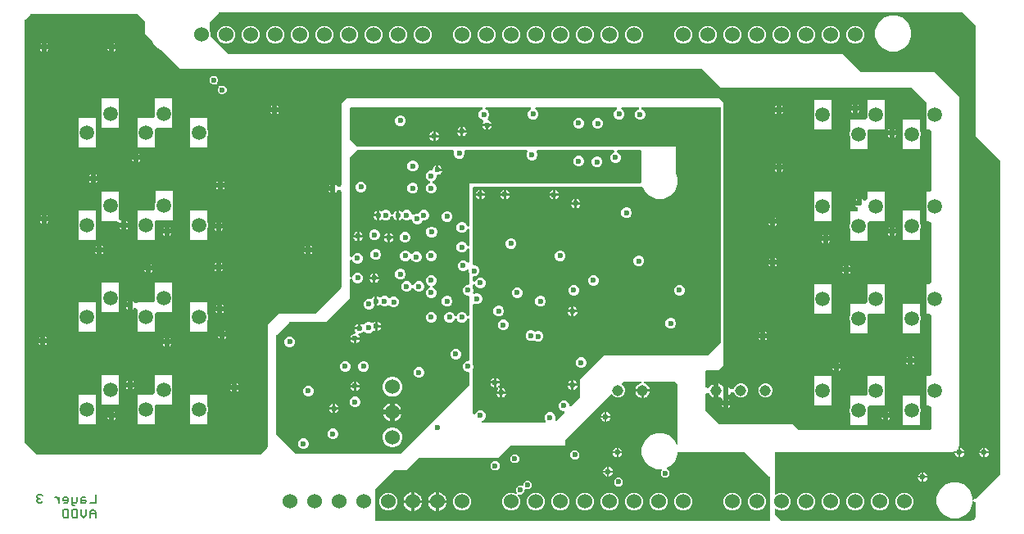
<source format=gbr>
G04 EAGLE Gerber RS-274X export*
G75*
%MOMM*%
%FSLAX34Y34*%
%LPD*%
%INCopper Layer 15*%
%IPPOS*%
%AMOC8*
5,1,8,0,0,1.08239X$1,22.5*%
G01*
%ADD10C,0.152400*%
%ADD11C,1.524000*%
%ADD12C,1.140000*%
%ADD13C,1.500000*%
%ADD14C,0.600000*%

G36*
X247814Y73675D02*
X247814Y73675D01*
X247978Y73682D01*
X248038Y73695D01*
X248099Y73701D01*
X248257Y73744D01*
X248418Y73780D01*
X248474Y73803D01*
X248533Y73819D01*
X248681Y73890D01*
X248833Y73953D01*
X248885Y73986D01*
X248940Y74013D01*
X249073Y74108D01*
X249211Y74198D01*
X249269Y74249D01*
X249306Y74275D01*
X249348Y74318D01*
X249446Y74404D01*
X255796Y80754D01*
X255901Y80881D01*
X256013Y81002D01*
X256045Y81053D01*
X256084Y81100D01*
X256166Y81243D01*
X256254Y81381D01*
X256278Y81438D01*
X256308Y81491D01*
X256363Y81646D01*
X256425Y81798D01*
X256438Y81858D01*
X256459Y81915D01*
X256485Y82077D01*
X256520Y82238D01*
X256525Y82315D01*
X256532Y82359D01*
X256531Y82420D01*
X256539Y82550D01*
X256539Y208498D01*
X267752Y219711D01*
X304800Y219711D01*
X304964Y219725D01*
X305128Y219732D01*
X305188Y219745D01*
X305249Y219751D01*
X305407Y219794D01*
X305568Y219830D01*
X305624Y219853D01*
X305683Y219869D01*
X305831Y219940D01*
X305983Y220003D01*
X306035Y220036D01*
X306090Y220063D01*
X306223Y220158D01*
X306361Y220248D01*
X306419Y220299D01*
X306456Y220325D01*
X306498Y220368D01*
X306596Y220454D01*
X331996Y245854D01*
X332101Y245981D01*
X332213Y246102D01*
X332245Y246153D01*
X332284Y246200D01*
X332366Y246343D01*
X332454Y246481D01*
X332478Y246538D01*
X332508Y246591D01*
X332563Y246746D01*
X332625Y246898D01*
X332638Y246958D01*
X332659Y247015D01*
X332685Y247177D01*
X332720Y247338D01*
X332725Y247415D01*
X332732Y247459D01*
X332731Y247520D01*
X332739Y247650D01*
X332739Y345182D01*
X332726Y345335D01*
X332721Y345489D01*
X332706Y345559D01*
X332699Y345630D01*
X332659Y345779D01*
X332627Y345929D01*
X332600Y345996D01*
X332581Y346065D01*
X332515Y346203D01*
X332457Y346346D01*
X332418Y346407D01*
X332387Y346471D01*
X332298Y346596D01*
X332216Y346726D01*
X332167Y346779D01*
X332125Y346837D01*
X332015Y346945D01*
X331911Y347058D01*
X331854Y347101D01*
X331803Y347151D01*
X331675Y347238D01*
X331553Y347331D01*
X331489Y347363D01*
X331430Y347404D01*
X331289Y347466D01*
X331152Y347536D01*
X331083Y347557D01*
X331018Y347586D01*
X330868Y347622D01*
X330721Y347667D01*
X330650Y347675D01*
X330580Y347692D01*
X330427Y347702D01*
X330274Y347720D01*
X330203Y347716D01*
X330131Y347720D01*
X329978Y347702D01*
X329825Y347693D01*
X329755Y347676D01*
X329684Y347668D01*
X329536Y347624D01*
X329387Y347587D01*
X329321Y347559D01*
X329253Y347538D01*
X329116Y347468D01*
X328975Y347406D01*
X328915Y347366D01*
X328851Y347333D01*
X328729Y347240D01*
X328601Y347155D01*
X328550Y347105D01*
X328493Y347061D01*
X328388Y346948D01*
X328278Y346841D01*
X328222Y346768D01*
X328188Y346730D01*
X328157Y346682D01*
X328089Y346593D01*
X327734Y346062D01*
X327038Y345366D01*
X326389Y344932D01*
X326389Y349250D01*
X326389Y353568D01*
X327038Y353134D01*
X327734Y352438D01*
X328089Y351907D01*
X328185Y351787D01*
X328275Y351663D01*
X328326Y351613D01*
X328371Y351557D01*
X328487Y351456D01*
X328597Y351349D01*
X328657Y351308D01*
X328711Y351261D01*
X328843Y351183D01*
X328970Y351096D01*
X329036Y351067D01*
X329098Y351031D01*
X329241Y350977D01*
X329382Y350914D01*
X329452Y350897D01*
X329519Y350872D01*
X329670Y350844D01*
X329820Y350808D01*
X329891Y350803D01*
X329962Y350790D01*
X330116Y350789D01*
X330269Y350780D01*
X330340Y350788D01*
X330412Y350788D01*
X330563Y350814D01*
X330716Y350832D01*
X330785Y350853D01*
X330856Y350865D01*
X331000Y350918D01*
X331147Y350962D01*
X331211Y350995D01*
X331279Y351019D01*
X331411Y351097D01*
X331549Y351167D01*
X331606Y351210D01*
X331668Y351246D01*
X331785Y351346D01*
X331907Y351439D01*
X331956Y351491D01*
X332011Y351538D01*
X332108Y351657D01*
X332213Y351770D01*
X332251Y351830D01*
X332297Y351886D01*
X332372Y352020D01*
X332454Y352150D01*
X332482Y352216D01*
X332517Y352278D01*
X332567Y352424D01*
X332625Y352566D01*
X332640Y352636D01*
X332664Y352704D01*
X332688Y352856D01*
X332720Y353006D01*
X332726Y353099D01*
X332734Y353149D01*
X332732Y353206D01*
X332739Y353318D01*
X332739Y437098D01*
X337602Y441961D01*
X722848Y441961D01*
X727711Y437098D01*
X727711Y166152D01*
X722848Y161289D01*
X711200Y161289D01*
X711166Y161286D01*
X711131Y161288D01*
X710942Y161266D01*
X710752Y161249D01*
X710718Y161240D01*
X710684Y161236D01*
X710501Y161181D01*
X710317Y161131D01*
X710286Y161116D01*
X710253Y161106D01*
X710082Y161019D01*
X709911Y160937D01*
X709882Y160917D01*
X709851Y160902D01*
X709699Y160786D01*
X709544Y160675D01*
X709520Y160650D01*
X709493Y160630D01*
X709364Y160490D01*
X709230Y160353D01*
X709211Y160324D01*
X709188Y160298D01*
X709085Y160137D01*
X708978Y159980D01*
X708964Y159948D01*
X708946Y159919D01*
X708873Y159742D01*
X708796Y159568D01*
X708788Y159534D01*
X708775Y159502D01*
X708735Y159315D01*
X708689Y159130D01*
X708687Y159096D01*
X708680Y159062D01*
X708661Y158750D01*
X708661Y145395D01*
X708674Y145242D01*
X708679Y145088D01*
X708694Y145018D01*
X708701Y144947D01*
X708741Y144798D01*
X708773Y144648D01*
X708800Y144581D01*
X708819Y144512D01*
X708885Y144374D01*
X708943Y144231D01*
X708982Y144170D01*
X709013Y144106D01*
X709102Y143981D01*
X709185Y143850D01*
X709233Y143798D01*
X709275Y143739D01*
X709385Y143632D01*
X709489Y143519D01*
X709546Y143475D01*
X709597Y143425D01*
X709725Y143339D01*
X709847Y143246D01*
X709911Y143213D01*
X709970Y143173D01*
X710111Y143111D01*
X710248Y143041D01*
X710317Y143020D01*
X710382Y142991D01*
X710532Y142955D01*
X710679Y142910D01*
X710750Y142901D01*
X710820Y142884D01*
X710973Y142875D01*
X711126Y142857D01*
X711197Y142861D01*
X711269Y142857D01*
X711422Y142875D01*
X711575Y142884D01*
X711645Y142900D01*
X711716Y142909D01*
X711864Y142953D01*
X712013Y142989D01*
X712079Y143018D01*
X712147Y143039D01*
X712285Y143109D01*
X712425Y143171D01*
X712485Y143211D01*
X712549Y143243D01*
X712671Y143336D01*
X712799Y143422D01*
X712850Y143472D01*
X712907Y143515D01*
X713011Y143628D01*
X713122Y143736D01*
X713178Y143809D01*
X713213Y143847D01*
X713243Y143895D01*
X713311Y143984D01*
X714182Y145288D01*
X715255Y146360D01*
X716516Y147203D01*
X717624Y147662D01*
X717624Y140379D01*
X717624Y140378D01*
X717624Y133095D01*
X716516Y133554D01*
X715255Y134397D01*
X714182Y135470D01*
X713311Y136773D01*
X713215Y136893D01*
X713125Y137018D01*
X713074Y137068D01*
X713029Y137124D01*
X712913Y137224D01*
X712803Y137332D01*
X712743Y137372D01*
X712689Y137419D01*
X712557Y137498D01*
X712430Y137584D01*
X712364Y137613D01*
X712302Y137650D01*
X712159Y137704D01*
X712018Y137766D01*
X711948Y137783D01*
X711881Y137808D01*
X711730Y137836D01*
X711580Y137873D01*
X711509Y137877D01*
X711438Y137890D01*
X711285Y137891D01*
X711131Y137900D01*
X711060Y137892D01*
X710988Y137893D01*
X710837Y137866D01*
X710684Y137848D01*
X710615Y137828D01*
X710544Y137815D01*
X710400Y137763D01*
X710253Y137718D01*
X710189Y137686D01*
X710121Y137661D01*
X709989Y137584D01*
X709851Y137514D01*
X709794Y137470D01*
X709732Y137434D01*
X709615Y137335D01*
X709493Y137242D01*
X709444Y137189D01*
X709389Y137143D01*
X709292Y137024D01*
X709188Y136911D01*
X709149Y136850D01*
X709104Y136795D01*
X709028Y136661D01*
X708946Y136531D01*
X708918Y136464D01*
X708883Y136402D01*
X708833Y136257D01*
X708775Y136114D01*
X708760Y136044D01*
X708736Y135976D01*
X708712Y135824D01*
X708680Y135674D01*
X708674Y135582D01*
X708666Y135532D01*
X708668Y135474D01*
X708661Y135362D01*
X708661Y120650D01*
X708675Y120486D01*
X708682Y120322D01*
X708695Y120262D01*
X708701Y120202D01*
X708744Y120043D01*
X708780Y119882D01*
X708803Y119826D01*
X708819Y119767D01*
X708890Y119619D01*
X708953Y119467D01*
X708986Y119415D01*
X709013Y119361D01*
X709108Y119227D01*
X709198Y119089D01*
X709249Y119031D01*
X709275Y118994D01*
X709318Y118952D01*
X709404Y118854D01*
X722104Y106154D01*
X722231Y106049D01*
X722352Y105938D01*
X722403Y105905D01*
X722450Y105866D01*
X722593Y105784D01*
X722731Y105696D01*
X722788Y105672D01*
X722841Y105642D01*
X722996Y105587D01*
X723148Y105525D01*
X723208Y105512D01*
X723265Y105491D01*
X723427Y105465D01*
X723588Y105430D01*
X723665Y105425D01*
X723709Y105418D01*
X723770Y105419D01*
X723900Y105411D01*
X799048Y105411D01*
X804654Y99804D01*
X804781Y99699D01*
X804902Y99588D01*
X804953Y99555D01*
X805000Y99516D01*
X805143Y99434D01*
X805281Y99346D01*
X805338Y99322D01*
X805391Y99292D01*
X805546Y99237D01*
X805698Y99175D01*
X805758Y99162D01*
X805815Y99141D01*
X805977Y99115D01*
X806138Y99080D01*
X806215Y99075D01*
X806259Y99068D01*
X806320Y99069D01*
X806450Y99061D01*
X939800Y99061D01*
X939835Y99064D01*
X939869Y99062D01*
X940058Y99084D01*
X940249Y99101D01*
X940282Y99110D01*
X940316Y99114D01*
X940499Y99169D01*
X940683Y99219D01*
X940714Y99234D01*
X940747Y99244D01*
X940918Y99331D01*
X941090Y99413D01*
X941118Y99433D01*
X941149Y99448D01*
X941301Y99564D01*
X941456Y99675D01*
X941480Y99700D01*
X941507Y99720D01*
X941636Y99861D01*
X941770Y99997D01*
X941789Y100026D01*
X941813Y100052D01*
X941915Y100213D01*
X942022Y100370D01*
X942036Y100402D01*
X942054Y100431D01*
X942127Y100608D01*
X942204Y100782D01*
X942212Y100816D01*
X942225Y100848D01*
X942265Y101035D01*
X942311Y101220D01*
X942313Y101254D01*
X942320Y101288D01*
X942339Y101600D01*
X942339Y121920D01*
X942337Y121949D01*
X942338Y121976D01*
X942338Y121980D01*
X942338Y121989D01*
X942316Y122178D01*
X942299Y122369D01*
X942290Y122402D01*
X942286Y122436D01*
X942231Y122619D01*
X942181Y122803D01*
X942166Y122834D01*
X942156Y122867D01*
X942069Y123038D01*
X941987Y123210D01*
X941967Y123238D01*
X941952Y123269D01*
X941836Y123421D01*
X941725Y123576D01*
X941700Y123600D01*
X941680Y123627D01*
X941540Y123756D01*
X941403Y123890D01*
X941374Y123909D01*
X941348Y123933D01*
X941187Y124035D01*
X941030Y124142D01*
X940998Y124156D01*
X940969Y124174D01*
X940792Y124247D01*
X940618Y124324D01*
X940584Y124332D01*
X940552Y124345D01*
X940365Y124385D01*
X940180Y124431D01*
X940146Y124433D01*
X940112Y124440D01*
X939800Y124459D01*
X937260Y124459D01*
X937259Y124460D01*
X937259Y137139D01*
X937255Y137183D01*
X937257Y137211D01*
X937249Y137282D01*
X937249Y137372D01*
X937229Y137479D01*
X937219Y137587D01*
X937209Y137627D01*
X937205Y137658D01*
X937183Y137731D01*
X937168Y137815D01*
X937149Y137868D01*
X937149Y141527D01*
X937168Y141615D01*
X937201Y141719D01*
X937215Y141835D01*
X937240Y141949D01*
X937250Y142103D01*
X937257Y142166D01*
X937256Y142202D01*
X937259Y142261D01*
X937259Y154940D01*
X937260Y154941D01*
X939800Y154941D01*
X939835Y154944D01*
X939869Y154942D01*
X940058Y154964D01*
X940249Y154981D01*
X940282Y154990D01*
X940316Y154994D01*
X940499Y155049D01*
X940683Y155099D01*
X940714Y155114D01*
X940747Y155124D01*
X940918Y155211D01*
X941090Y155293D01*
X941118Y155313D01*
X941149Y155328D01*
X941300Y155444D01*
X941456Y155555D01*
X941480Y155580D01*
X941507Y155600D01*
X941636Y155740D01*
X941770Y155877D01*
X941789Y155906D01*
X941813Y155932D01*
X941915Y156093D01*
X942022Y156250D01*
X942036Y156282D01*
X942054Y156311D01*
X942127Y156488D01*
X942204Y156662D01*
X942212Y156696D01*
X942225Y156728D01*
X942265Y156915D01*
X942311Y157100D01*
X942313Y157134D01*
X942320Y157168D01*
X942339Y157480D01*
X942339Y217170D01*
X942336Y217205D01*
X942338Y217239D01*
X942316Y217428D01*
X942299Y217619D01*
X942290Y217652D01*
X942286Y217686D01*
X942231Y217869D01*
X942181Y218053D01*
X942166Y218084D01*
X942156Y218117D01*
X942069Y218288D01*
X941987Y218460D01*
X941967Y218488D01*
X941952Y218519D01*
X941836Y218671D01*
X941725Y218826D01*
X941700Y218850D01*
X941680Y218877D01*
X941540Y219006D01*
X941403Y219140D01*
X941374Y219159D01*
X941348Y219183D01*
X941187Y219285D01*
X941030Y219392D01*
X940998Y219406D01*
X940969Y219424D01*
X940792Y219497D01*
X940618Y219574D01*
X940584Y219582D01*
X940552Y219595D01*
X940365Y219635D01*
X940180Y219681D01*
X940146Y219683D01*
X940112Y219690D01*
X939800Y219709D01*
X937260Y219709D01*
X937259Y219710D01*
X937259Y232389D01*
X937249Y232506D01*
X937249Y232622D01*
X937229Y232729D01*
X937219Y232838D01*
X937189Y232950D01*
X937168Y233065D01*
X937149Y233118D01*
X937149Y236777D01*
X937168Y236865D01*
X937201Y236969D01*
X937215Y237085D01*
X937240Y237199D01*
X937250Y237353D01*
X937257Y237415D01*
X937256Y237452D01*
X937259Y237511D01*
X937259Y250190D01*
X937260Y250191D01*
X939800Y250191D01*
X939835Y250194D01*
X939869Y250192D01*
X940058Y250214D01*
X940249Y250231D01*
X940282Y250240D01*
X940316Y250244D01*
X940499Y250299D01*
X940683Y250349D01*
X940714Y250364D01*
X940747Y250374D01*
X940918Y250461D01*
X941090Y250543D01*
X941118Y250563D01*
X941149Y250578D01*
X941301Y250694D01*
X941456Y250805D01*
X941480Y250830D01*
X941507Y250850D01*
X941636Y250990D01*
X941770Y251127D01*
X941789Y251156D01*
X941813Y251182D01*
X941915Y251343D01*
X942022Y251500D01*
X942036Y251532D01*
X942054Y251561D01*
X942127Y251738D01*
X942204Y251912D01*
X942212Y251946D01*
X942225Y251978D01*
X942265Y252165D01*
X942311Y252350D01*
X942313Y252384D01*
X942320Y252418D01*
X942339Y252730D01*
X942339Y312420D01*
X942336Y312455D01*
X942338Y312489D01*
X942316Y312678D01*
X942299Y312869D01*
X942290Y312902D01*
X942286Y312936D01*
X942231Y313119D01*
X942181Y313303D01*
X942166Y313334D01*
X942156Y313367D01*
X942069Y313538D01*
X941987Y313710D01*
X941967Y313738D01*
X941952Y313769D01*
X941836Y313921D01*
X941725Y314076D01*
X941700Y314100D01*
X941680Y314127D01*
X941540Y314256D01*
X941403Y314390D01*
X941374Y314409D01*
X941348Y314433D01*
X941187Y314535D01*
X941030Y314642D01*
X940998Y314656D01*
X940969Y314674D01*
X940792Y314747D01*
X940618Y314824D01*
X940584Y314832D01*
X940552Y314845D01*
X940365Y314885D01*
X940180Y314931D01*
X940146Y314933D01*
X940112Y314940D01*
X939800Y314959D01*
X937260Y314959D01*
X937259Y314960D01*
X937259Y327639D01*
X937258Y327652D01*
X937258Y327655D01*
X937256Y327672D01*
X937249Y327756D01*
X937249Y327872D01*
X937229Y327979D01*
X937219Y328087D01*
X937189Y328200D01*
X937168Y328315D01*
X937149Y328368D01*
X937149Y332027D01*
X937168Y332115D01*
X937201Y332219D01*
X937215Y332335D01*
X937240Y332449D01*
X937250Y332603D01*
X937257Y332666D01*
X937256Y332702D01*
X937259Y332761D01*
X937259Y345440D01*
X937260Y345441D01*
X939800Y345441D01*
X939835Y345444D01*
X939869Y345442D01*
X940058Y345464D01*
X940249Y345481D01*
X940282Y345490D01*
X940316Y345494D01*
X940499Y345549D01*
X940683Y345599D01*
X940714Y345614D01*
X940747Y345624D01*
X940918Y345711D01*
X941090Y345793D01*
X941118Y345813D01*
X941149Y345828D01*
X941301Y345944D01*
X941456Y346055D01*
X941480Y346080D01*
X941507Y346100D01*
X941636Y346240D01*
X941770Y346377D01*
X941789Y346406D01*
X941813Y346432D01*
X941915Y346592D01*
X942022Y346750D01*
X942036Y346782D01*
X942054Y346811D01*
X942127Y346988D01*
X942204Y347162D01*
X942212Y347196D01*
X942225Y347228D01*
X942265Y347415D01*
X942311Y347600D01*
X942313Y347634D01*
X942320Y347668D01*
X942339Y347980D01*
X942339Y407670D01*
X942336Y407705D01*
X942338Y407739D01*
X942316Y407928D01*
X942299Y408119D01*
X942290Y408152D01*
X942286Y408186D01*
X942231Y408369D01*
X942181Y408553D01*
X942166Y408584D01*
X942156Y408617D01*
X942069Y408788D01*
X941987Y408960D01*
X941967Y408988D01*
X941952Y409019D01*
X941836Y409171D01*
X941725Y409326D01*
X941700Y409350D01*
X941680Y409377D01*
X941540Y409506D01*
X941403Y409640D01*
X941374Y409659D01*
X941348Y409683D01*
X941187Y409785D01*
X941030Y409892D01*
X940998Y409906D01*
X940969Y409924D01*
X940792Y409997D01*
X940618Y410074D01*
X940584Y410082D01*
X940552Y410095D01*
X940365Y410135D01*
X940180Y410181D01*
X940146Y410183D01*
X940112Y410190D01*
X939800Y410209D01*
X937260Y410209D01*
X937259Y410210D01*
X937259Y422889D01*
X937249Y423006D01*
X937249Y423122D01*
X937229Y423229D01*
X937219Y423337D01*
X937189Y423450D01*
X937168Y423565D01*
X937149Y423618D01*
X937149Y427277D01*
X937168Y427365D01*
X937201Y427469D01*
X937215Y427585D01*
X937240Y427699D01*
X937250Y427853D01*
X937257Y427916D01*
X937256Y427952D01*
X937259Y428011D01*
X937259Y436880D01*
X937245Y437044D01*
X937238Y437208D01*
X937225Y437268D01*
X937219Y437328D01*
X937176Y437487D01*
X937140Y437648D01*
X937117Y437704D01*
X937101Y437763D01*
X937030Y437911D01*
X936967Y438063D01*
X936934Y438115D01*
X936907Y438169D01*
X936812Y438303D01*
X936722Y438441D01*
X936671Y438499D01*
X936645Y438536D01*
X936602Y438578D01*
X936516Y438676D01*
X922546Y452646D01*
X922419Y452751D01*
X922298Y452863D01*
X922247Y452895D01*
X922200Y452934D01*
X922057Y453016D01*
X921919Y453104D01*
X921862Y453128D01*
X921809Y453158D01*
X921654Y453213D01*
X921502Y453275D01*
X921442Y453288D01*
X921385Y453309D01*
X921223Y453335D01*
X921062Y453370D01*
X920985Y453375D01*
X920941Y453382D01*
X920880Y453381D01*
X920750Y453389D01*
X724952Y453389D01*
X706646Y471696D01*
X706519Y471801D01*
X706398Y471913D01*
X706347Y471945D01*
X706300Y471984D01*
X706157Y472066D01*
X706019Y472154D01*
X705962Y472178D01*
X705909Y472208D01*
X705754Y472263D01*
X705602Y472325D01*
X705542Y472338D01*
X705485Y472359D01*
X705323Y472385D01*
X705162Y472420D01*
X705085Y472425D01*
X705041Y472432D01*
X704980Y472431D01*
X704850Y472439D01*
X166152Y472439D01*
X146646Y491945D01*
X146556Y492020D01*
X146473Y492103D01*
X146384Y492164D01*
X146300Y492234D01*
X146199Y492292D01*
X146103Y492359D01*
X145964Y492426D01*
X145909Y492458D01*
X145875Y492470D01*
X145822Y492496D01*
X143190Y493586D01*
X137986Y498790D01*
X136896Y501422D01*
X136842Y501526D01*
X136797Y501633D01*
X136738Y501725D01*
X136687Y501821D01*
X136616Y501913D01*
X136552Y502012D01*
X136450Y502127D01*
X136411Y502177D01*
X136385Y502201D01*
X136345Y502246D01*
X129539Y509052D01*
X129539Y520700D01*
X129525Y520864D01*
X129518Y521028D01*
X129505Y521088D01*
X129499Y521149D01*
X129456Y521307D01*
X129420Y521468D01*
X129397Y521524D01*
X129381Y521583D01*
X129310Y521731D01*
X129247Y521883D01*
X129214Y521935D01*
X129187Y521990D01*
X129092Y522123D01*
X129002Y522261D01*
X128951Y522319D01*
X128925Y522356D01*
X128882Y522398D01*
X128796Y522496D01*
X122446Y528846D01*
X122319Y528951D01*
X122198Y529063D01*
X122147Y529095D01*
X122100Y529134D01*
X121957Y529216D01*
X121819Y529304D01*
X121762Y529328D01*
X121709Y529358D01*
X121554Y529413D01*
X121402Y529475D01*
X121342Y529488D01*
X121285Y529509D01*
X121123Y529535D01*
X120962Y529570D01*
X120885Y529575D01*
X120841Y529582D01*
X120780Y529581D01*
X120650Y529589D01*
X12700Y529589D01*
X12536Y529575D01*
X12372Y529568D01*
X12312Y529555D01*
X12252Y529549D01*
X12093Y529506D01*
X11932Y529470D01*
X11876Y529447D01*
X11817Y529431D01*
X11669Y529360D01*
X11517Y529297D01*
X11465Y529264D01*
X11411Y529237D01*
X11277Y529142D01*
X11139Y529052D01*
X11081Y529001D01*
X11044Y528975D01*
X11002Y528932D01*
X10904Y528846D01*
X5784Y523726D01*
X5679Y523599D01*
X5567Y523478D01*
X5535Y523427D01*
X5496Y523380D01*
X5414Y523237D01*
X5326Y523099D01*
X5302Y523042D01*
X5272Y522989D01*
X5217Y522834D01*
X5155Y522682D01*
X5142Y522622D01*
X5121Y522565D01*
X5095Y522403D01*
X5060Y522242D01*
X5055Y522165D01*
X5048Y522121D01*
X5049Y522060D01*
X5041Y521930D01*
X5041Y87670D01*
X5055Y87506D01*
X5062Y87342D01*
X5075Y87282D01*
X5081Y87222D01*
X5124Y87063D01*
X5160Y86902D01*
X5183Y86846D01*
X5199Y86787D01*
X5270Y86639D01*
X5333Y86487D01*
X5366Y86435D01*
X5393Y86381D01*
X5488Y86247D01*
X5578Y86109D01*
X5629Y86051D01*
X5655Y86014D01*
X5698Y85972D01*
X5784Y85874D01*
X17254Y74404D01*
X17381Y74299D01*
X17502Y74188D01*
X17553Y74155D01*
X17600Y74116D01*
X17743Y74034D01*
X17881Y73946D01*
X17938Y73922D01*
X17991Y73892D01*
X18146Y73837D01*
X18298Y73775D01*
X18358Y73762D01*
X18415Y73741D01*
X18577Y73715D01*
X18738Y73680D01*
X18815Y73675D01*
X18859Y73668D01*
X18920Y73669D01*
X19050Y73661D01*
X247650Y73661D01*
X247814Y73675D01*
G37*
G36*
X542957Y106698D02*
X542957Y106698D01*
X543096Y106711D01*
X543115Y106718D01*
X543135Y106721D01*
X543264Y106772D01*
X543395Y106819D01*
X543412Y106830D01*
X543430Y106838D01*
X543543Y106919D01*
X543658Y106997D01*
X543671Y107013D01*
X543688Y107024D01*
X543777Y107132D01*
X543869Y107236D01*
X543878Y107254D01*
X543891Y107269D01*
X543950Y107395D01*
X544013Y107519D01*
X544018Y107539D01*
X544026Y107557D01*
X544052Y107693D01*
X544083Y107829D01*
X544082Y107850D01*
X544086Y107870D01*
X544077Y108008D01*
X544073Y108147D01*
X544067Y108167D01*
X544066Y108187D01*
X544023Y108319D01*
X543985Y108453D01*
X543974Y108470D01*
X543968Y108489D01*
X543894Y108607D01*
X543823Y108727D01*
X543805Y108748D01*
X543798Y108758D01*
X543783Y108772D01*
X543717Y108848D01*
X543502Y109062D01*
X542659Y111098D01*
X542659Y113303D01*
X543502Y115339D01*
X545061Y116898D01*
X547097Y117741D01*
X549302Y117741D01*
X551338Y116898D01*
X552897Y115339D01*
X553740Y113303D01*
X553740Y111098D01*
X553599Y110757D01*
X553580Y110690D01*
X553553Y110626D01*
X553539Y110537D01*
X553515Y110450D01*
X553514Y110381D01*
X553503Y110312D01*
X553511Y110222D01*
X553510Y110132D01*
X553526Y110065D01*
X553533Y109995D01*
X553563Y109910D01*
X553584Y109823D01*
X553617Y109762D01*
X553640Y109696D01*
X553691Y109621D01*
X553733Y109542D01*
X553780Y109490D01*
X553819Y109433D01*
X553886Y109373D01*
X553947Y109307D01*
X554005Y109268D01*
X554057Y109222D01*
X554137Y109181D01*
X554212Y109132D01*
X554278Y109109D01*
X554340Y109078D01*
X554428Y109058D01*
X554513Y109029D01*
X554583Y109023D01*
X554651Y109008D01*
X554740Y109011D01*
X554830Y109004D01*
X554899Y109015D01*
X554969Y109018D01*
X555055Y109043D01*
X555143Y109058D01*
X555207Y109087D01*
X555274Y109106D01*
X555351Y109152D01*
X555433Y109188D01*
X555488Y109232D01*
X555548Y109268D01*
X555669Y109374D01*
X563048Y116753D01*
X563133Y116862D01*
X563221Y116969D01*
X563230Y116988D01*
X563242Y117004D01*
X563298Y117132D01*
X563357Y117257D01*
X563361Y117277D01*
X563369Y117296D01*
X563391Y117434D01*
X563417Y117570D01*
X563415Y117590D01*
X563419Y117610D01*
X563406Y117749D01*
X563397Y117887D01*
X563391Y117906D01*
X563389Y117926D01*
X563342Y118058D01*
X563299Y118189D01*
X563288Y118207D01*
X563281Y118226D01*
X563203Y118341D01*
X563129Y118458D01*
X563114Y118472D01*
X563103Y118489D01*
X562999Y118581D01*
X562897Y118676D01*
X562879Y118686D01*
X562864Y118699D01*
X562741Y118762D01*
X562619Y118830D01*
X562599Y118835D01*
X562581Y118844D01*
X562445Y118874D01*
X562311Y118909D01*
X562283Y118911D01*
X562271Y118914D01*
X562250Y118913D01*
X562150Y118919D01*
X561508Y118919D01*
X559471Y119763D01*
X557913Y121321D01*
X557069Y123358D01*
X557069Y125562D01*
X557913Y127599D01*
X559471Y129157D01*
X561508Y130001D01*
X563712Y130001D01*
X565749Y129157D01*
X567307Y127599D01*
X568151Y125562D01*
X568151Y124920D01*
X568168Y124782D01*
X568181Y124644D01*
X568188Y124625D01*
X568191Y124604D01*
X568242Y124475D01*
X568289Y124344D01*
X568300Y124328D01*
X568308Y124309D01*
X568389Y124196D01*
X568467Y124081D01*
X568483Y124068D01*
X568494Y124051D01*
X568602Y123963D01*
X568706Y123871D01*
X568724Y123862D01*
X568739Y123849D01*
X568865Y123789D01*
X568989Y123726D01*
X569009Y123722D01*
X569027Y123713D01*
X569163Y123687D01*
X569299Y123656D01*
X569320Y123657D01*
X569339Y123653D01*
X569478Y123662D01*
X569617Y123666D01*
X569637Y123672D01*
X569657Y123673D01*
X569789Y123716D01*
X569923Y123755D01*
X569940Y123765D01*
X569959Y123771D01*
X570077Y123845D01*
X570197Y123916D01*
X570218Y123935D01*
X570228Y123941D01*
X570242Y123956D01*
X570317Y124022D01*
X578748Y132453D01*
X578808Y132531D01*
X578876Y132603D01*
X578901Y132648D01*
X578906Y132654D01*
X578910Y132662D01*
X578942Y132704D01*
X578982Y132795D01*
X579030Y132881D01*
X579045Y132940D01*
X579069Y132996D01*
X579084Y133094D01*
X579109Y133189D01*
X579115Y133289D01*
X579119Y133310D01*
X579117Y133322D01*
X579119Y133350D01*
X579119Y151874D01*
X603776Y176531D01*
X711200Y176531D01*
X711298Y176543D01*
X711397Y176546D01*
X711455Y176563D01*
X711516Y176571D01*
X711608Y176607D01*
X711703Y176635D01*
X711755Y176665D01*
X711811Y176688D01*
X711891Y176746D01*
X711977Y176796D01*
X712052Y176862D01*
X712069Y176874D01*
X712076Y176884D01*
X712098Y176903D01*
X724798Y189603D01*
X724858Y189681D01*
X724926Y189753D01*
X724955Y189806D01*
X724992Y189854D01*
X725032Y189945D01*
X725080Y190031D01*
X725095Y190090D01*
X725119Y190146D01*
X725134Y190244D01*
X725159Y190339D01*
X725165Y190439D01*
X725169Y190460D01*
X725167Y190472D01*
X725169Y190500D01*
X725169Y431800D01*
X725154Y431918D01*
X725147Y432037D01*
X725134Y432075D01*
X725129Y432116D01*
X725086Y432226D01*
X725049Y432339D01*
X725027Y432374D01*
X725012Y432411D01*
X724943Y432507D01*
X724879Y432608D01*
X724849Y432636D01*
X724826Y432669D01*
X724734Y432745D01*
X724647Y432826D01*
X724612Y432846D01*
X724581Y432871D01*
X724473Y432922D01*
X724369Y432980D01*
X724329Y432990D01*
X724293Y433007D01*
X724176Y433029D01*
X724061Y433059D01*
X724001Y433063D01*
X723981Y433067D01*
X723960Y433065D01*
X723900Y433069D01*
X643815Y433069D01*
X643746Y433061D01*
X643676Y433062D01*
X643589Y433041D01*
X643500Y433029D01*
X643435Y433004D01*
X643367Y432987D01*
X643287Y432945D01*
X643204Y432912D01*
X643147Y432871D01*
X643086Y432839D01*
X643019Y432778D01*
X642947Y432726D01*
X642902Y432672D01*
X642850Y432625D01*
X642801Y432550D01*
X642744Y432481D01*
X642714Y432417D01*
X642676Y432359D01*
X642646Y432274D01*
X642608Y432193D01*
X642595Y432124D01*
X642572Y432058D01*
X642565Y431969D01*
X642548Y431881D01*
X642553Y431811D01*
X642547Y431741D01*
X642563Y431653D01*
X642568Y431563D01*
X642590Y431497D01*
X642602Y431428D01*
X642639Y431346D01*
X642666Y431261D01*
X642704Y431202D01*
X642732Y431138D01*
X642788Y431068D01*
X642836Y430992D01*
X642887Y430944D01*
X642931Y430890D01*
X643002Y430836D01*
X643068Y430774D01*
X643129Y430740D01*
X643185Y430698D01*
X643329Y430627D01*
X644489Y430147D01*
X646047Y428589D01*
X646891Y426552D01*
X646891Y424348D01*
X646047Y422311D01*
X644489Y420753D01*
X642452Y419909D01*
X640248Y419909D01*
X638211Y420753D01*
X636653Y422311D01*
X635809Y424348D01*
X635809Y426552D01*
X636653Y428589D01*
X638211Y430147D01*
X639371Y430627D01*
X639431Y430662D01*
X639496Y430688D01*
X639569Y430740D01*
X639647Y430785D01*
X639697Y430834D01*
X639753Y430874D01*
X639811Y430944D01*
X639875Y431006D01*
X639912Y431066D01*
X639956Y431119D01*
X639995Y431201D01*
X640042Y431277D01*
X640062Y431344D01*
X640092Y431407D01*
X640109Y431495D01*
X640135Y431581D01*
X640138Y431651D01*
X640152Y431720D01*
X640146Y431809D01*
X640150Y431899D01*
X640136Y431967D01*
X640132Y432037D01*
X640104Y432122D01*
X640086Y432210D01*
X640055Y432273D01*
X640034Y432339D01*
X639986Y432415D01*
X639946Y432496D01*
X639901Y432549D01*
X639864Y432608D01*
X639798Y432670D01*
X639740Y432738D01*
X639683Y432778D01*
X639632Y432826D01*
X639553Y432869D01*
X639480Y432921D01*
X639415Y432946D01*
X639354Y432980D01*
X639267Y433002D01*
X639183Y433034D01*
X639113Y433042D01*
X639046Y433059D01*
X638885Y433069D01*
X623123Y433069D01*
X623054Y433061D01*
X622984Y433062D01*
X622897Y433041D01*
X622808Y433029D01*
X622743Y433004D01*
X622675Y432987D01*
X622595Y432945D01*
X622512Y432912D01*
X622456Y432871D01*
X622394Y432839D01*
X622327Y432778D01*
X622255Y432726D01*
X622210Y432672D01*
X622158Y432625D01*
X622109Y432550D01*
X622052Y432481D01*
X622022Y432417D01*
X621984Y432359D01*
X621955Y432274D01*
X621916Y432193D01*
X621903Y432124D01*
X621880Y432058D01*
X621873Y431969D01*
X621856Y431881D01*
X621861Y431811D01*
X621855Y431741D01*
X621871Y431653D01*
X621876Y431563D01*
X621898Y431497D01*
X621910Y431428D01*
X621947Y431346D01*
X621974Y431261D01*
X622012Y431202D01*
X622040Y431138D01*
X622096Y431068D01*
X622144Y430992D01*
X622195Y430944D01*
X622239Y430890D01*
X622311Y430835D01*
X622376Y430774D01*
X622437Y430740D01*
X622493Y430698D01*
X622637Y430627D01*
X622899Y430519D01*
X624457Y428961D01*
X625301Y426924D01*
X625301Y424720D01*
X624457Y422683D01*
X622899Y421125D01*
X620862Y420281D01*
X618658Y420281D01*
X616621Y421125D01*
X615063Y422683D01*
X614219Y424720D01*
X614219Y426924D01*
X615063Y428961D01*
X616621Y430519D01*
X616883Y430627D01*
X616943Y430662D01*
X617008Y430688D01*
X617081Y430740D01*
X617159Y430785D01*
X617209Y430833D01*
X617265Y430874D01*
X617323Y430944D01*
X617387Y431006D01*
X617424Y431066D01*
X617468Y431119D01*
X617507Y431201D01*
X617553Y431277D01*
X617574Y431344D01*
X617604Y431407D01*
X617621Y431495D01*
X617647Y431581D01*
X617650Y431651D01*
X617664Y431720D01*
X617658Y431809D01*
X617662Y431899D01*
X617648Y431967D01*
X617644Y432037D01*
X617616Y432122D01*
X617598Y432210D01*
X617567Y432273D01*
X617546Y432339D01*
X617498Y432415D01*
X617458Y432496D01*
X617413Y432549D01*
X617376Y432608D01*
X617310Y432670D01*
X617252Y432738D01*
X617195Y432778D01*
X617144Y432826D01*
X617065Y432869D01*
X616992Y432921D01*
X616927Y432946D01*
X616865Y432980D01*
X616779Y433002D01*
X616694Y433034D01*
X616625Y433042D01*
X616558Y433059D01*
X616397Y433069D01*
X534223Y433069D01*
X534154Y433061D01*
X534084Y433062D01*
X533997Y433041D01*
X533908Y433029D01*
X533843Y433004D01*
X533775Y432987D01*
X533695Y432945D01*
X533612Y432912D01*
X533556Y432871D01*
X533494Y432839D01*
X533427Y432778D01*
X533355Y432726D01*
X533310Y432672D01*
X533258Y432625D01*
X533209Y432550D01*
X533152Y432481D01*
X533122Y432417D01*
X533084Y432359D01*
X533055Y432274D01*
X533016Y432193D01*
X533003Y432124D01*
X532980Y432058D01*
X532973Y431969D01*
X532956Y431881D01*
X532961Y431811D01*
X532955Y431741D01*
X532971Y431653D01*
X532976Y431563D01*
X532998Y431497D01*
X533010Y431428D01*
X533047Y431346D01*
X533074Y431261D01*
X533112Y431202D01*
X533140Y431138D01*
X533196Y431068D01*
X533244Y430992D01*
X533295Y430944D01*
X533339Y430890D01*
X533411Y430835D01*
X533476Y430774D01*
X533537Y430740D01*
X533593Y430698D01*
X533737Y430627D01*
X533999Y430519D01*
X535557Y428961D01*
X536401Y426924D01*
X536401Y424720D01*
X535557Y422683D01*
X533999Y421125D01*
X531962Y420281D01*
X529758Y420281D01*
X527721Y421125D01*
X526163Y422683D01*
X525319Y424720D01*
X525319Y426924D01*
X526163Y428961D01*
X527721Y430519D01*
X527983Y430627D01*
X528043Y430662D01*
X528108Y430688D01*
X528181Y430740D01*
X528259Y430785D01*
X528309Y430833D01*
X528365Y430874D01*
X528423Y430944D01*
X528487Y431006D01*
X528524Y431066D01*
X528568Y431119D01*
X528607Y431201D01*
X528653Y431277D01*
X528674Y431344D01*
X528704Y431407D01*
X528721Y431495D01*
X528747Y431581D01*
X528750Y431651D01*
X528764Y431720D01*
X528758Y431809D01*
X528762Y431899D01*
X528748Y431967D01*
X528744Y432037D01*
X528716Y432122D01*
X528698Y432210D01*
X528667Y432273D01*
X528646Y432339D01*
X528598Y432415D01*
X528558Y432496D01*
X528513Y432549D01*
X528476Y432608D01*
X528410Y432670D01*
X528352Y432738D01*
X528295Y432778D01*
X528244Y432826D01*
X528165Y432869D01*
X528092Y432921D01*
X528027Y432946D01*
X527965Y432980D01*
X527879Y433002D01*
X527794Y433034D01*
X527725Y433042D01*
X527658Y433059D01*
X527497Y433069D01*
X482525Y433069D01*
X482456Y433061D01*
X482386Y433062D01*
X482299Y433041D01*
X482210Y433029D01*
X482145Y433004D01*
X482077Y432987D01*
X481997Y432945D01*
X481914Y432912D01*
X481857Y432871D01*
X481796Y432839D01*
X481729Y432778D01*
X481657Y432726D01*
X481612Y432672D01*
X481560Y432625D01*
X481511Y432550D01*
X481454Y432481D01*
X481424Y432417D01*
X481386Y432359D01*
X481356Y432274D01*
X481318Y432193D01*
X481305Y432124D01*
X481282Y432058D01*
X481275Y431969D01*
X481258Y431881D01*
X481263Y431811D01*
X481257Y431741D01*
X481273Y431653D01*
X481278Y431563D01*
X481300Y431497D01*
X481312Y431428D01*
X481349Y431346D01*
X481376Y431261D01*
X481414Y431202D01*
X481442Y431138D01*
X481498Y431068D01*
X481546Y430992D01*
X481597Y430944D01*
X481641Y430890D01*
X481712Y430836D01*
X481778Y430774D01*
X481839Y430740D01*
X481895Y430698D01*
X482039Y430627D01*
X483199Y430147D01*
X484757Y428589D01*
X485601Y426552D01*
X485601Y424348D01*
X484757Y422311D01*
X484087Y421641D01*
X484078Y421629D01*
X484066Y421620D01*
X483981Y421504D01*
X483892Y421390D01*
X483886Y421376D01*
X483877Y421364D01*
X483823Y421231D01*
X483766Y421098D01*
X483763Y421083D01*
X483758Y421069D01*
X483739Y420927D01*
X483716Y420784D01*
X483717Y420769D01*
X483715Y420754D01*
X483732Y420611D01*
X483746Y420468D01*
X483751Y420453D01*
X483753Y420438D01*
X483805Y420304D01*
X483853Y420168D01*
X483862Y420156D01*
X483867Y420141D01*
X483951Y420024D01*
X484032Y419905D01*
X484043Y419895D01*
X484052Y419883D01*
X484162Y419790D01*
X484270Y419695D01*
X484284Y419688D01*
X484296Y419678D01*
X484376Y419639D01*
X484379Y419637D01*
X484481Y419587D01*
X484554Y419550D01*
X484569Y419547D01*
X484582Y419540D01*
X484595Y419537D01*
X485549Y419142D01*
X486368Y418594D01*
X487064Y417898D01*
X487612Y417079D01*
X487989Y416169D01*
X488026Y415979D01*
X483180Y415979D01*
X478334Y415979D01*
X478371Y416169D01*
X478748Y417079D01*
X479312Y417923D01*
X479343Y417951D01*
X479403Y418042D01*
X479471Y418129D01*
X479491Y418175D01*
X479518Y418216D01*
X479553Y418320D01*
X479597Y418421D01*
X479605Y418470D01*
X479621Y418517D01*
X479630Y418627D01*
X479647Y418735D01*
X479642Y418785D01*
X479646Y418834D01*
X479628Y418942D01*
X479617Y419052D01*
X479600Y419099D01*
X479592Y419148D01*
X479547Y419248D01*
X479510Y419351D01*
X479482Y419392D01*
X479461Y419438D01*
X479393Y419523D01*
X479331Y419614D01*
X479294Y419647D01*
X479263Y419686D01*
X479175Y419752D01*
X479093Y419825D01*
X479048Y419847D01*
X479009Y419877D01*
X478864Y419948D01*
X476921Y420753D01*
X475363Y422311D01*
X474519Y424348D01*
X474519Y426552D01*
X475363Y428589D01*
X476921Y430147D01*
X478081Y430627D01*
X478141Y430662D01*
X478206Y430688D01*
X478279Y430740D01*
X478357Y430785D01*
X478407Y430834D01*
X478463Y430874D01*
X478521Y430944D01*
X478585Y431006D01*
X478622Y431066D01*
X478666Y431119D01*
X478705Y431201D01*
X478752Y431277D01*
X478772Y431344D01*
X478802Y431407D01*
X478819Y431495D01*
X478845Y431581D01*
X478848Y431651D01*
X478862Y431720D01*
X478856Y431809D01*
X478860Y431899D01*
X478846Y431967D01*
X478842Y432037D01*
X478814Y432122D01*
X478796Y432210D01*
X478765Y432273D01*
X478744Y432339D01*
X478696Y432415D01*
X478656Y432496D01*
X478611Y432549D01*
X478574Y432608D01*
X478508Y432670D01*
X478450Y432738D01*
X478393Y432778D01*
X478342Y432826D01*
X478263Y432869D01*
X478190Y432921D01*
X478125Y432946D01*
X478064Y432980D01*
X477977Y433002D01*
X477893Y433034D01*
X477823Y433042D01*
X477756Y433059D01*
X477595Y433069D01*
X342900Y433069D01*
X342782Y433054D01*
X342663Y433047D01*
X342625Y433034D01*
X342584Y433029D01*
X342474Y432986D01*
X342361Y432949D01*
X342326Y432927D01*
X342289Y432912D01*
X342193Y432843D01*
X342092Y432779D01*
X342064Y432749D01*
X342031Y432726D01*
X341956Y432634D01*
X341874Y432547D01*
X341854Y432512D01*
X341829Y432481D01*
X341778Y432373D01*
X341720Y432269D01*
X341710Y432229D01*
X341693Y432193D01*
X341671Y432076D01*
X341641Y431961D01*
X341637Y431901D01*
X341633Y431881D01*
X341635Y431860D01*
X341631Y431800D01*
X341631Y400050D01*
X341643Y399952D01*
X341646Y399853D01*
X341663Y399795D01*
X341671Y399734D01*
X341707Y399642D01*
X341735Y399547D01*
X341765Y399495D01*
X341788Y399439D01*
X341846Y399359D01*
X341896Y399273D01*
X341962Y399198D01*
X341974Y399181D01*
X341984Y399174D01*
X342003Y399153D01*
X348353Y392803D01*
X348431Y392742D01*
X348503Y392674D01*
X348556Y392645D01*
X348604Y392608D01*
X348695Y392568D01*
X348781Y392520D01*
X348840Y392505D01*
X348896Y392481D01*
X348994Y392466D01*
X349089Y392441D01*
X349189Y392435D01*
X349210Y392431D01*
X349222Y392433D01*
X349250Y392431D01*
X678181Y392431D01*
X678181Y365711D01*
X678182Y365702D01*
X678181Y365693D01*
X678202Y365544D01*
X678221Y365396D01*
X678224Y365387D01*
X678225Y365378D01*
X678277Y365226D01*
X680211Y360558D01*
X680211Y353182D01*
X677388Y346368D01*
X672172Y341152D01*
X665358Y338329D01*
X657982Y338329D01*
X651168Y341152D01*
X645952Y346368D01*
X644557Y349736D01*
X644542Y349761D01*
X644533Y349789D01*
X644464Y349899D01*
X644399Y350012D01*
X644379Y350033D01*
X644363Y350058D01*
X644268Y350147D01*
X644178Y350240D01*
X644153Y350256D01*
X644131Y350276D01*
X644017Y350339D01*
X643907Y350407D01*
X643879Y350415D01*
X643853Y350430D01*
X643727Y350462D01*
X643603Y350500D01*
X643573Y350502D01*
X643545Y350509D01*
X643384Y350519D01*
X469900Y350519D01*
X469782Y350504D01*
X469663Y350497D01*
X469625Y350484D01*
X469584Y350479D01*
X469474Y350436D01*
X469361Y350399D01*
X469326Y350377D01*
X469289Y350362D01*
X469193Y350293D01*
X469092Y350229D01*
X469064Y350199D01*
X469031Y350176D01*
X468956Y350084D01*
X468874Y349997D01*
X468854Y349962D01*
X468829Y349931D01*
X468778Y349823D01*
X468720Y349719D01*
X468710Y349679D01*
X468693Y349643D01*
X468671Y349526D01*
X468641Y349411D01*
X468637Y349351D01*
X468633Y349331D01*
X468635Y349310D01*
X468631Y349250D01*
X468631Y270800D01*
X468646Y270682D01*
X468653Y270563D01*
X468666Y270525D01*
X468671Y270484D01*
X468714Y270374D01*
X468751Y270261D01*
X468773Y270226D01*
X468788Y270189D01*
X468858Y270093D01*
X468921Y269992D01*
X468951Y269964D01*
X468974Y269931D01*
X469066Y269855D01*
X469153Y269774D01*
X469188Y269754D01*
X469219Y269729D01*
X469327Y269678D01*
X469431Y269620D01*
X469471Y269610D01*
X469507Y269593D01*
X469624Y269571D01*
X469739Y269541D01*
X469800Y269537D01*
X469820Y269533D01*
X469840Y269535D01*
X469900Y269531D01*
X471002Y269531D01*
X473039Y268687D01*
X474597Y267129D01*
X475441Y265092D01*
X475441Y262888D01*
X474597Y260851D01*
X473039Y259293D01*
X471002Y258449D01*
X469900Y258449D01*
X469782Y258434D01*
X469663Y258427D01*
X469625Y258414D01*
X469584Y258409D01*
X469474Y258366D01*
X469361Y258329D01*
X469326Y258307D01*
X469289Y258292D01*
X469193Y258223D01*
X469092Y258159D01*
X469064Y258129D01*
X469031Y258106D01*
X468956Y258014D01*
X468874Y257927D01*
X468854Y257892D01*
X468829Y257861D01*
X468778Y257753D01*
X468720Y257649D01*
X468710Y257609D01*
X468693Y257573D01*
X468671Y257456D01*
X468641Y257341D01*
X468637Y257281D01*
X468633Y257261D01*
X468635Y257240D01*
X468631Y257180D01*
X468631Y253925D01*
X468640Y253856D01*
X468638Y253786D01*
X468659Y253699D01*
X468671Y253610D01*
X468696Y253545D01*
X468713Y253477D01*
X468755Y253397D01*
X468788Y253314D01*
X468829Y253257D01*
X468861Y253196D01*
X468922Y253129D01*
X468974Y253056D01*
X469028Y253012D01*
X469075Y252960D01*
X469150Y252911D01*
X469219Y252854D01*
X469283Y252824D01*
X469341Y252786D01*
X469426Y252756D01*
X469507Y252718D01*
X469576Y252705D01*
X469642Y252682D01*
X469731Y252675D01*
X469820Y252658D01*
X469889Y252663D01*
X469959Y252657D01*
X470047Y252673D01*
X470137Y252678D01*
X470203Y252700D01*
X470272Y252712D01*
X470354Y252749D01*
X470439Y252776D01*
X470498Y252813D01*
X470562Y252842D01*
X470632Y252898D01*
X470708Y252946D01*
X470756Y252997D01*
X470810Y253041D01*
X470864Y253112D01*
X470926Y253178D01*
X470960Y253239D01*
X471002Y253295D01*
X471073Y253439D01*
X471553Y254599D01*
X473111Y256157D01*
X475148Y257001D01*
X477352Y257001D01*
X479389Y256157D01*
X480947Y254599D01*
X481791Y252562D01*
X481791Y250358D01*
X480947Y248321D01*
X479389Y246763D01*
X477352Y245919D01*
X475148Y245919D01*
X473111Y246763D01*
X471553Y248321D01*
X471073Y249481D01*
X471038Y249541D01*
X471012Y249606D01*
X470960Y249679D01*
X470915Y249757D01*
X470867Y249807D01*
X470826Y249864D01*
X470756Y249921D01*
X470694Y249985D01*
X470634Y250022D01*
X470581Y250066D01*
X470499Y250105D01*
X470423Y250152D01*
X470356Y250172D01*
X470293Y250202D01*
X470205Y250219D01*
X470119Y250245D01*
X470049Y250249D01*
X469981Y250262D01*
X469891Y250256D01*
X469801Y250260D01*
X469733Y250246D01*
X469663Y250242D01*
X469578Y250214D01*
X469490Y250196D01*
X469427Y250165D01*
X469361Y250144D01*
X469285Y250096D01*
X469204Y250056D01*
X469151Y250011D01*
X469092Y249974D01*
X469030Y249908D01*
X468962Y249850D01*
X468922Y249793D01*
X468874Y249742D01*
X468831Y249663D01*
X468779Y249590D01*
X468754Y249525D01*
X468720Y249464D01*
X468698Y249377D01*
X468666Y249293D01*
X468658Y249223D01*
X468641Y249156D01*
X468631Y248995D01*
X468631Y246305D01*
X468632Y246296D01*
X468631Y246287D01*
X468651Y246147D01*
X468656Y246061D01*
X468665Y246033D01*
X468671Y245990D01*
X468674Y245981D01*
X468675Y245972D01*
X468727Y245819D01*
X469091Y244942D01*
X469091Y242738D01*
X468727Y241861D01*
X468725Y241852D01*
X468720Y241844D01*
X468683Y241698D01*
X468643Y241554D01*
X468643Y241545D01*
X468641Y241536D01*
X468631Y241375D01*
X468631Y241199D01*
X468637Y241149D01*
X468635Y241100D01*
X468651Y241022D01*
X468653Y240984D01*
X468661Y240960D01*
X468671Y240883D01*
X468689Y240837D01*
X468699Y240788D01*
X468747Y240690D01*
X468788Y240587D01*
X468817Y240547D01*
X468839Y240502D01*
X468910Y240419D01*
X468974Y240330D01*
X469013Y240298D01*
X469045Y240260D01*
X469135Y240197D01*
X469219Y240127D01*
X469264Y240106D01*
X469305Y240077D01*
X469408Y240038D01*
X469507Y239992D01*
X469556Y239982D01*
X469602Y239965D01*
X469712Y239952D01*
X469820Y239932D01*
X469869Y239935D01*
X469918Y239929D01*
X470027Y239945D01*
X470137Y239952D01*
X470184Y239967D01*
X470233Y239974D01*
X470386Y240026D01*
X471508Y240491D01*
X473712Y240491D01*
X475749Y239647D01*
X477307Y238089D01*
X478151Y236052D01*
X478151Y233848D01*
X477307Y231811D01*
X475749Y230253D01*
X473712Y229409D01*
X471508Y229409D01*
X470386Y229874D01*
X470338Y229887D01*
X470293Y229908D01*
X470185Y229929D01*
X470079Y229958D01*
X470029Y229959D01*
X469981Y229968D01*
X469871Y229961D01*
X469761Y229963D01*
X469713Y229951D01*
X469663Y229948D01*
X469559Y229915D01*
X469452Y229889D01*
X469408Y229866D01*
X469361Y229850D01*
X469268Y229792D01*
X469171Y229740D01*
X469134Y229707D01*
X469092Y229680D01*
X469017Y229600D01*
X468935Y229526D01*
X468908Y229485D01*
X468874Y229449D01*
X468821Y229352D01*
X468761Y229261D01*
X468744Y229214D01*
X468720Y229170D01*
X468693Y229064D01*
X468657Y228960D01*
X468653Y228910D01*
X468641Y228862D01*
X468631Y228701D01*
X468631Y167565D01*
X468632Y167556D01*
X468631Y167547D01*
X468651Y167406D01*
X468653Y167368D01*
X468657Y167355D01*
X468671Y167250D01*
X468674Y167241D01*
X468675Y167232D01*
X468727Y167079D01*
X469091Y166202D01*
X469091Y163998D01*
X468727Y163121D01*
X468725Y163112D01*
X468720Y163104D01*
X468683Y162958D01*
X468643Y162814D01*
X468643Y162805D01*
X468641Y162796D01*
X468631Y162635D01*
X468631Y116765D01*
X468640Y116696D01*
X468638Y116626D01*
X468659Y116539D01*
X468671Y116450D01*
X468696Y116385D01*
X468713Y116317D01*
X468755Y116237D01*
X468788Y116154D01*
X468829Y116097D01*
X468861Y116036D01*
X468922Y115969D01*
X468974Y115897D01*
X469028Y115852D01*
X469075Y115800D01*
X469150Y115751D01*
X469219Y115694D01*
X469283Y115664D01*
X469341Y115626D01*
X469426Y115596D01*
X469507Y115558D01*
X469576Y115545D01*
X469642Y115522D01*
X469731Y115515D01*
X469820Y115498D01*
X469889Y115503D01*
X469959Y115497D01*
X470047Y115513D01*
X470137Y115518D01*
X470203Y115540D01*
X470272Y115552D01*
X470354Y115589D01*
X470439Y115616D01*
X470498Y115653D01*
X470562Y115682D01*
X470632Y115738D01*
X470708Y115786D01*
X470756Y115837D01*
X470810Y115881D01*
X470865Y115953D01*
X470926Y116018D01*
X470960Y116079D01*
X471002Y116135D01*
X471073Y116279D01*
X471553Y117439D01*
X473111Y118997D01*
X475148Y119841D01*
X477352Y119841D01*
X479389Y118997D01*
X480947Y117439D01*
X481791Y115402D01*
X481791Y113198D01*
X480947Y111161D01*
X479389Y109603D01*
X478229Y109123D01*
X478169Y109088D01*
X478104Y109062D01*
X478031Y109010D01*
X477953Y108965D01*
X477903Y108917D01*
X477847Y108876D01*
X477789Y108806D01*
X477725Y108744D01*
X477688Y108684D01*
X477644Y108631D01*
X477605Y108549D01*
X477558Y108473D01*
X477538Y108406D01*
X477508Y108343D01*
X477491Y108255D01*
X477465Y108169D01*
X477461Y108099D01*
X477448Y108031D01*
X477454Y107941D01*
X477450Y107851D01*
X477464Y107783D01*
X477468Y107713D01*
X477496Y107628D01*
X477514Y107540D01*
X477545Y107477D01*
X477566Y107411D01*
X477614Y107335D01*
X477654Y107254D01*
X477699Y107201D01*
X477736Y107142D01*
X477802Y107080D01*
X477860Y107012D01*
X477917Y106972D01*
X477968Y106924D01*
X478047Y106881D01*
X478120Y106829D01*
X478185Y106804D01*
X478246Y106770D01*
X478333Y106748D01*
X478417Y106716D01*
X478487Y106708D01*
X478554Y106691D01*
X478715Y106681D01*
X542819Y106681D01*
X542957Y106698D01*
G37*
G36*
X981897Y5046D02*
X981897Y5046D01*
X981932Y5044D01*
X983024Y5151D01*
X983030Y5153D01*
X983204Y5197D01*
X985221Y6032D01*
X985247Y6049D01*
X985276Y6058D01*
X985371Y6128D01*
X985410Y6153D01*
X985416Y6162D01*
X985427Y6169D01*
X986971Y7713D01*
X986988Y7738D01*
X987012Y7758D01*
X987073Y7860D01*
X987099Y7897D01*
X987101Y7908D01*
X987108Y7919D01*
X987943Y9936D01*
X987945Y9942D01*
X987989Y10116D01*
X988096Y11208D01*
X988094Y11235D01*
X988099Y11270D01*
X988099Y24476D01*
X988088Y24537D01*
X988087Y24599D01*
X988069Y24647D01*
X988060Y24697D01*
X988028Y24750D01*
X988005Y24808D01*
X987971Y24846D01*
X987945Y24890D01*
X987897Y24929D01*
X987856Y24976D01*
X987811Y24999D01*
X987771Y25031D01*
X987712Y25051D01*
X987657Y25080D01*
X987607Y25087D01*
X987559Y25103D01*
X987497Y25101D01*
X987435Y25110D01*
X987376Y25098D01*
X987334Y25097D01*
X987300Y25083D01*
X987251Y25073D01*
X987196Y25053D01*
X987195Y25053D01*
X987146Y25076D01*
X987099Y25089D01*
X987029Y25118D01*
X986955Y25136D01*
X986907Y25139D01*
X986832Y25154D01*
X986550Y25168D01*
X986485Y25225D01*
X986464Y25234D01*
X986450Y25245D01*
X986402Y25260D01*
X986399Y25261D01*
X986256Y25499D01*
X986224Y25536D01*
X986182Y25599D01*
X986075Y25717D01*
X985992Y25781D01*
X985911Y25846D01*
X985903Y25849D01*
X985897Y25854D01*
X985797Y25885D01*
X985699Y25918D01*
X985690Y25918D01*
X985683Y25921D01*
X985578Y25915D01*
X985474Y25912D01*
X985467Y25909D01*
X985459Y25908D01*
X985362Y25866D01*
X985267Y25827D01*
X985261Y25822D01*
X985253Y25819D01*
X985178Y25746D01*
X985101Y25676D01*
X985097Y25669D01*
X985091Y25663D01*
X985046Y25570D01*
X984998Y25476D01*
X984997Y25468D01*
X984994Y25461D01*
X984990Y25421D01*
X984971Y25291D01*
X984971Y22990D01*
X982154Y16190D01*
X976950Y10986D01*
X970150Y8169D01*
X962790Y8169D01*
X955990Y10986D01*
X950786Y16190D01*
X947969Y22990D01*
X947969Y30350D01*
X950786Y37150D01*
X955990Y42354D01*
X962790Y45171D01*
X970150Y45171D01*
X976950Y42354D01*
X982154Y37150D01*
X984971Y30350D01*
X984971Y27459D01*
X984986Y27375D01*
X984994Y27290D01*
X985006Y27265D01*
X985010Y27239D01*
X985054Y27165D01*
X985091Y27088D01*
X985111Y27069D01*
X985125Y27045D01*
X985191Y26991D01*
X985252Y26932D01*
X985277Y26921D01*
X985299Y26904D01*
X985380Y26877D01*
X985458Y26842D01*
X985485Y26841D01*
X985511Y26832D01*
X985597Y26835D01*
X985682Y26830D01*
X985708Y26838D01*
X985736Y26839D01*
X985815Y26871D01*
X985896Y26896D01*
X985918Y26913D01*
X985943Y26923D01*
X986006Y26981D01*
X986074Y27033D01*
X986091Y27058D01*
X986109Y27074D01*
X986132Y27119D01*
X986178Y27188D01*
X986309Y27465D01*
X986322Y27512D01*
X986351Y27582D01*
X986420Y27856D01*
X986488Y27909D01*
X986501Y27928D01*
X986514Y27940D01*
X986538Y27984D01*
X986540Y27986D01*
X986802Y28080D01*
X986844Y28104D01*
X986914Y28134D01*
X987157Y28279D01*
X987243Y28268D01*
X987265Y28272D01*
X987283Y28271D01*
X987331Y28285D01*
X987334Y28286D01*
X987486Y28213D01*
X987553Y28195D01*
X987617Y28168D01*
X987661Y28166D01*
X987703Y28155D01*
X987772Y28161D01*
X987842Y28158D01*
X987883Y28172D01*
X987926Y28176D01*
X987989Y28206D01*
X988055Y28227D01*
X988096Y28257D01*
X988129Y28273D01*
X988158Y28303D01*
X988206Y28338D01*
X990494Y30627D01*
X1013313Y53446D01*
X1013338Y53481D01*
X1013369Y53510D01*
X1013396Y53562D01*
X1013404Y53572D01*
X1013407Y53580D01*
X1013442Y53630D01*
X1013452Y53671D01*
X1013472Y53709D01*
X1013485Y53799D01*
X1013498Y53848D01*
X1013495Y53868D01*
X1013499Y53895D01*
X1013499Y377905D01*
X1013492Y377947D01*
X1013494Y377990D01*
X1013472Y378057D01*
X1013460Y378126D01*
X1013438Y378163D01*
X1013425Y378203D01*
X1013371Y378276D01*
X1013345Y378319D01*
X1013329Y378333D01*
X1013313Y378354D01*
X990494Y401173D01*
X990494Y401174D01*
X988099Y403568D01*
X988099Y517485D01*
X988092Y517527D01*
X988094Y517569D01*
X988072Y517636D01*
X988060Y517706D01*
X988038Y517742D01*
X988025Y517783D01*
X987971Y517856D01*
X987945Y517899D01*
X987929Y517912D01*
X987913Y517933D01*
X975133Y530713D01*
X975099Y530738D01*
X975070Y530769D01*
X975007Y530801D01*
X974949Y530842D01*
X974908Y530852D01*
X974870Y530872D01*
X974781Y530885D01*
X974732Y530898D01*
X974711Y530895D01*
X974685Y530899D01*
X206415Y530899D01*
X206373Y530892D01*
X206331Y530894D01*
X206264Y530872D01*
X206194Y530860D01*
X206158Y530838D01*
X206117Y530825D01*
X206044Y530771D01*
X206001Y530745D01*
X205988Y530729D01*
X205967Y530713D01*
X196402Y521148D01*
X196377Y521114D01*
X196346Y521085D01*
X196314Y521022D01*
X196273Y520964D01*
X196263Y520923D01*
X196243Y520885D01*
X196232Y520806D01*
X196223Y520780D01*
X196223Y520769D01*
X196218Y520747D01*
X196220Y520726D01*
X196216Y520700D01*
X196216Y512029D01*
X196221Y511998D01*
X196219Y511968D01*
X196247Y511853D01*
X196255Y511808D01*
X196261Y511799D01*
X196264Y511786D01*
X197081Y509814D01*
X197081Y507135D01*
X197088Y507093D01*
X197086Y507051D01*
X197108Y506984D01*
X197120Y506914D01*
X197142Y506878D01*
X197155Y506837D01*
X197209Y506764D01*
X197235Y506721D01*
X197251Y506708D01*
X197267Y506687D01*
X215452Y488502D01*
X215481Y488481D01*
X215492Y488469D01*
X215495Y488467D01*
X215515Y488446D01*
X215578Y488414D01*
X215636Y488373D01*
X215677Y488363D01*
X215715Y488343D01*
X215804Y488330D01*
X215853Y488318D01*
X215874Y488320D01*
X215900Y488316D01*
X850637Y488316D01*
X869502Y469452D01*
X869536Y469427D01*
X869565Y469396D01*
X869628Y469364D01*
X869686Y469323D01*
X869727Y469313D01*
X869765Y469293D01*
X869854Y469280D01*
X869903Y469268D01*
X869924Y469270D01*
X869950Y469266D01*
X945887Y469266D01*
X970916Y444237D01*
X970916Y82813D01*
X970387Y82283D01*
X970336Y82210D01*
X970280Y82141D01*
X970272Y82119D01*
X970258Y82099D01*
X970236Y82013D01*
X970208Y81929D01*
X970208Y81905D01*
X970202Y81882D01*
X970212Y81793D01*
X970214Y81704D01*
X970223Y81682D01*
X970226Y81659D01*
X970265Y81579D01*
X970299Y81497D01*
X970315Y81479D01*
X970325Y81458D01*
X970390Y81397D01*
X970450Y81331D01*
X970471Y81320D01*
X970488Y81304D01*
X970570Y81269D01*
X970650Y81228D01*
X970676Y81225D01*
X970676Y77074D01*
X966526Y77074D01*
X966524Y77091D01*
X966514Y77112D01*
X966510Y77136D01*
X966464Y77213D01*
X966425Y77292D01*
X966408Y77309D01*
X966395Y77329D01*
X966326Y77385D01*
X966262Y77446D01*
X966240Y77455D01*
X966221Y77470D01*
X966137Y77499D01*
X966055Y77534D01*
X966031Y77535D01*
X966009Y77542D01*
X965920Y77540D01*
X965831Y77544D01*
X965808Y77536D01*
X965784Y77536D01*
X965702Y77502D01*
X965617Y77475D01*
X965596Y77459D01*
X965577Y77451D01*
X965539Y77417D01*
X965467Y77363D01*
X964937Y76834D01*
X781050Y76834D01*
X780985Y76823D01*
X780919Y76821D01*
X780876Y76803D01*
X780829Y76795D01*
X780772Y76761D01*
X780712Y76736D01*
X780677Y76705D01*
X780636Y76680D01*
X780595Y76629D01*
X780546Y76585D01*
X780524Y76543D01*
X780495Y76506D01*
X780474Y76444D01*
X780443Y76385D01*
X780435Y76331D01*
X780423Y76294D01*
X780424Y76254D01*
X780416Y76200D01*
X780416Y32846D01*
X780432Y32758D01*
X780441Y32669D01*
X780451Y32648D01*
X780455Y32625D01*
X780501Y32548D01*
X780540Y32468D01*
X780557Y32452D01*
X780570Y32432D01*
X780639Y32375D01*
X780703Y32314D01*
X780725Y32305D01*
X780744Y32290D01*
X780828Y32262D01*
X780910Y32227D01*
X780934Y32226D01*
X780956Y32218D01*
X781045Y32221D01*
X781134Y32217D01*
X781157Y32224D01*
X781181Y32225D01*
X781263Y32258D01*
X781348Y32286D01*
X781369Y32301D01*
X781388Y32309D01*
X781426Y32343D01*
X781499Y32397D01*
X782234Y33132D01*
X785586Y34521D01*
X789214Y34521D01*
X792567Y33132D01*
X795132Y30567D01*
X796521Y27214D01*
X796521Y23586D01*
X795132Y20233D01*
X792567Y17668D01*
X789214Y16279D01*
X785586Y16279D01*
X782234Y17668D01*
X781499Y18403D01*
X781425Y18454D01*
X781356Y18510D01*
X781334Y18517D01*
X781314Y18531D01*
X781228Y18553D01*
X781144Y18582D01*
X781120Y18581D01*
X781097Y18587D01*
X781008Y18578D01*
X780919Y18575D01*
X780897Y18566D01*
X780874Y18564D01*
X780794Y18524D01*
X780712Y18491D01*
X780694Y18475D01*
X780673Y18464D01*
X780612Y18399D01*
X780546Y18339D01*
X780535Y18318D01*
X780519Y18301D01*
X780484Y18219D01*
X780443Y18140D01*
X780440Y18114D01*
X780431Y18094D01*
X780429Y18044D01*
X780416Y17954D01*
X780416Y12700D01*
X780423Y12658D01*
X780421Y12616D01*
X780443Y12549D01*
X780455Y12479D01*
X780477Y12443D01*
X780490Y12402D01*
X780544Y12329D01*
X780570Y12286D01*
X780586Y12273D01*
X780602Y12252D01*
X786766Y6087D01*
X786766Y5675D01*
X786777Y5610D01*
X786779Y5544D01*
X786797Y5501D01*
X786805Y5454D01*
X786839Y5397D01*
X786864Y5337D01*
X786895Y5302D01*
X786920Y5261D01*
X786971Y5219D01*
X787015Y5171D01*
X787057Y5149D01*
X787094Y5120D01*
X787156Y5099D01*
X787215Y5068D01*
X787269Y5060D01*
X787306Y5048D01*
X787346Y5049D01*
X787400Y5041D01*
X981870Y5041D01*
X981897Y5046D01*
G37*
G36*
X393798Y74943D02*
X393798Y74943D01*
X393897Y74946D01*
X393955Y74963D01*
X394016Y74971D01*
X394108Y75007D01*
X394203Y75035D01*
X394255Y75065D01*
X394311Y75088D01*
X394391Y75146D01*
X394477Y75196D01*
X394552Y75262D01*
X394569Y75274D01*
X394576Y75284D01*
X394598Y75303D01*
X464448Y145153D01*
X464508Y145231D01*
X464576Y145303D01*
X464605Y145356D01*
X464642Y145404D01*
X464682Y145495D01*
X464730Y145581D01*
X464745Y145640D01*
X464769Y145696D01*
X464784Y145794D01*
X464809Y145889D01*
X464815Y145989D01*
X464819Y146010D01*
X464817Y146022D01*
X464819Y146050D01*
X464819Y158290D01*
X464804Y158408D01*
X464797Y158527D01*
X464784Y158565D01*
X464779Y158606D01*
X464736Y158716D01*
X464699Y158829D01*
X464677Y158864D01*
X464662Y158901D01*
X464593Y158997D01*
X464529Y159098D01*
X464499Y159126D01*
X464476Y159159D01*
X464384Y159235D01*
X464297Y159316D01*
X464262Y159336D01*
X464231Y159361D01*
X464123Y159412D01*
X464019Y159470D01*
X463979Y159480D01*
X463943Y159497D01*
X463826Y159519D01*
X463711Y159549D01*
X463651Y159553D01*
X463631Y159557D01*
X463610Y159555D01*
X463550Y159559D01*
X462448Y159559D01*
X460411Y160403D01*
X458853Y161961D01*
X458009Y163998D01*
X458009Y166202D01*
X458853Y168239D01*
X460411Y169797D01*
X462448Y170641D01*
X463550Y170641D01*
X463668Y170656D01*
X463787Y170663D01*
X463825Y170676D01*
X463866Y170681D01*
X463976Y170724D01*
X464089Y170761D01*
X464124Y170783D01*
X464161Y170798D01*
X464257Y170867D01*
X464358Y170931D01*
X464386Y170961D01*
X464419Y170984D01*
X464495Y171076D01*
X464576Y171163D01*
X464596Y171198D01*
X464621Y171229D01*
X464672Y171337D01*
X464730Y171441D01*
X464740Y171481D01*
X464757Y171517D01*
X464779Y171634D01*
X464809Y171749D01*
X464813Y171809D01*
X464817Y171829D01*
X464815Y171850D01*
X464819Y171910D01*
X464819Y213435D01*
X464811Y213504D01*
X464812Y213574D01*
X464791Y213661D01*
X464779Y213750D01*
X464754Y213815D01*
X464737Y213883D01*
X464695Y213963D01*
X464662Y214046D01*
X464621Y214103D01*
X464589Y214164D01*
X464528Y214231D01*
X464476Y214303D01*
X464422Y214348D01*
X464375Y214400D01*
X464300Y214449D01*
X464231Y214506D01*
X464167Y214536D01*
X464109Y214574D01*
X464024Y214604D01*
X463943Y214642D01*
X463874Y214655D01*
X463808Y214678D01*
X463719Y214685D01*
X463631Y214702D01*
X463561Y214697D01*
X463491Y214703D01*
X463403Y214687D01*
X463313Y214682D01*
X463247Y214660D01*
X463178Y214648D01*
X463096Y214611D01*
X463011Y214584D01*
X462952Y214546D01*
X462888Y214518D01*
X462818Y214462D01*
X462742Y214414D01*
X462694Y214363D01*
X462640Y214319D01*
X462586Y214248D01*
X462524Y214182D01*
X462490Y214121D01*
X462448Y214065D01*
X462377Y213921D01*
X461897Y212761D01*
X460339Y211203D01*
X458302Y210359D01*
X456098Y210359D01*
X454061Y211203D01*
X452503Y212761D01*
X452023Y213921D01*
X451954Y214041D01*
X451889Y214164D01*
X451875Y214179D01*
X451865Y214197D01*
X451768Y214297D01*
X451675Y214400D01*
X451658Y214411D01*
X451644Y214425D01*
X451526Y214498D01*
X451409Y214574D01*
X451390Y214581D01*
X451373Y214592D01*
X451240Y214632D01*
X451108Y214678D01*
X451088Y214679D01*
X451069Y214685D01*
X450930Y214692D01*
X450791Y214703D01*
X450771Y214699D01*
X450751Y214700D01*
X450615Y214672D01*
X450478Y214648D01*
X450459Y214640D01*
X450440Y214636D01*
X450315Y214575D01*
X450188Y214518D01*
X450172Y214505D01*
X450154Y214496D01*
X450048Y214406D01*
X449940Y214319D01*
X449927Y214303D01*
X449912Y214290D01*
X449832Y214176D01*
X449748Y214065D01*
X449736Y214040D01*
X449729Y214030D01*
X449722Y214011D01*
X449677Y213921D01*
X449197Y212761D01*
X447639Y211203D01*
X445602Y210359D01*
X443398Y210359D01*
X441361Y211203D01*
X439803Y212761D01*
X438959Y214798D01*
X438959Y217002D01*
X439803Y219039D01*
X441361Y220597D01*
X443398Y221441D01*
X445602Y221441D01*
X447639Y220597D01*
X449197Y219039D01*
X449677Y217879D01*
X449746Y217758D01*
X449811Y217636D01*
X449825Y217621D01*
X449835Y217603D01*
X449932Y217503D01*
X450025Y217400D01*
X450042Y217389D01*
X450056Y217375D01*
X450175Y217302D01*
X450291Y217226D01*
X450310Y217219D01*
X450327Y217208D01*
X450460Y217168D01*
X450592Y217122D01*
X450612Y217121D01*
X450631Y217115D01*
X450770Y217108D01*
X450909Y217097D01*
X450929Y217101D01*
X450949Y217100D01*
X451085Y217128D01*
X451222Y217152D01*
X451241Y217160D01*
X451260Y217164D01*
X451386Y217225D01*
X451512Y217282D01*
X451528Y217295D01*
X451546Y217304D01*
X451652Y217394D01*
X451760Y217481D01*
X451773Y217497D01*
X451788Y217510D01*
X451868Y217624D01*
X451952Y217735D01*
X451964Y217760D01*
X451971Y217770D01*
X451978Y217789D01*
X452023Y217879D01*
X452503Y219039D01*
X454061Y220597D01*
X456098Y221441D01*
X458302Y221441D01*
X460339Y220597D01*
X461897Y219039D01*
X462377Y217879D01*
X462412Y217819D01*
X462438Y217754D01*
X462490Y217681D01*
X462535Y217603D01*
X462584Y217553D01*
X462624Y217497D01*
X462694Y217439D01*
X462756Y217375D01*
X462816Y217338D01*
X462869Y217294D01*
X462951Y217255D01*
X463027Y217208D01*
X463094Y217188D01*
X463157Y217158D01*
X463245Y217141D01*
X463331Y217115D01*
X463401Y217112D01*
X463470Y217098D01*
X463559Y217104D01*
X463649Y217100D01*
X463717Y217114D01*
X463787Y217118D01*
X463872Y217146D01*
X463960Y217164D01*
X464023Y217195D01*
X464089Y217216D01*
X464165Y217264D01*
X464246Y217304D01*
X464299Y217349D01*
X464358Y217386D01*
X464420Y217452D01*
X464488Y217510D01*
X464528Y217567D01*
X464576Y217618D01*
X464619Y217697D01*
X464671Y217770D01*
X464696Y217835D01*
X464730Y217896D01*
X464752Y217983D01*
X464784Y218067D01*
X464792Y218137D01*
X464809Y218204D01*
X464819Y218365D01*
X464819Y237030D01*
X464804Y237148D01*
X464797Y237267D01*
X464784Y237305D01*
X464779Y237346D01*
X464736Y237456D01*
X464699Y237569D01*
X464677Y237604D01*
X464662Y237641D01*
X464593Y237737D01*
X464529Y237838D01*
X464499Y237866D01*
X464476Y237899D01*
X464384Y237975D01*
X464297Y238056D01*
X464262Y238076D01*
X464231Y238101D01*
X464123Y238152D01*
X464019Y238210D01*
X463979Y238220D01*
X463943Y238237D01*
X463826Y238259D01*
X463711Y238289D01*
X463651Y238293D01*
X463631Y238297D01*
X463610Y238295D01*
X463550Y238299D01*
X462448Y238299D01*
X460411Y239143D01*
X458853Y240701D01*
X458009Y242738D01*
X458009Y244942D01*
X458853Y246979D01*
X460411Y248537D01*
X462448Y249381D01*
X463550Y249381D01*
X463668Y249396D01*
X463787Y249403D01*
X463825Y249416D01*
X463866Y249421D01*
X463976Y249464D01*
X464089Y249501D01*
X464124Y249523D01*
X464161Y249538D01*
X464257Y249607D01*
X464358Y249671D01*
X464386Y249701D01*
X464419Y249724D01*
X464495Y249816D01*
X464576Y249903D01*
X464596Y249938D01*
X464621Y249969D01*
X464672Y250077D01*
X464730Y250181D01*
X464740Y250221D01*
X464757Y250257D01*
X464779Y250374D01*
X464809Y250489D01*
X464813Y250549D01*
X464817Y250569D01*
X464815Y250590D01*
X464819Y250650D01*
X464819Y261525D01*
X464818Y261534D01*
X464819Y261543D01*
X464802Y261664D01*
X464797Y261747D01*
X464787Y261777D01*
X464779Y261840D01*
X464776Y261849D01*
X464775Y261858D01*
X464723Y262011D01*
X464359Y262888D01*
X464359Y264229D01*
X464342Y264367D01*
X464329Y264506D01*
X464322Y264525D01*
X464319Y264545D01*
X464268Y264674D01*
X464221Y264805D01*
X464210Y264822D01*
X464202Y264840D01*
X464121Y264953D01*
X464043Y265068D01*
X464028Y265081D01*
X464016Y265098D01*
X463908Y265187D01*
X463804Y265279D01*
X463786Y265288D01*
X463771Y265301D01*
X463645Y265360D01*
X463521Y265423D01*
X463501Y265428D01*
X463483Y265436D01*
X463346Y265462D01*
X463211Y265493D01*
X463190Y265492D01*
X463171Y265496D01*
X463032Y265487D01*
X462893Y265483D01*
X462873Y265477D01*
X462853Y265476D01*
X462721Y265433D01*
X462587Y265395D01*
X462570Y265384D01*
X462551Y265378D01*
X462433Y265304D01*
X462313Y265233D01*
X462292Y265215D01*
X462282Y265208D01*
X462268Y265193D01*
X462193Y265127D01*
X461609Y264543D01*
X459572Y263699D01*
X457368Y263699D01*
X455331Y264543D01*
X453773Y266101D01*
X452929Y268138D01*
X452929Y270342D01*
X453773Y272379D01*
X455331Y273937D01*
X457368Y274781D01*
X459572Y274781D01*
X461609Y273937D01*
X462653Y272893D01*
X462762Y272808D01*
X462869Y272719D01*
X462888Y272711D01*
X462904Y272698D01*
X463032Y272643D01*
X463157Y272584D01*
X463177Y272580D01*
X463196Y272572D01*
X463334Y272550D01*
X463470Y272524D01*
X463490Y272525D01*
X463510Y272522D01*
X463649Y272535D01*
X463787Y272544D01*
X463806Y272550D01*
X463826Y272552D01*
X463958Y272599D01*
X464089Y272642D01*
X464107Y272653D01*
X464126Y272660D01*
X464241Y272738D01*
X464358Y272812D01*
X464372Y272827D01*
X464389Y272838D01*
X464481Y272942D01*
X464576Y273044D01*
X464586Y273061D01*
X464599Y273077D01*
X464663Y273200D01*
X464730Y273322D01*
X464735Y273342D01*
X464744Y273360D01*
X464774Y273496D01*
X464809Y273630D01*
X464811Y273658D01*
X464814Y273670D01*
X464813Y273691D01*
X464819Y273791D01*
X464819Y285825D01*
X464811Y285894D01*
X464812Y285964D01*
X464791Y286051D01*
X464779Y286140D01*
X464754Y286205D01*
X464737Y286273D01*
X464695Y286353D01*
X464662Y286436D01*
X464621Y286493D01*
X464589Y286554D01*
X464528Y286621D01*
X464476Y286693D01*
X464422Y286738D01*
X464375Y286790D01*
X464300Y286839D01*
X464231Y286896D01*
X464167Y286926D01*
X464109Y286964D01*
X464024Y286994D01*
X463943Y287032D01*
X463874Y287045D01*
X463808Y287068D01*
X463719Y287075D01*
X463631Y287092D01*
X463561Y287087D01*
X463491Y287093D01*
X463403Y287077D01*
X463313Y287072D01*
X463247Y287050D01*
X463178Y287038D01*
X463096Y287001D01*
X463011Y286974D01*
X462952Y286936D01*
X462888Y286908D01*
X462818Y286852D01*
X462742Y286804D01*
X462694Y286753D01*
X462640Y286709D01*
X462586Y286638D01*
X462524Y286572D01*
X462490Y286511D01*
X462448Y286455D01*
X462377Y286311D01*
X461897Y285151D01*
X460339Y283593D01*
X458302Y282749D01*
X456098Y282749D01*
X454061Y283593D01*
X452503Y285151D01*
X451659Y287188D01*
X451659Y289392D01*
X452503Y291429D01*
X454061Y292987D01*
X456098Y293831D01*
X458302Y293831D01*
X460339Y292987D01*
X461897Y291429D01*
X462377Y290269D01*
X462412Y290209D01*
X462438Y290144D01*
X462490Y290071D01*
X462535Y289993D01*
X462584Y289943D01*
X462624Y289887D01*
X462694Y289829D01*
X462756Y289765D01*
X462816Y289728D01*
X462869Y289684D01*
X462951Y289645D01*
X463027Y289598D01*
X463094Y289578D01*
X463157Y289548D01*
X463245Y289531D01*
X463331Y289505D01*
X463401Y289502D01*
X463470Y289488D01*
X463559Y289494D01*
X463649Y289490D01*
X463717Y289504D01*
X463787Y289508D01*
X463872Y289536D01*
X463960Y289554D01*
X464023Y289585D01*
X464089Y289606D01*
X464165Y289654D01*
X464246Y289694D01*
X464299Y289739D01*
X464358Y289776D01*
X464420Y289842D01*
X464488Y289900D01*
X464528Y289957D01*
X464576Y290008D01*
X464619Y290087D01*
X464671Y290160D01*
X464696Y290225D01*
X464730Y290286D01*
X464752Y290373D01*
X464784Y290457D01*
X464792Y290527D01*
X464809Y290594D01*
X464819Y290755D01*
X464819Y306145D01*
X464811Y306214D01*
X464812Y306284D01*
X464791Y306371D01*
X464779Y306460D01*
X464754Y306525D01*
X464737Y306593D01*
X464695Y306673D01*
X464662Y306756D01*
X464621Y306813D01*
X464589Y306874D01*
X464528Y306941D01*
X464476Y307013D01*
X464422Y307058D01*
X464375Y307110D01*
X464300Y307159D01*
X464231Y307216D01*
X464167Y307246D01*
X464109Y307284D01*
X464024Y307314D01*
X463943Y307352D01*
X463874Y307365D01*
X463808Y307388D01*
X463719Y307395D01*
X463631Y307412D01*
X463561Y307407D01*
X463491Y307413D01*
X463403Y307397D01*
X463313Y307392D01*
X463247Y307370D01*
X463178Y307358D01*
X463096Y307321D01*
X463011Y307294D01*
X462952Y307256D01*
X462888Y307228D01*
X462818Y307172D01*
X462742Y307124D01*
X462694Y307073D01*
X462640Y307029D01*
X462586Y306958D01*
X462524Y306892D01*
X462490Y306831D01*
X462448Y306775D01*
X462377Y306631D01*
X461897Y305471D01*
X460339Y303913D01*
X458302Y303069D01*
X456098Y303069D01*
X454061Y303913D01*
X452503Y305471D01*
X451659Y307508D01*
X451659Y309712D01*
X452503Y311749D01*
X454061Y313307D01*
X456098Y314151D01*
X458302Y314151D01*
X460339Y313307D01*
X461897Y311749D01*
X462377Y310589D01*
X462412Y310529D01*
X462438Y310464D01*
X462490Y310391D01*
X462535Y310313D01*
X462584Y310263D01*
X462624Y310207D01*
X462694Y310149D01*
X462756Y310085D01*
X462816Y310048D01*
X462869Y310004D01*
X462951Y309965D01*
X463027Y309918D01*
X463094Y309898D01*
X463157Y309868D01*
X463245Y309851D01*
X463331Y309825D01*
X463401Y309822D01*
X463470Y309808D01*
X463559Y309814D01*
X463649Y309810D01*
X463717Y309824D01*
X463787Y309828D01*
X463872Y309856D01*
X463960Y309874D01*
X464023Y309905D01*
X464089Y309926D01*
X464165Y309974D01*
X464246Y310014D01*
X464299Y310059D01*
X464358Y310096D01*
X464420Y310162D01*
X464488Y310220D01*
X464528Y310277D01*
X464576Y310328D01*
X464619Y310407D01*
X464671Y310480D01*
X464696Y310545D01*
X464730Y310606D01*
X464752Y310693D01*
X464784Y310777D01*
X464792Y310847D01*
X464809Y310914D01*
X464819Y311075D01*
X464819Y354331D01*
X641350Y354331D01*
X641468Y354346D01*
X641587Y354353D01*
X641625Y354366D01*
X641666Y354371D01*
X641776Y354414D01*
X641889Y354451D01*
X641924Y354473D01*
X641961Y354488D01*
X642057Y354558D01*
X642158Y354621D01*
X642186Y354651D01*
X642219Y354674D01*
X642295Y354766D01*
X642376Y354853D01*
X642396Y354888D01*
X642421Y354919D01*
X642472Y355027D01*
X642530Y355131D01*
X642540Y355171D01*
X642557Y355207D01*
X642579Y355324D01*
X642609Y355439D01*
X642613Y355500D01*
X642617Y355520D01*
X642615Y355540D01*
X642619Y355600D01*
X642619Y387350D01*
X642604Y387468D01*
X642597Y387587D01*
X642584Y387625D01*
X642579Y387666D01*
X642536Y387776D01*
X642499Y387889D01*
X642477Y387924D01*
X642462Y387961D01*
X642393Y388057D01*
X642329Y388158D01*
X642299Y388186D01*
X642276Y388219D01*
X642184Y388295D01*
X642097Y388376D01*
X642062Y388396D01*
X642031Y388421D01*
X641923Y388472D01*
X641819Y388530D01*
X641779Y388540D01*
X641743Y388557D01*
X641626Y388579D01*
X641511Y388609D01*
X641451Y388613D01*
X641431Y388617D01*
X641410Y388615D01*
X641350Y388619D01*
X618415Y388619D01*
X618346Y388611D01*
X618276Y388612D01*
X618189Y388591D01*
X618100Y388579D01*
X618035Y388554D01*
X617967Y388537D01*
X617887Y388495D01*
X617804Y388462D01*
X617747Y388421D01*
X617686Y388389D01*
X617619Y388328D01*
X617547Y388276D01*
X617502Y388222D01*
X617450Y388175D01*
X617401Y388100D01*
X617344Y388031D01*
X617314Y387967D01*
X617276Y387909D01*
X617246Y387824D01*
X617208Y387743D01*
X617195Y387674D01*
X617172Y387608D01*
X617165Y387519D01*
X617148Y387431D01*
X617153Y387361D01*
X617147Y387291D01*
X617163Y387203D01*
X617168Y387113D01*
X617190Y387047D01*
X617202Y386978D01*
X617239Y386896D01*
X617266Y386811D01*
X617304Y386752D01*
X617332Y386688D01*
X617388Y386618D01*
X617436Y386542D01*
X617487Y386494D01*
X617531Y386440D01*
X617602Y386386D01*
X617668Y386324D01*
X617729Y386290D01*
X617785Y386248D01*
X617929Y386177D01*
X619089Y385697D01*
X620647Y384139D01*
X621491Y382102D01*
X621491Y379898D01*
X620647Y377861D01*
X619089Y376303D01*
X617052Y375459D01*
X614848Y375459D01*
X612811Y376303D01*
X611253Y377861D01*
X610409Y379898D01*
X610409Y382102D01*
X611253Y384139D01*
X612811Y385697D01*
X613971Y386177D01*
X614031Y386212D01*
X614096Y386238D01*
X614169Y386290D01*
X614247Y386335D01*
X614297Y386384D01*
X614353Y386424D01*
X614411Y386494D01*
X614475Y386556D01*
X614512Y386616D01*
X614556Y386669D01*
X614595Y386751D01*
X614642Y386827D01*
X614662Y386894D01*
X614692Y386957D01*
X614709Y387045D01*
X614735Y387131D01*
X614738Y387201D01*
X614752Y387270D01*
X614746Y387359D01*
X614750Y387449D01*
X614736Y387517D01*
X614732Y387587D01*
X614704Y387672D01*
X614686Y387760D01*
X614655Y387823D01*
X614634Y387889D01*
X614586Y387965D01*
X614546Y388046D01*
X614501Y388099D01*
X614464Y388158D01*
X614398Y388220D01*
X614340Y388288D01*
X614283Y388328D01*
X614232Y388376D01*
X614153Y388419D01*
X614080Y388471D01*
X614015Y388496D01*
X613954Y388530D01*
X613867Y388552D01*
X613783Y388584D01*
X613713Y388592D01*
X613646Y388609D01*
X613485Y388619D01*
X535537Y388619D01*
X535488Y388613D01*
X535438Y388615D01*
X535331Y388593D01*
X535221Y388579D01*
X535175Y388561D01*
X535127Y388551D01*
X535028Y388503D01*
X534926Y388462D01*
X534886Y388433D01*
X534841Y388411D01*
X534757Y388340D01*
X534668Y388276D01*
X534637Y388237D01*
X534599Y388205D01*
X534536Y388115D01*
X534466Y388031D01*
X534444Y387986D01*
X534416Y387945D01*
X534377Y387842D01*
X534330Y387743D01*
X534321Y387694D01*
X534303Y387648D01*
X534291Y387538D01*
X534270Y387431D01*
X534273Y387381D01*
X534268Y387332D01*
X534283Y387223D01*
X534290Y387113D01*
X534305Y387066D01*
X534312Y387017D01*
X534364Y386864D01*
X535131Y385014D01*
X535131Y382810D01*
X534287Y380773D01*
X532729Y379215D01*
X530692Y378371D01*
X528488Y378371D01*
X526451Y379215D01*
X524893Y380773D01*
X524049Y382810D01*
X524049Y385014D01*
X524816Y386864D01*
X524829Y386912D01*
X524850Y386957D01*
X524871Y387065D01*
X524900Y387171D01*
X524900Y387221D01*
X524910Y387270D01*
X524903Y387379D01*
X524905Y387489D01*
X524893Y387537D01*
X524890Y387587D01*
X524856Y387691D01*
X524830Y387798D01*
X524807Y387842D01*
X524792Y387889D01*
X524733Y387982D01*
X524682Y388079D01*
X524648Y388116D01*
X524622Y388158D01*
X524542Y388233D01*
X524468Y388315D01*
X524426Y388342D01*
X524390Y388376D01*
X524294Y388429D01*
X524202Y388489D01*
X524155Y388506D01*
X524112Y388530D01*
X524005Y388557D01*
X523901Y388593D01*
X523852Y388597D01*
X523804Y388609D01*
X523643Y388619D01*
X461238Y388619D01*
X461189Y388613D01*
X461139Y388615D01*
X461032Y388593D01*
X460923Y388579D01*
X460876Y388561D01*
X460828Y388551D01*
X460729Y388503D01*
X460627Y388462D01*
X460587Y388433D01*
X460542Y388411D01*
X460459Y388340D01*
X460370Y388276D01*
X460338Y388237D01*
X460300Y388205D01*
X460237Y388115D01*
X460167Y388031D01*
X460146Y387986D01*
X460117Y387945D01*
X460078Y387842D01*
X460031Y387743D01*
X460022Y387694D01*
X460004Y387648D01*
X459992Y387538D01*
X459972Y387431D01*
X459975Y387381D01*
X459969Y387332D01*
X459985Y387223D01*
X459991Y387113D01*
X460007Y387066D01*
X460014Y387017D01*
X460066Y386864D01*
X460201Y386538D01*
X460201Y384334D01*
X459357Y382297D01*
X457799Y380739D01*
X455762Y379895D01*
X453558Y379895D01*
X451521Y380739D01*
X449963Y382297D01*
X449119Y384334D01*
X449119Y386538D01*
X449254Y386864D01*
X449267Y386912D01*
X449289Y386957D01*
X449309Y387065D01*
X449338Y387171D01*
X449339Y387221D01*
X449348Y387270D01*
X449342Y387379D01*
X449343Y387489D01*
X449332Y387537D01*
X449329Y387587D01*
X449295Y387691D01*
X449269Y387798D01*
X449246Y387842D01*
X449231Y387889D01*
X449172Y387982D01*
X449120Y388079D01*
X449087Y388116D01*
X449060Y388158D01*
X448980Y388233D01*
X448907Y388315D01*
X448865Y388342D01*
X448829Y388376D01*
X448733Y388429D01*
X448641Y388489D01*
X448594Y388506D01*
X448550Y388530D01*
X448444Y388557D01*
X448340Y388593D01*
X448290Y388597D01*
X448242Y388609D01*
X448082Y388619D01*
X349250Y388619D01*
X349152Y388607D01*
X349053Y388604D01*
X348995Y388587D01*
X348934Y388579D01*
X348842Y388543D01*
X348747Y388515D01*
X348695Y388485D01*
X348639Y388462D01*
X348559Y388404D01*
X348473Y388354D01*
X348398Y388288D01*
X348381Y388276D01*
X348374Y388266D01*
X348353Y388248D01*
X342003Y381898D01*
X341942Y381819D01*
X341874Y381747D01*
X341845Y381694D01*
X341808Y381646D01*
X341768Y381555D01*
X341720Y381469D01*
X341705Y381410D01*
X341681Y381354D01*
X341666Y381256D01*
X341641Y381161D01*
X341635Y381061D01*
X341631Y381040D01*
X341633Y381028D01*
X341631Y381000D01*
X341631Y279325D01*
X341640Y279256D01*
X341638Y279186D01*
X341659Y279099D01*
X341671Y279010D01*
X341696Y278945D01*
X341713Y278877D01*
X341755Y278797D01*
X341788Y278714D01*
X341829Y278657D01*
X341861Y278596D01*
X341922Y278529D01*
X341974Y278457D01*
X342028Y278412D01*
X342075Y278360D01*
X342150Y278311D01*
X342219Y278254D01*
X342283Y278224D01*
X342341Y278186D01*
X342426Y278156D01*
X342507Y278118D01*
X342576Y278105D01*
X342642Y278082D01*
X342731Y278075D01*
X342820Y278058D01*
X342889Y278063D01*
X342959Y278057D01*
X343047Y278073D01*
X343137Y278078D01*
X343203Y278100D01*
X343272Y278112D01*
X343354Y278149D01*
X343439Y278176D01*
X343498Y278213D01*
X343562Y278242D01*
X343632Y278298D01*
X343708Y278346D01*
X343756Y278397D01*
X343810Y278441D01*
X343865Y278513D01*
X343926Y278578D01*
X343960Y278639D01*
X344002Y278695D01*
X344073Y278839D01*
X344553Y279999D01*
X346111Y281557D01*
X348148Y282401D01*
X350352Y282401D01*
X352389Y281557D01*
X353947Y279999D01*
X354791Y277962D01*
X354791Y275758D01*
X353947Y273721D01*
X352389Y272163D01*
X350352Y271319D01*
X348148Y271319D01*
X346111Y272163D01*
X344553Y273721D01*
X344073Y274881D01*
X344038Y274941D01*
X344012Y275006D01*
X343960Y275079D01*
X343915Y275157D01*
X343867Y275207D01*
X343826Y275263D01*
X343756Y275321D01*
X343694Y275385D01*
X343634Y275422D01*
X343581Y275466D01*
X343499Y275505D01*
X343423Y275552D01*
X343356Y275572D01*
X343293Y275602D01*
X343205Y275619D01*
X343119Y275645D01*
X343049Y275649D01*
X342981Y275662D01*
X342891Y275656D01*
X342801Y275660D01*
X342733Y275646D01*
X342663Y275642D01*
X342578Y275614D01*
X342490Y275596D01*
X342427Y275565D01*
X342361Y275544D01*
X342285Y275496D01*
X342204Y275456D01*
X342151Y275411D01*
X342092Y275374D01*
X342030Y275308D01*
X341962Y275250D01*
X341922Y275193D01*
X341874Y275142D01*
X341831Y275063D01*
X341779Y274990D01*
X341754Y274925D01*
X341720Y274864D01*
X341698Y274777D01*
X341666Y274693D01*
X341658Y274623D01*
X341641Y274556D01*
X341631Y274395D01*
X341631Y258064D01*
X341640Y257994D01*
X341638Y257925D01*
X341659Y257837D01*
X341671Y257748D01*
X341696Y257683D01*
X341713Y257615D01*
X341755Y257536D01*
X341788Y257452D01*
X341829Y257396D01*
X341861Y257334D01*
X341922Y257268D01*
X341974Y257195D01*
X342028Y257150D01*
X342075Y257099D01*
X342150Y257050D01*
X342219Y256992D01*
X342283Y256962D01*
X342341Y256924D01*
X342426Y256895D01*
X342507Y256857D01*
X342576Y256844D01*
X342642Y256821D01*
X342731Y256814D01*
X342820Y256797D01*
X342889Y256801D01*
X342959Y256796D01*
X343047Y256811D01*
X343137Y256817D01*
X343203Y256838D01*
X343272Y256850D01*
X343354Y256887D01*
X343439Y256915D01*
X343498Y256952D01*
X343562Y256981D01*
X343632Y257037D01*
X343708Y257085D01*
X343756Y257136D01*
X343810Y257179D01*
X343865Y257251D01*
X343926Y257316D01*
X343960Y257378D01*
X344002Y257433D01*
X344073Y257578D01*
X344943Y259679D01*
X346501Y261237D01*
X348538Y262081D01*
X350742Y262081D01*
X352779Y261237D01*
X354337Y259679D01*
X355181Y257642D01*
X355181Y255438D01*
X354337Y253401D01*
X352779Y251843D01*
X350742Y250999D01*
X348538Y250999D01*
X346501Y251843D01*
X344943Y253401D01*
X344073Y255502D01*
X344038Y255563D01*
X344012Y255628D01*
X343960Y255700D01*
X343915Y255778D01*
X343867Y255829D01*
X343826Y255885D01*
X343756Y255942D01*
X343694Y256007D01*
X343634Y256043D01*
X343581Y256088D01*
X343499Y256126D01*
X343423Y256173D01*
X343356Y256194D01*
X343293Y256223D01*
X343205Y256240D01*
X343119Y256267D01*
X343049Y256270D01*
X342981Y256283D01*
X342891Y256278D01*
X342801Y256282D01*
X342733Y256268D01*
X342663Y256263D01*
X342578Y256236D01*
X342490Y256218D01*
X342427Y256187D01*
X342361Y256165D01*
X342285Y256117D01*
X342204Y256078D01*
X342151Y256033D01*
X342092Y255995D01*
X342030Y255930D01*
X341962Y255871D01*
X341922Y255814D01*
X341874Y255764D01*
X341831Y255685D01*
X341779Y255611D01*
X341754Y255546D01*
X341720Y255485D01*
X341698Y255398D01*
X341666Y255314D01*
X341658Y255245D01*
X341641Y255177D01*
X341631Y255016D01*
X341631Y235476D01*
X316974Y210819D01*
X279400Y210819D01*
X279302Y210807D01*
X279203Y210804D01*
X279145Y210787D01*
X279084Y210779D01*
X278992Y210743D01*
X278897Y210715D01*
X278845Y210685D01*
X278789Y210662D01*
X278709Y210604D01*
X278623Y210554D01*
X278548Y210488D01*
X278531Y210476D01*
X278524Y210466D01*
X278503Y210448D01*
X265803Y197748D01*
X265742Y197669D01*
X265674Y197597D01*
X265645Y197544D01*
X265608Y197496D01*
X265568Y197405D01*
X265520Y197319D01*
X265505Y197260D01*
X265481Y197204D01*
X265466Y197106D01*
X265441Y197011D01*
X265435Y196911D01*
X265431Y196890D01*
X265433Y196878D01*
X265431Y196850D01*
X265431Y95250D01*
X265443Y95152D01*
X265446Y95053D01*
X265463Y94995D01*
X265471Y94934D01*
X265507Y94842D01*
X265535Y94747D01*
X265562Y94701D01*
X265562Y94699D01*
X265566Y94694D01*
X265588Y94639D01*
X265646Y94559D01*
X265696Y94473D01*
X265729Y94436D01*
X265733Y94431D01*
X265740Y94424D01*
X265762Y94398D01*
X265774Y94381D01*
X265784Y94374D01*
X265803Y94353D01*
X284853Y75303D01*
X284931Y75242D01*
X285003Y75174D01*
X285056Y75145D01*
X285104Y75108D01*
X285195Y75068D01*
X285281Y75020D01*
X285340Y75005D01*
X285396Y74981D01*
X285494Y74966D01*
X285589Y74941D01*
X285689Y74935D01*
X285710Y74931D01*
X285722Y74933D01*
X285750Y74931D01*
X393700Y74931D01*
X393798Y74943D01*
G37*
G36*
X774242Y5055D02*
X774242Y5055D01*
X774333Y5063D01*
X774363Y5075D01*
X774395Y5080D01*
X774475Y5123D01*
X774559Y5159D01*
X774591Y5185D01*
X774612Y5196D01*
X774634Y5219D01*
X774690Y5264D01*
X775238Y5812D01*
X775291Y5886D01*
X775351Y5955D01*
X775363Y5985D01*
X775382Y6011D01*
X775409Y6098D01*
X775443Y6183D01*
X775447Y6224D01*
X775454Y6247D01*
X775453Y6279D01*
X775461Y6350D01*
X775461Y50800D01*
X775447Y50890D01*
X775439Y50981D01*
X775427Y51011D01*
X775422Y51043D01*
X775379Y51123D01*
X775343Y51207D01*
X775317Y51239D01*
X775306Y51260D01*
X775283Y51282D01*
X775238Y51338D01*
X749838Y76738D01*
X749764Y76791D01*
X749695Y76851D01*
X749665Y76863D01*
X749639Y76882D01*
X749552Y76909D01*
X749467Y76943D01*
X749426Y76947D01*
X749403Y76954D01*
X749371Y76953D01*
X749300Y76961D01*
X680932Y76961D01*
X680912Y76958D01*
X680893Y76960D01*
X680791Y76938D01*
X680689Y76922D01*
X680672Y76912D01*
X680652Y76908D01*
X680563Y76855D01*
X680472Y76806D01*
X680458Y76792D01*
X680441Y76782D01*
X680374Y76703D01*
X680302Y76628D01*
X680294Y76610D01*
X680281Y76595D01*
X680242Y76499D01*
X680199Y76405D01*
X680197Y76385D01*
X680189Y76367D01*
X680171Y76200D01*
X680171Y73790D01*
X677354Y66990D01*
X672150Y61786D01*
X669102Y60523D01*
X669063Y60499D01*
X669020Y60483D01*
X668959Y60435D01*
X668893Y60394D01*
X668864Y60358D01*
X668828Y60330D01*
X668786Y60264D01*
X668736Y60204D01*
X668720Y60162D01*
X668695Y60123D01*
X668676Y60047D01*
X668648Y59975D01*
X668646Y59929D01*
X668635Y59884D01*
X668641Y59807D01*
X668638Y59729D01*
X668650Y59685D01*
X668654Y59639D01*
X668684Y59568D01*
X668706Y59493D01*
X668732Y59455D01*
X668750Y59413D01*
X668836Y59306D01*
X668846Y59291D01*
X668850Y59288D01*
X668855Y59282D01*
X671663Y56474D01*
X671663Y52746D01*
X669026Y50109D01*
X665298Y50109D01*
X662661Y52746D01*
X662661Y56474D01*
X663857Y57670D01*
X663899Y57728D01*
X663948Y57780D01*
X663970Y57827D01*
X664000Y57869D01*
X664021Y57938D01*
X664052Y58003D01*
X664057Y58055D01*
X664073Y58105D01*
X664071Y58176D01*
X664079Y58247D01*
X664068Y58298D01*
X664066Y58350D01*
X664042Y58418D01*
X664026Y58488D01*
X664000Y58533D01*
X663982Y58581D01*
X663937Y58637D01*
X663900Y58699D01*
X663861Y58733D01*
X663828Y58773D01*
X663768Y58812D01*
X663713Y58859D01*
X663665Y58878D01*
X663621Y58906D01*
X663552Y58924D01*
X663485Y58951D01*
X663414Y58959D01*
X663383Y58967D01*
X663359Y58965D01*
X663318Y58969D01*
X657990Y58969D01*
X651190Y61786D01*
X645986Y66990D01*
X643169Y73790D01*
X643169Y81150D01*
X645986Y87950D01*
X651190Y93154D01*
X657990Y95971D01*
X665350Y95971D01*
X672150Y93154D01*
X677354Y87950D01*
X678747Y84588D01*
X678798Y84505D01*
X678844Y84419D01*
X678863Y84401D01*
X678876Y84379D01*
X678951Y84317D01*
X679022Y84250D01*
X679046Y84239D01*
X679066Y84222D01*
X679157Y84187D01*
X679245Y84146D01*
X679271Y84143D01*
X679295Y84134D01*
X679393Y84130D01*
X679489Y84119D01*
X679515Y84125D01*
X679541Y84123D01*
X679635Y84151D01*
X679730Y84171D01*
X679752Y84185D01*
X679777Y84192D01*
X679857Y84248D01*
X679941Y84297D01*
X679958Y84317D01*
X679979Y84332D01*
X680038Y84410D01*
X680101Y84484D01*
X680111Y84509D01*
X680126Y84530D01*
X680156Y84622D01*
X680193Y84713D01*
X680196Y84745D01*
X680202Y84764D01*
X680202Y84797D01*
X680211Y84879D01*
X680211Y146050D01*
X680197Y146140D01*
X680189Y146231D01*
X680177Y146261D01*
X680172Y146293D01*
X680129Y146373D01*
X680093Y146457D01*
X680067Y146489D01*
X680056Y146510D01*
X680033Y146532D01*
X679988Y146588D01*
X677448Y149128D01*
X677374Y149181D01*
X677305Y149241D01*
X677275Y149253D01*
X677249Y149272D01*
X677162Y149299D01*
X677077Y149333D01*
X677036Y149337D01*
X677013Y149344D01*
X676981Y149343D01*
X676910Y149351D01*
X646057Y149351D01*
X646008Y149343D01*
X645959Y149345D01*
X645888Y149324D01*
X645814Y149312D01*
X645771Y149289D01*
X645724Y149275D01*
X645663Y149231D01*
X645597Y149196D01*
X645563Y149161D01*
X645523Y149133D01*
X645479Y149072D01*
X645427Y149018D01*
X645407Y148974D01*
X645378Y148934D01*
X645355Y148863D01*
X645324Y148795D01*
X645318Y148746D01*
X645303Y148700D01*
X645305Y148625D01*
X645297Y148551D01*
X645307Y148503D01*
X645308Y148454D01*
X645333Y148383D01*
X645349Y148310D01*
X645374Y148268D01*
X645390Y148222D01*
X645437Y148163D01*
X645475Y148099D01*
X645512Y148067D01*
X645542Y148029D01*
X645605Y147988D01*
X645662Y147939D01*
X645707Y147921D01*
X645748Y147894D01*
X645868Y147856D01*
X645890Y147847D01*
X645899Y147846D01*
X645908Y147843D01*
X646210Y147783D01*
X647611Y147203D01*
X648873Y146360D01*
X649945Y145288D01*
X650788Y144026D01*
X651368Y142625D01*
X651512Y141902D01*
X644726Y141902D01*
X644706Y141899D01*
X644686Y141901D01*
X644585Y141879D01*
X644483Y141862D01*
X644465Y141853D01*
X644446Y141849D01*
X644357Y141795D01*
X644266Y141747D01*
X644252Y141733D01*
X644235Y141722D01*
X644167Y141644D01*
X644096Y141569D01*
X644088Y141551D01*
X644075Y141535D01*
X644036Y141439D01*
X643993Y141346D01*
X643990Y141326D01*
X643983Y141307D01*
X643965Y141141D01*
X643965Y140378D01*
X643963Y140378D01*
X643963Y141141D01*
X643960Y141160D01*
X643962Y141180D01*
X643940Y141281D01*
X643923Y141383D01*
X643914Y141401D01*
X643909Y141420D01*
X643856Y141509D01*
X643808Y141601D01*
X643793Y141614D01*
X643783Y141631D01*
X643705Y141699D01*
X643630Y141770D01*
X643612Y141778D01*
X643596Y141791D01*
X643500Y141830D01*
X643406Y141874D01*
X643387Y141876D01*
X643368Y141883D01*
X643201Y141902D01*
X636415Y141902D01*
X636559Y142625D01*
X637139Y144026D01*
X637982Y145288D01*
X639055Y146360D01*
X640316Y147203D01*
X641717Y147783D01*
X642019Y147843D01*
X642065Y147861D01*
X642113Y147869D01*
X642179Y147903D01*
X642249Y147930D01*
X642287Y147961D01*
X642331Y147984D01*
X642382Y148038D01*
X642440Y148085D01*
X642466Y148126D01*
X642500Y148162D01*
X642532Y148230D01*
X642571Y148293D01*
X642583Y148341D01*
X642604Y148385D01*
X642612Y148459D01*
X642630Y148532D01*
X642625Y148581D01*
X642631Y148629D01*
X642615Y148703D01*
X642608Y148777D01*
X642589Y148822D01*
X642578Y148870D01*
X642540Y148934D01*
X642510Y149003D01*
X642477Y149039D01*
X642452Y149081D01*
X642395Y149130D01*
X642345Y149185D01*
X642303Y149209D01*
X642265Y149241D01*
X642196Y149269D01*
X642131Y149305D01*
X642083Y149314D01*
X642037Y149333D01*
X641913Y149347D01*
X641889Y149351D01*
X641880Y149350D01*
X641871Y149351D01*
X624840Y149351D01*
X624750Y149337D01*
X624659Y149329D01*
X624629Y149317D01*
X624597Y149312D01*
X624517Y149269D01*
X624433Y149233D01*
X624401Y149207D01*
X624380Y149196D01*
X624358Y149173D01*
X624302Y149128D01*
X622688Y147514D01*
X622676Y147498D01*
X622661Y147486D01*
X622604Y147398D01*
X622544Y147315D01*
X622538Y147296D01*
X622528Y147279D01*
X622502Y147178D01*
X622472Y147080D01*
X622472Y147060D01*
X622468Y147040D01*
X622476Y146937D01*
X622478Y146834D01*
X622485Y146815D01*
X622487Y146795D01*
X622527Y146700D01*
X622563Y146603D01*
X622575Y146587D01*
X622583Y146569D01*
X622688Y146438D01*
X624668Y144458D01*
X625764Y141811D01*
X625764Y138946D01*
X624668Y136300D01*
X622643Y134274D01*
X619996Y133178D01*
X617131Y133178D01*
X614485Y134274D01*
X612504Y136254D01*
X612488Y136266D01*
X612476Y136282D01*
X612389Y136338D01*
X612305Y136398D01*
X612286Y136404D01*
X612269Y136415D01*
X612168Y136440D01*
X612070Y136470D01*
X612050Y136470D01*
X612030Y136475D01*
X611927Y136467D01*
X611824Y136464D01*
X611805Y136457D01*
X611785Y136456D01*
X611690Y136415D01*
X611593Y136380D01*
X611577Y136367D01*
X611559Y136359D01*
X611428Y136254D01*
X564612Y89438D01*
X564559Y89364D01*
X564499Y89295D01*
X564487Y89265D01*
X564468Y89239D01*
X564441Y89152D01*
X564407Y89067D01*
X564403Y89026D01*
X564396Y89003D01*
X564397Y88971D01*
X564389Y88900D01*
X564389Y83311D01*
X508000Y83311D01*
X507910Y83297D01*
X507819Y83289D01*
X507789Y83277D01*
X507757Y83272D01*
X507677Y83229D01*
X507593Y83193D01*
X507561Y83167D01*
X507540Y83156D01*
X507518Y83133D01*
X507462Y83088D01*
X494985Y70611D01*
X412750Y70611D01*
X412660Y70597D01*
X412569Y70589D01*
X412539Y70577D01*
X412507Y70572D01*
X412427Y70529D01*
X412343Y70493D01*
X412311Y70467D01*
X412290Y70456D01*
X412268Y70433D01*
X412212Y70388D01*
X399735Y57911D01*
X387350Y57911D01*
X387260Y57897D01*
X387169Y57889D01*
X387139Y57877D01*
X387107Y57872D01*
X387027Y57829D01*
X386943Y57793D01*
X386911Y57767D01*
X386890Y57756D01*
X386868Y57733D01*
X386812Y57688D01*
X367762Y38638D01*
X367709Y38564D01*
X367649Y38495D01*
X367637Y38465D01*
X367618Y38439D01*
X367591Y38352D01*
X367557Y38267D01*
X367553Y38226D01*
X367546Y38203D01*
X367547Y38171D01*
X367539Y38100D01*
X367539Y6350D01*
X367553Y6260D01*
X367561Y6169D01*
X367573Y6139D01*
X367579Y6107D01*
X367621Y6027D01*
X367657Y5943D01*
X367683Y5910D01*
X367694Y5890D01*
X367717Y5868D01*
X367762Y5812D01*
X368310Y5264D01*
X368384Y5210D01*
X368453Y5151D01*
X368483Y5139D01*
X368509Y5120D01*
X368596Y5093D01*
X368681Y5059D01*
X368722Y5055D01*
X368745Y5048D01*
X368777Y5049D01*
X368848Y5041D01*
X774152Y5041D01*
X774242Y5055D01*
G37*
%LPC*%
G36*
X858520Y294639D02*
X858520Y294639D01*
X858519Y294640D01*
X858519Y307011D01*
X858509Y307128D01*
X858509Y307245D01*
X858489Y307351D01*
X858479Y307460D01*
X858449Y307573D01*
X858428Y307688D01*
X858377Y307834D01*
X858361Y307894D01*
X858345Y307927D01*
X858326Y307983D01*
X858149Y308410D01*
X858149Y311990D01*
X858326Y312417D01*
X858361Y312529D01*
X858405Y312637D01*
X858428Y312743D01*
X858461Y312847D01*
X858475Y312963D01*
X858500Y313077D01*
X858510Y313230D01*
X858517Y313293D01*
X858516Y313330D01*
X858519Y313389D01*
X858519Y325120D01*
X858520Y325121D01*
X864114Y325121D01*
X864267Y325134D01*
X864421Y325139D01*
X864491Y325154D01*
X864562Y325161D01*
X864711Y325201D01*
X864861Y325233D01*
X864928Y325260D01*
X864997Y325279D01*
X865135Y325345D01*
X865278Y325403D01*
X865339Y325442D01*
X865403Y325473D01*
X865528Y325562D01*
X865658Y325644D01*
X865711Y325693D01*
X865769Y325735D01*
X865877Y325845D01*
X865990Y325949D01*
X866034Y326006D01*
X866084Y326057D01*
X866170Y326185D01*
X866263Y326307D01*
X866295Y326371D01*
X866336Y326430D01*
X866398Y326571D01*
X866468Y326708D01*
X866489Y326777D01*
X866518Y326842D01*
X866554Y326992D01*
X866599Y327139D01*
X866608Y327210D01*
X866624Y327280D01*
X866634Y327433D01*
X866652Y327586D01*
X866648Y327657D01*
X866652Y327729D01*
X866634Y327882D01*
X866625Y328035D01*
X866608Y328105D01*
X866600Y328176D01*
X866556Y328324D01*
X866519Y328473D01*
X866491Y328539D01*
X866470Y328607D01*
X866400Y328745D01*
X866338Y328885D01*
X866298Y328945D01*
X866265Y329009D01*
X866172Y329131D01*
X866087Y329259D01*
X866037Y329310D01*
X865993Y329367D01*
X865880Y329472D01*
X865773Y329582D01*
X865700Y329638D01*
X865662Y329672D01*
X865614Y329703D01*
X865525Y329771D01*
X864994Y330126D01*
X864298Y330822D01*
X863864Y331471D01*
X868182Y331471D01*
X868216Y331474D01*
X868251Y331472D01*
X868440Y331494D01*
X868630Y331510D01*
X868664Y331520D01*
X868698Y331524D01*
X868881Y331579D01*
X869065Y331629D01*
X869096Y331644D01*
X869129Y331654D01*
X869300Y331741D01*
X869471Y331822D01*
X869499Y331843D01*
X869530Y331858D01*
X869682Y331973D01*
X869837Y332085D01*
X869861Y332109D01*
X869889Y332130D01*
X869889Y332131D01*
X870018Y332270D01*
X870151Y332407D01*
X870152Y332408D01*
X870171Y332436D01*
X870195Y332462D01*
X870297Y332623D01*
X870404Y332781D01*
X870418Y332812D01*
X870436Y332842D01*
X870509Y333018D01*
X870586Y333193D01*
X870594Y333226D01*
X870607Y333258D01*
X870648Y333445D01*
X870693Y333630D01*
X870695Y333664D01*
X870702Y333698D01*
X870721Y334010D01*
X870721Y338328D01*
X871370Y337894D01*
X871964Y337300D01*
X872064Y337216D01*
X872157Y337125D01*
X872237Y337072D01*
X872310Y337011D01*
X872423Y336946D01*
X872530Y336873D01*
X872618Y336835D01*
X872701Y336787D01*
X872823Y336744D01*
X872942Y336691D01*
X873035Y336669D01*
X873125Y336637D01*
X873253Y336615D01*
X873380Y336585D01*
X873475Y336579D01*
X873569Y336563D01*
X873699Y336565D01*
X873829Y336557D01*
X873924Y336568D01*
X874019Y336569D01*
X874147Y336594D01*
X874276Y336609D01*
X874368Y336637D01*
X874462Y336655D01*
X874583Y336701D01*
X874707Y336739D01*
X874792Y336783D01*
X874882Y336817D01*
X874993Y336885D01*
X875109Y336944D01*
X875185Y337001D01*
X875266Y337051D01*
X875364Y337137D01*
X875467Y337216D01*
X875532Y337286D01*
X875604Y337349D01*
X875684Y337451D01*
X875773Y337547D01*
X875824Y337627D01*
X875883Y337702D01*
X875944Y337817D01*
X876014Y337926D01*
X876051Y338015D01*
X876096Y338099D01*
X876136Y338223D01*
X876185Y338343D01*
X876205Y338436D01*
X876235Y338527D01*
X876253Y338656D01*
X876280Y338783D01*
X876288Y338913D01*
X876296Y338973D01*
X876295Y339018D01*
X876299Y339095D01*
X876299Y345440D01*
X876300Y345441D01*
X894080Y345441D01*
X894081Y345440D01*
X894081Y332664D01*
X894084Y332629D01*
X894082Y332595D01*
X894091Y332514D01*
X894091Y332431D01*
X894111Y332324D01*
X894121Y332216D01*
X894130Y332182D01*
X894134Y332148D01*
X894151Y332092D01*
X894151Y328314D01*
X894139Y328278D01*
X894125Y328162D01*
X894100Y328047D01*
X894090Y327893D01*
X894083Y327831D01*
X894084Y327795D01*
X894081Y327736D01*
X894081Y314960D01*
X894080Y314959D01*
X878840Y314959D01*
X878805Y314956D01*
X878771Y314958D01*
X878582Y314936D01*
X878391Y314919D01*
X878358Y314910D01*
X878324Y314906D01*
X878141Y314851D01*
X877957Y314801D01*
X877926Y314786D01*
X877893Y314776D01*
X877722Y314689D01*
X877550Y314607D01*
X877522Y314587D01*
X877491Y314572D01*
X877339Y314456D01*
X877184Y314345D01*
X877160Y314320D01*
X877133Y314300D01*
X877004Y314160D01*
X876870Y314023D01*
X876851Y313994D01*
X876827Y313968D01*
X876725Y313807D01*
X876618Y313650D01*
X876604Y313618D01*
X876586Y313589D01*
X876513Y313412D01*
X876436Y313238D01*
X876428Y313204D01*
X876415Y313172D01*
X876375Y312985D01*
X876329Y312800D01*
X876327Y312766D01*
X876320Y312732D01*
X876301Y312420D01*
X876301Y294640D01*
X876300Y294639D01*
X858520Y294639D01*
G37*
%LPD*%
%LPC*%
G36*
X121920Y200659D02*
X121920Y200659D01*
X121919Y200660D01*
X121919Y213436D01*
X121909Y213552D01*
X121909Y213669D01*
X121889Y213776D01*
X121879Y213884D01*
X121849Y213994D01*
X121849Y217786D01*
X121861Y217822D01*
X121875Y217938D01*
X121900Y218053D01*
X121910Y218206D01*
X121917Y218269D01*
X121916Y218305D01*
X121919Y218364D01*
X121919Y223017D01*
X121908Y223147D01*
X121906Y223277D01*
X121888Y223370D01*
X121879Y223465D01*
X121845Y223591D01*
X121820Y223719D01*
X121786Y223808D01*
X121761Y223900D01*
X121705Y224017D01*
X121658Y224139D01*
X121608Y224220D01*
X121567Y224306D01*
X121492Y224412D01*
X121424Y224523D01*
X121361Y224595D01*
X121305Y224672D01*
X121212Y224763D01*
X121126Y224861D01*
X121051Y224920D01*
X120983Y224987D01*
X120875Y225059D01*
X120773Y225140D01*
X120689Y225185D01*
X120610Y225239D01*
X120491Y225291D01*
X120376Y225353D01*
X120285Y225382D01*
X120198Y225421D01*
X120071Y225452D01*
X119948Y225492D01*
X119853Y225505D01*
X119760Y225527D01*
X119631Y225535D01*
X119502Y225553D01*
X119406Y225549D01*
X119311Y225555D01*
X119182Y225540D01*
X119052Y225535D01*
X118959Y225514D01*
X118864Y225503D01*
X118739Y225465D01*
X118612Y225437D01*
X118524Y225400D01*
X118433Y225373D01*
X118317Y225314D01*
X118197Y225264D01*
X118117Y225212D01*
X118031Y225168D01*
X117928Y225090D01*
X117819Y225019D01*
X117721Y224933D01*
X117673Y224896D01*
X117642Y224863D01*
X117584Y224812D01*
X117488Y224716D01*
X116839Y224282D01*
X116839Y228600D01*
X116839Y232918D01*
X117488Y232484D01*
X118184Y231788D01*
X118221Y231733D01*
X118257Y231688D01*
X118288Y231638D01*
X118398Y231513D01*
X118503Y231383D01*
X118547Y231344D01*
X118586Y231300D01*
X118717Y231197D01*
X118843Y231087D01*
X118893Y231057D01*
X118939Y231021D01*
X119086Y230942D01*
X119230Y230857D01*
X119284Y230836D01*
X119336Y230808D01*
X119495Y230757D01*
X119651Y230698D01*
X119709Y230687D01*
X119764Y230669D01*
X119930Y230646D01*
X120094Y230616D01*
X120152Y230616D01*
X120210Y230608D01*
X120377Y230615D01*
X120544Y230614D01*
X120602Y230624D01*
X120660Y230626D01*
X120823Y230662D01*
X120988Y230691D01*
X121043Y230711D01*
X121100Y230724D01*
X121254Y230788D01*
X121411Y230845D01*
X121461Y230875D01*
X121515Y230897D01*
X121655Y230988D01*
X121800Y231072D01*
X121844Y231110D01*
X121892Y231141D01*
X137160Y231141D01*
X137195Y231144D01*
X137229Y231142D01*
X137418Y231164D01*
X137609Y231181D01*
X137642Y231190D01*
X137676Y231194D01*
X137859Y231249D01*
X138043Y231299D01*
X138074Y231314D01*
X138107Y231324D01*
X138278Y231411D01*
X138450Y231493D01*
X138478Y231513D01*
X138509Y231528D01*
X138661Y231644D01*
X138816Y231755D01*
X138840Y231780D01*
X138867Y231800D01*
X138996Y231940D01*
X139130Y232077D01*
X139149Y232106D01*
X139173Y232132D01*
X139275Y232293D01*
X139382Y232450D01*
X139396Y232482D01*
X139414Y232511D01*
X139487Y232688D01*
X139564Y232862D01*
X139572Y232896D01*
X139585Y232928D01*
X139625Y233115D01*
X139671Y233300D01*
X139673Y233334D01*
X139680Y233368D01*
X139699Y233680D01*
X139699Y251460D01*
X139700Y251461D01*
X157480Y251461D01*
X157481Y251460D01*
X157481Y239089D01*
X157491Y238972D01*
X157491Y238855D01*
X157511Y238749D01*
X157521Y238640D01*
X157551Y238527D01*
X157572Y238412D01*
X157623Y238266D01*
X157639Y238206D01*
X157655Y238173D01*
X157674Y238117D01*
X157851Y237690D01*
X157851Y234110D01*
X157674Y233683D01*
X157639Y233571D01*
X157595Y233463D01*
X157572Y233357D01*
X157539Y233253D01*
X157525Y233137D01*
X157500Y233023D01*
X157490Y232869D01*
X157483Y232807D01*
X157484Y232770D01*
X157481Y232711D01*
X157481Y220980D01*
X157480Y220979D01*
X142289Y220979D01*
X142206Y220972D01*
X142124Y220974D01*
X141983Y220952D01*
X141840Y220939D01*
X141761Y220918D01*
X141679Y220905D01*
X141544Y220858D01*
X141406Y220821D01*
X141332Y220786D01*
X141253Y220759D01*
X141128Y220689D01*
X140999Y220627D01*
X140932Y220580D01*
X140860Y220539D01*
X140749Y220449D01*
X140633Y220365D01*
X140576Y220306D01*
X140512Y220254D01*
X140419Y220145D01*
X140319Y220043D01*
X140273Y219974D01*
X140219Y219912D01*
X140147Y219788D01*
X140067Y219670D01*
X140034Y219594D01*
X139992Y219523D01*
X139943Y219389D01*
X139885Y219258D01*
X139865Y219178D01*
X139837Y219100D01*
X139812Y218959D01*
X139778Y218820D01*
X139773Y218738D01*
X139759Y218657D01*
X139759Y218514D01*
X139750Y218371D01*
X139760Y218289D01*
X139760Y218207D01*
X139786Y218066D01*
X139802Y217924D01*
X139826Y217845D01*
X139841Y217764D01*
X139851Y217736D01*
X139851Y214082D01*
X139815Y213995D01*
X139792Y213888D01*
X139759Y213785D01*
X139745Y213669D01*
X139720Y213554D01*
X139710Y213401D01*
X139703Y213338D01*
X139704Y213302D01*
X139701Y213242D01*
X139701Y200660D01*
X139700Y200659D01*
X121920Y200659D01*
G37*
%LPD*%
%LPC*%
G36*
X121920Y295909D02*
X121920Y295909D01*
X121919Y295910D01*
X121919Y308686D01*
X121909Y308802D01*
X121909Y308919D01*
X121889Y309026D01*
X121879Y309134D01*
X121849Y309244D01*
X121849Y313036D01*
X121861Y313072D01*
X121875Y313188D01*
X121900Y313303D01*
X121910Y313456D01*
X121917Y313519D01*
X121916Y313555D01*
X121919Y313614D01*
X121919Y326390D01*
X121920Y326391D01*
X137310Y326391D01*
X137345Y326394D01*
X137379Y326392D01*
X137568Y326414D01*
X137759Y326431D01*
X137792Y326440D01*
X137826Y326444D01*
X138009Y326499D01*
X138193Y326549D01*
X138224Y326564D01*
X138257Y326574D01*
X138428Y326661D01*
X138600Y326743D01*
X138628Y326763D01*
X138659Y326778D01*
X138811Y326894D01*
X138966Y327005D01*
X138990Y327030D01*
X139017Y327050D01*
X139146Y327190D01*
X139280Y327327D01*
X139299Y327356D01*
X139323Y327382D01*
X139425Y327543D01*
X139532Y327700D01*
X139546Y327732D01*
X139564Y327761D01*
X139637Y327938D01*
X139714Y328112D01*
X139722Y328146D01*
X139735Y328178D01*
X139775Y328365D01*
X139821Y328550D01*
X139823Y328584D01*
X139830Y328618D01*
X139849Y328930D01*
X139849Y332940D01*
X140776Y335178D01*
X140811Y335289D01*
X140855Y335397D01*
X140878Y335504D01*
X140911Y335607D01*
X140925Y335723D01*
X140950Y335837D01*
X140960Y335991D01*
X140967Y336054D01*
X140966Y336090D01*
X140969Y336149D01*
X140969Y346710D01*
X140970Y346711D01*
X158750Y346711D01*
X158751Y346710D01*
X158751Y316230D01*
X158750Y316229D01*
X142289Y316229D01*
X142206Y316222D01*
X142124Y316224D01*
X141983Y316202D01*
X141840Y316189D01*
X141761Y316168D01*
X141679Y316155D01*
X141544Y316108D01*
X141406Y316071D01*
X141332Y316036D01*
X141253Y316009D01*
X141128Y315939D01*
X140999Y315877D01*
X140932Y315830D01*
X140860Y315789D01*
X140749Y315699D01*
X140633Y315615D01*
X140576Y315556D01*
X140512Y315504D01*
X140419Y315395D01*
X140319Y315293D01*
X140273Y315224D01*
X140219Y315162D01*
X140147Y315038D01*
X140067Y314920D01*
X140034Y314844D01*
X139992Y314773D01*
X139943Y314639D01*
X139885Y314508D01*
X139865Y314428D01*
X139837Y314350D01*
X139812Y314209D01*
X139778Y314070D01*
X139773Y313988D01*
X139759Y313907D01*
X139759Y313764D01*
X139750Y313621D01*
X139760Y313539D01*
X139760Y313457D01*
X139786Y313316D01*
X139802Y313174D01*
X139826Y313095D01*
X139841Y313014D01*
X139851Y312986D01*
X139851Y309332D01*
X139815Y309245D01*
X139792Y309138D01*
X139759Y309035D01*
X139745Y308919D01*
X139720Y308804D01*
X139710Y308650D01*
X139703Y308588D01*
X139704Y308552D01*
X139701Y308492D01*
X139701Y295910D01*
X139700Y295909D01*
X121920Y295909D01*
G37*
%LPD*%
%LPC*%
G36*
X858520Y389889D02*
X858520Y389889D01*
X858519Y389890D01*
X858519Y402261D01*
X858509Y402378D01*
X858509Y402495D01*
X858489Y402601D01*
X858479Y402710D01*
X858449Y402823D01*
X858428Y402938D01*
X858377Y403084D01*
X858361Y403144D01*
X858345Y403177D01*
X858326Y403233D01*
X858149Y403660D01*
X858149Y407240D01*
X858326Y407667D01*
X858361Y407779D01*
X858405Y407887D01*
X858428Y407993D01*
X858461Y408097D01*
X858475Y408213D01*
X858500Y408327D01*
X858510Y408481D01*
X858517Y408543D01*
X858516Y408580D01*
X858519Y408639D01*
X858519Y420370D01*
X858520Y420371D01*
X873711Y420371D01*
X873794Y420378D01*
X873876Y420376D01*
X874017Y420398D01*
X874160Y420411D01*
X874239Y420432D01*
X874321Y420445D01*
X874456Y420492D01*
X874594Y420529D01*
X874668Y420564D01*
X874747Y420591D01*
X874872Y420661D01*
X875001Y420723D01*
X875068Y420770D01*
X875140Y420811D01*
X875251Y420901D01*
X875367Y420985D01*
X875424Y421044D01*
X875488Y421096D01*
X875581Y421205D01*
X875681Y421307D01*
X875727Y421376D01*
X875781Y421438D01*
X875853Y421562D01*
X875933Y421680D01*
X875966Y421756D01*
X876008Y421827D01*
X876057Y421961D01*
X876115Y422092D01*
X876135Y422172D01*
X876163Y422250D01*
X876188Y422391D01*
X876222Y422530D01*
X876227Y422612D01*
X876241Y422693D01*
X876241Y422836D01*
X876250Y422979D01*
X876240Y423061D01*
X876240Y423143D01*
X876214Y423284D01*
X876198Y423426D01*
X876174Y423505D01*
X876159Y423586D01*
X876149Y423614D01*
X876149Y427268D01*
X876185Y427355D01*
X876208Y427462D01*
X876241Y427565D01*
X876255Y427681D01*
X876280Y427796D01*
X876290Y427949D01*
X876297Y428012D01*
X876296Y428048D01*
X876299Y428108D01*
X876299Y440690D01*
X876300Y440691D01*
X894080Y440691D01*
X894081Y440690D01*
X894081Y427914D01*
X894091Y427798D01*
X894091Y427681D01*
X894111Y427574D01*
X894121Y427466D01*
X894151Y427356D01*
X894151Y423564D01*
X894139Y423528D01*
X894125Y423412D01*
X894100Y423297D01*
X894090Y423143D01*
X894083Y423081D01*
X894084Y423045D01*
X894081Y422986D01*
X894081Y411983D01*
X894092Y411853D01*
X894094Y411723D01*
X894112Y411630D01*
X894121Y411535D01*
X894155Y411409D01*
X894180Y411281D01*
X894214Y411192D01*
X894239Y411100D01*
X894295Y410983D01*
X894342Y410861D01*
X894392Y410780D01*
X894433Y410694D01*
X894508Y410588D01*
X894576Y410477D01*
X894639Y410405D01*
X894695Y410328D01*
X894788Y410237D01*
X894874Y410139D01*
X894897Y410121D01*
X894854Y410130D01*
X894692Y410173D01*
X894634Y410178D01*
X894577Y410190D01*
X894265Y410209D01*
X878840Y410209D01*
X878805Y410206D01*
X878771Y410208D01*
X878582Y410186D01*
X878391Y410169D01*
X878358Y410160D01*
X878324Y410156D01*
X878141Y410101D01*
X877957Y410051D01*
X877926Y410036D01*
X877893Y410026D01*
X877722Y409939D01*
X877550Y409857D01*
X877522Y409837D01*
X877491Y409822D01*
X877339Y409706D01*
X877184Y409595D01*
X877160Y409570D01*
X877133Y409550D01*
X877004Y409410D01*
X876870Y409273D01*
X876851Y409244D01*
X876827Y409218D01*
X876725Y409057D01*
X876618Y408900D01*
X876604Y408868D01*
X876586Y408839D01*
X876513Y408662D01*
X876436Y408488D01*
X876428Y408454D01*
X876415Y408422D01*
X876375Y408235D01*
X876329Y408050D01*
X876327Y408016D01*
X876320Y407982D01*
X876301Y407670D01*
X876301Y389890D01*
X876300Y389889D01*
X858520Y389889D01*
G37*
%LPD*%
%LPC*%
G36*
X858520Y104139D02*
X858520Y104139D01*
X858519Y104140D01*
X858519Y116511D01*
X858509Y116628D01*
X858509Y116745D01*
X858489Y116851D01*
X858479Y116960D01*
X858449Y117073D01*
X858428Y117188D01*
X858377Y117334D01*
X858361Y117394D01*
X858345Y117427D01*
X858326Y117483D01*
X858149Y117910D01*
X858149Y121490D01*
X858326Y121917D01*
X858361Y122029D01*
X858405Y122137D01*
X858428Y122243D01*
X858461Y122347D01*
X858475Y122463D01*
X858500Y122577D01*
X858510Y122730D01*
X858517Y122793D01*
X858516Y122830D01*
X858519Y122889D01*
X858519Y134620D01*
X858520Y134621D01*
X873711Y134621D01*
X873794Y134628D01*
X873876Y134626D01*
X874017Y134648D01*
X874160Y134661D01*
X874239Y134682D01*
X874321Y134695D01*
X874456Y134742D01*
X874594Y134779D01*
X874668Y134814D01*
X874747Y134841D01*
X874872Y134911D01*
X875001Y134973D01*
X875068Y135020D01*
X875140Y135061D01*
X875251Y135151D01*
X875367Y135235D01*
X875424Y135294D01*
X875488Y135346D01*
X875581Y135455D01*
X875681Y135557D01*
X875727Y135626D01*
X875781Y135688D01*
X875853Y135812D01*
X875933Y135930D01*
X875966Y136006D01*
X876008Y136077D01*
X876057Y136211D01*
X876115Y136342D01*
X876135Y136422D01*
X876163Y136500D01*
X876188Y136641D01*
X876222Y136780D01*
X876227Y136862D01*
X876241Y136943D01*
X876241Y137086D01*
X876250Y137229D01*
X876240Y137311D01*
X876240Y137393D01*
X876214Y137534D01*
X876198Y137676D01*
X876174Y137755D01*
X876159Y137836D01*
X876149Y137864D01*
X876149Y141518D01*
X876185Y141605D01*
X876208Y141712D01*
X876241Y141815D01*
X876255Y141931D01*
X876280Y142046D01*
X876290Y142199D01*
X876297Y142262D01*
X876296Y142298D01*
X876299Y142358D01*
X876299Y154940D01*
X876300Y154941D01*
X894080Y154941D01*
X894081Y154940D01*
X894081Y142164D01*
X894082Y142153D01*
X894082Y142151D01*
X894083Y142143D01*
X894091Y142048D01*
X894091Y141931D01*
X894111Y141824D01*
X894121Y141716D01*
X894151Y141606D01*
X894151Y137814D01*
X894139Y137778D01*
X894125Y137662D01*
X894100Y137547D01*
X894090Y137393D01*
X894083Y137331D01*
X894084Y137295D01*
X894081Y137236D01*
X894081Y124460D01*
X894080Y124459D01*
X878840Y124459D01*
X878805Y124456D01*
X878771Y124458D01*
X878582Y124436D01*
X878391Y124419D01*
X878358Y124410D01*
X878324Y124406D01*
X878141Y124351D01*
X877957Y124301D01*
X877926Y124286D01*
X877893Y124276D01*
X877722Y124189D01*
X877550Y124107D01*
X877522Y124087D01*
X877491Y124072D01*
X877339Y123956D01*
X877184Y123845D01*
X877160Y123820D01*
X877133Y123800D01*
X877004Y123660D01*
X876870Y123523D01*
X876851Y123494D01*
X876827Y123468D01*
X876725Y123307D01*
X876618Y123150D01*
X876604Y123118D01*
X876586Y123089D01*
X876513Y122912D01*
X876436Y122738D01*
X876428Y122704D01*
X876415Y122672D01*
X876375Y122485D01*
X876329Y122300D01*
X876327Y122266D01*
X876320Y122232D01*
X876301Y121920D01*
X876301Y104140D01*
X876300Y104139D01*
X858520Y104139D01*
G37*
%LPD*%
%LPC*%
G36*
X858520Y199389D02*
X858520Y199389D01*
X858519Y199390D01*
X858519Y211761D01*
X858509Y211878D01*
X858509Y211995D01*
X858489Y212101D01*
X858479Y212210D01*
X858449Y212323D01*
X858428Y212438D01*
X858377Y212584D01*
X858361Y212644D01*
X858345Y212677D01*
X858326Y212733D01*
X858149Y213160D01*
X858149Y216740D01*
X858326Y217167D01*
X858361Y217279D01*
X858405Y217387D01*
X858428Y217493D01*
X858461Y217597D01*
X858475Y217713D01*
X858500Y217827D01*
X858510Y217981D01*
X858517Y218043D01*
X858516Y218080D01*
X858519Y218139D01*
X858519Y229870D01*
X858520Y229871D01*
X873711Y229871D01*
X873794Y229878D01*
X873876Y229876D01*
X874017Y229898D01*
X874160Y229911D01*
X874239Y229932D01*
X874321Y229945D01*
X874456Y229992D01*
X874594Y230029D01*
X874668Y230064D01*
X874747Y230091D01*
X874872Y230161D01*
X875001Y230223D01*
X875068Y230270D01*
X875140Y230311D01*
X875251Y230401D01*
X875367Y230485D01*
X875424Y230544D01*
X875488Y230596D01*
X875581Y230705D01*
X875681Y230807D01*
X875727Y230876D01*
X875781Y230938D01*
X875853Y231062D01*
X875933Y231180D01*
X875966Y231256D01*
X876008Y231327D01*
X876057Y231461D01*
X876115Y231592D01*
X876135Y231672D01*
X876163Y231750D01*
X876188Y231891D01*
X876222Y232030D01*
X876227Y232112D01*
X876241Y232193D01*
X876241Y232336D01*
X876250Y232479D01*
X876240Y232561D01*
X876240Y232643D01*
X876214Y232784D01*
X876198Y232926D01*
X876174Y233005D01*
X876159Y233086D01*
X876149Y233114D01*
X876149Y236768D01*
X876185Y236855D01*
X876208Y236962D01*
X876241Y237065D01*
X876255Y237181D01*
X876280Y237296D01*
X876290Y237449D01*
X876297Y237512D01*
X876296Y237548D01*
X876299Y237608D01*
X876299Y250190D01*
X876300Y250191D01*
X894080Y250191D01*
X894081Y250190D01*
X894081Y237414D01*
X894091Y237298D01*
X894091Y237181D01*
X894111Y237074D01*
X894121Y236966D01*
X894151Y236856D01*
X894151Y233064D01*
X894139Y233028D01*
X894125Y232912D01*
X894100Y232797D01*
X894090Y232643D01*
X894083Y232581D01*
X894084Y232545D01*
X894081Y232486D01*
X894081Y219710D01*
X894080Y219709D01*
X878840Y219709D01*
X878805Y219706D01*
X878771Y219708D01*
X878582Y219686D01*
X878391Y219669D01*
X878358Y219660D01*
X878324Y219656D01*
X878141Y219601D01*
X877957Y219551D01*
X877926Y219536D01*
X877893Y219526D01*
X877722Y219439D01*
X877550Y219357D01*
X877522Y219337D01*
X877491Y219322D01*
X877339Y219206D01*
X877184Y219095D01*
X877160Y219070D01*
X877133Y219050D01*
X877004Y218910D01*
X876870Y218773D01*
X876851Y218744D01*
X876827Y218718D01*
X876725Y218557D01*
X876618Y218400D01*
X876604Y218368D01*
X876586Y218339D01*
X876513Y218162D01*
X876436Y217988D01*
X876428Y217954D01*
X876415Y217922D01*
X876375Y217735D01*
X876329Y217550D01*
X876327Y217516D01*
X876320Y217482D01*
X876301Y217170D01*
X876301Y199390D01*
X876300Y199389D01*
X858520Y199389D01*
G37*
%LPD*%
%LPC*%
G36*
X121920Y105409D02*
X121920Y105409D01*
X121919Y105410D01*
X121919Y118186D01*
X121909Y118302D01*
X121909Y118419D01*
X121889Y118526D01*
X121879Y118634D01*
X121849Y118744D01*
X121849Y122536D01*
X121861Y122572D01*
X121875Y122688D01*
X121900Y122803D01*
X121910Y122957D01*
X121917Y123019D01*
X121916Y123055D01*
X121919Y123114D01*
X121919Y135890D01*
X121920Y135891D01*
X137160Y135891D01*
X137195Y135894D01*
X137229Y135892D01*
X137418Y135914D01*
X137609Y135931D01*
X137642Y135940D01*
X137676Y135944D01*
X137859Y135999D01*
X138043Y136049D01*
X138074Y136064D01*
X138107Y136074D01*
X138278Y136161D01*
X138450Y136243D01*
X138478Y136263D01*
X138509Y136278D01*
X138661Y136394D01*
X138816Y136505D01*
X138840Y136530D01*
X138867Y136550D01*
X138996Y136690D01*
X139130Y136827D01*
X139149Y136856D01*
X139173Y136882D01*
X139275Y137043D01*
X139382Y137200D01*
X139396Y137232D01*
X139414Y137261D01*
X139487Y137438D01*
X139564Y137612D01*
X139572Y137646D01*
X139585Y137678D01*
X139625Y137865D01*
X139671Y138050D01*
X139673Y138084D01*
X139680Y138118D01*
X139699Y138430D01*
X139699Y156210D01*
X139700Y156211D01*
X157480Y156211D01*
X157481Y156210D01*
X157481Y143839D01*
X157491Y143722D01*
X157491Y143605D01*
X157511Y143499D01*
X157521Y143390D01*
X157551Y143277D01*
X157572Y143162D01*
X157623Y143016D01*
X157639Y142956D01*
X157655Y142923D01*
X157674Y142867D01*
X157851Y142440D01*
X157851Y138860D01*
X157674Y138433D01*
X157639Y138321D01*
X157595Y138213D01*
X157572Y138107D01*
X157539Y138003D01*
X157525Y137887D01*
X157500Y137773D01*
X157490Y137619D01*
X157483Y137557D01*
X157484Y137520D01*
X157481Y137461D01*
X157481Y125730D01*
X157480Y125729D01*
X142289Y125729D01*
X142206Y125722D01*
X142124Y125724D01*
X141983Y125702D01*
X141840Y125689D01*
X141761Y125668D01*
X141679Y125655D01*
X141544Y125608D01*
X141406Y125571D01*
X141332Y125536D01*
X141253Y125509D01*
X141128Y125439D01*
X140999Y125377D01*
X140932Y125330D01*
X140860Y125289D01*
X140749Y125199D01*
X140633Y125115D01*
X140576Y125056D01*
X140512Y125004D01*
X140419Y124895D01*
X140319Y124793D01*
X140273Y124724D01*
X140219Y124662D01*
X140147Y124538D01*
X140067Y124420D01*
X140034Y124344D01*
X139992Y124273D01*
X139943Y124139D01*
X139885Y124008D01*
X139865Y123928D01*
X139837Y123850D01*
X139812Y123709D01*
X139778Y123570D01*
X139773Y123488D01*
X139759Y123407D01*
X139759Y123264D01*
X139750Y123121D01*
X139760Y123039D01*
X139760Y122957D01*
X139786Y122816D01*
X139802Y122674D01*
X139826Y122595D01*
X139841Y122514D01*
X139851Y122486D01*
X139851Y118832D01*
X139815Y118745D01*
X139792Y118638D01*
X139759Y118535D01*
X139745Y118419D01*
X139720Y118304D01*
X139710Y118151D01*
X139703Y118088D01*
X139704Y118052D01*
X139701Y117992D01*
X139701Y105410D01*
X139700Y105409D01*
X121920Y105409D01*
G37*
%LPD*%
%LPC*%
G36*
X121920Y391159D02*
X121920Y391159D01*
X121919Y391160D01*
X121919Y403936D01*
X121909Y404052D01*
X121909Y404169D01*
X121889Y404276D01*
X121879Y404384D01*
X121849Y404494D01*
X121849Y408286D01*
X121861Y408322D01*
X121875Y408437D01*
X121881Y408461D01*
X121882Y408467D01*
X121900Y408553D01*
X121910Y408706D01*
X121917Y408769D01*
X121916Y408805D01*
X121919Y408864D01*
X121919Y421640D01*
X121920Y421641D01*
X137160Y421641D01*
X137195Y421644D01*
X137229Y421642D01*
X137418Y421664D01*
X137609Y421681D01*
X137642Y421690D01*
X137676Y421694D01*
X137859Y421749D01*
X138043Y421799D01*
X138074Y421814D01*
X138107Y421824D01*
X138278Y421911D01*
X138450Y421993D01*
X138478Y422013D01*
X138509Y422028D01*
X138661Y422144D01*
X138816Y422255D01*
X138840Y422280D01*
X138867Y422300D01*
X138996Y422440D01*
X139130Y422577D01*
X139149Y422606D01*
X139173Y422632D01*
X139275Y422793D01*
X139382Y422950D01*
X139396Y422982D01*
X139414Y423011D01*
X139487Y423188D01*
X139564Y423362D01*
X139572Y423396D01*
X139585Y423428D01*
X139625Y423615D01*
X139671Y423800D01*
X139673Y423834D01*
X139680Y423868D01*
X139699Y424180D01*
X139699Y441960D01*
X139700Y441961D01*
X157480Y441961D01*
X157481Y441960D01*
X157481Y429589D01*
X157491Y429472D01*
X157491Y429355D01*
X157511Y429249D01*
X157521Y429140D01*
X157551Y429027D01*
X157572Y428913D01*
X157623Y428767D01*
X157639Y428706D01*
X157655Y428673D01*
X157674Y428617D01*
X157851Y428190D01*
X157851Y424610D01*
X157674Y424183D01*
X157639Y424071D01*
X157595Y423963D01*
X157572Y423857D01*
X157539Y423753D01*
X157525Y423637D01*
X157500Y423523D01*
X157490Y423369D01*
X157483Y423307D01*
X157484Y423270D01*
X157481Y423211D01*
X157481Y411480D01*
X157480Y411479D01*
X142289Y411479D01*
X142206Y411472D01*
X142124Y411474D01*
X141983Y411452D01*
X141840Y411439D01*
X141761Y411418D01*
X141679Y411405D01*
X141544Y411358D01*
X141406Y411321D01*
X141332Y411286D01*
X141253Y411259D01*
X141128Y411189D01*
X140999Y411127D01*
X140932Y411080D01*
X140860Y411039D01*
X140749Y410949D01*
X140633Y410865D01*
X140576Y410806D01*
X140512Y410754D01*
X140419Y410645D01*
X140319Y410543D01*
X140273Y410474D01*
X140219Y410412D01*
X140147Y410288D01*
X140067Y410170D01*
X140034Y410094D01*
X139992Y410023D01*
X139943Y409889D01*
X139885Y409758D01*
X139865Y409678D01*
X139837Y409600D01*
X139812Y409459D01*
X139778Y409320D01*
X139773Y409238D01*
X139759Y409157D01*
X139759Y409014D01*
X139750Y408871D01*
X139760Y408789D01*
X139760Y408707D01*
X139786Y408566D01*
X139802Y408424D01*
X139826Y408345D01*
X139841Y408264D01*
X139851Y408236D01*
X139851Y404595D01*
X139845Y404581D01*
X139837Y404548D01*
X139815Y404495D01*
X139792Y404388D01*
X139759Y404285D01*
X139745Y404172D01*
X139738Y404144D01*
X139738Y404136D01*
X139720Y404054D01*
X139710Y403900D01*
X139703Y403838D01*
X139704Y403802D01*
X139701Y403742D01*
X139701Y391160D01*
X139700Y391159D01*
X121920Y391159D01*
G37*
%LPD*%
%LPC*%
G36*
X899290Y490769D02*
X899290Y490769D01*
X892490Y493586D01*
X887286Y498790D01*
X884469Y505590D01*
X884469Y512950D01*
X887286Y519750D01*
X892490Y524954D01*
X899290Y527771D01*
X906650Y527771D01*
X913450Y524954D01*
X918654Y519750D01*
X921471Y512950D01*
X921471Y505590D01*
X918654Y498790D01*
X913450Y493586D01*
X906650Y490769D01*
X899290Y490769D01*
G37*
%LPD*%
%LPC*%
G36*
X102712Y313689D02*
X102712Y313689D01*
X102693Y313716D01*
X102666Y313769D01*
X102566Y313902D01*
X102471Y314039D01*
X102430Y314081D01*
X102394Y314127D01*
X102272Y314240D01*
X102154Y314359D01*
X102106Y314393D01*
X102063Y314433D01*
X101923Y314522D01*
X101786Y314618D01*
X101733Y314643D01*
X101684Y314674D01*
X101529Y314738D01*
X101378Y314808D01*
X101321Y314823D01*
X101267Y314845D01*
X101104Y314880D01*
X100942Y314923D01*
X100884Y314928D01*
X100827Y314940D01*
X100515Y314959D01*
X85090Y314959D01*
X85089Y314960D01*
X85089Y328275D01*
X85079Y328392D01*
X85079Y328508D01*
X85059Y328615D01*
X85049Y328724D01*
X85019Y328836D01*
X84998Y328951D01*
X84947Y329097D01*
X84931Y329158D01*
X84915Y329191D01*
X84896Y329247D01*
X84849Y329360D01*
X84849Y332940D01*
X84896Y333053D01*
X84931Y333165D01*
X84975Y333273D01*
X84998Y333379D01*
X85031Y333483D01*
X85045Y333599D01*
X85070Y333713D01*
X85080Y333867D01*
X85087Y333929D01*
X85086Y333966D01*
X85089Y334025D01*
X85089Y345440D01*
X85090Y345441D01*
X102870Y345441D01*
X102871Y345440D01*
X102871Y318259D01*
X102878Y318177D01*
X102876Y318095D01*
X102898Y317953D01*
X102911Y317811D01*
X102932Y317731D01*
X102945Y317650D01*
X102991Y317514D01*
X103029Y317376D01*
X103065Y317302D01*
X103091Y317224D01*
X103161Y317099D01*
X103223Y316970D01*
X103270Y316903D01*
X103311Y316831D01*
X103401Y316720D01*
X103485Y316604D01*
X103544Y316546D01*
X103596Y316482D01*
X103705Y316389D01*
X103807Y316289D01*
X103876Y316243D01*
X103938Y316190D01*
X104062Y316118D01*
X104180Y316037D01*
X104256Y316004D01*
X104327Y315962D01*
X104461Y315913D01*
X104592Y315855D01*
X104672Y315836D01*
X104750Y315807D01*
X104891Y315782D01*
X105030Y315749D01*
X105112Y315743D01*
X105193Y315729D01*
X105336Y315730D01*
X105411Y315725D01*
X105411Y313689D01*
X102712Y313689D01*
G37*
%LPD*%
%LPC*%
G36*
X176530Y200659D02*
X176530Y200659D01*
X176529Y200660D01*
X176529Y231140D01*
X176530Y231141D01*
X194310Y231141D01*
X194311Y231140D01*
X194311Y219499D01*
X194321Y219383D01*
X194321Y219266D01*
X194341Y219159D01*
X194351Y219051D01*
X194381Y218938D01*
X194402Y218823D01*
X194453Y218677D01*
X194469Y218616D01*
X194485Y218584D01*
X194504Y218527D01*
X194851Y217690D01*
X194851Y214110D01*
X194504Y213273D01*
X194469Y213161D01*
X194425Y213053D01*
X194402Y212947D01*
X194369Y212843D01*
X194355Y212727D01*
X194330Y212613D01*
X194320Y212459D01*
X194313Y212396D01*
X194314Y212360D01*
X194311Y212301D01*
X194311Y200660D01*
X194310Y200659D01*
X176530Y200659D01*
G37*
%LPD*%
%LPC*%
G36*
X176530Y391159D02*
X176530Y391159D01*
X176529Y391160D01*
X176529Y421640D01*
X176530Y421641D01*
X194310Y421641D01*
X194311Y421640D01*
X194311Y409999D01*
X194321Y409883D01*
X194321Y409766D01*
X194341Y409659D01*
X194351Y409551D01*
X194381Y409438D01*
X194402Y409323D01*
X194453Y409177D01*
X194469Y409116D01*
X194485Y409084D01*
X194504Y409027D01*
X194851Y408190D01*
X194851Y404610D01*
X194504Y403773D01*
X194469Y403661D01*
X194425Y403553D01*
X194402Y403447D01*
X194369Y403343D01*
X194355Y403227D01*
X194330Y403113D01*
X194320Y402959D01*
X194313Y402896D01*
X194314Y402860D01*
X194311Y402801D01*
X194311Y391160D01*
X194310Y391159D01*
X176530Y391159D01*
G37*
%LPD*%
%LPC*%
G36*
X821690Y219709D02*
X821690Y219709D01*
X821689Y219710D01*
X821689Y231351D01*
X821679Y231467D01*
X821679Y231584D01*
X821659Y231691D01*
X821649Y231799D01*
X821619Y231912D01*
X821598Y232027D01*
X821547Y232173D01*
X821531Y232234D01*
X821515Y232266D01*
X821496Y232323D01*
X821149Y233160D01*
X821149Y236740D01*
X821496Y237577D01*
X821531Y237689D01*
X821575Y237797D01*
X821598Y237903D01*
X821631Y238007D01*
X821645Y238123D01*
X821670Y238237D01*
X821680Y238391D01*
X821687Y238454D01*
X821686Y238490D01*
X821689Y238549D01*
X821689Y250190D01*
X821690Y250191D01*
X839470Y250191D01*
X839471Y250190D01*
X839471Y219710D01*
X839470Y219709D01*
X821690Y219709D01*
G37*
%LPD*%
%LPC*%
G36*
X176530Y295909D02*
X176530Y295909D01*
X176529Y295910D01*
X176529Y326390D01*
X176530Y326391D01*
X194310Y326391D01*
X194311Y326390D01*
X194311Y314749D01*
X194321Y314633D01*
X194321Y314516D01*
X194341Y314409D01*
X194351Y314301D01*
X194381Y314188D01*
X194402Y314073D01*
X194453Y313927D01*
X194469Y313866D01*
X194485Y313834D01*
X194504Y313777D01*
X194851Y312940D01*
X194851Y309360D01*
X194504Y308523D01*
X194469Y308411D01*
X194425Y308303D01*
X194402Y308197D01*
X194369Y308093D01*
X194355Y307977D01*
X194330Y307863D01*
X194320Y307709D01*
X194313Y307646D01*
X194314Y307610D01*
X194311Y307551D01*
X194311Y295910D01*
X194310Y295909D01*
X176530Y295909D01*
G37*
%LPD*%
%LPC*%
G36*
X821690Y124459D02*
X821690Y124459D01*
X821689Y124460D01*
X821689Y136101D01*
X821679Y136217D01*
X821679Y136334D01*
X821659Y136441D01*
X821649Y136549D01*
X821619Y136662D01*
X821598Y136777D01*
X821547Y136923D01*
X821531Y136984D01*
X821515Y137016D01*
X821496Y137073D01*
X821149Y137910D01*
X821149Y141490D01*
X821496Y142327D01*
X821531Y142439D01*
X821575Y142547D01*
X821598Y142653D01*
X821631Y142757D01*
X821645Y142873D01*
X821670Y142987D01*
X821680Y143141D01*
X821687Y143204D01*
X821686Y143240D01*
X821689Y143299D01*
X821689Y154940D01*
X821690Y154941D01*
X839470Y154941D01*
X839471Y154940D01*
X839471Y124460D01*
X839470Y124459D01*
X821690Y124459D01*
G37*
%LPD*%
%LPC*%
G36*
X821690Y314959D02*
X821690Y314959D01*
X821689Y314960D01*
X821689Y326601D01*
X821679Y326717D01*
X821679Y326834D01*
X821659Y326941D01*
X821649Y327049D01*
X821619Y327162D01*
X821598Y327277D01*
X821547Y327423D01*
X821531Y327484D01*
X821515Y327516D01*
X821496Y327573D01*
X821149Y328410D01*
X821149Y331990D01*
X821496Y332827D01*
X821531Y332939D01*
X821575Y333047D01*
X821598Y333153D01*
X821631Y333257D01*
X821645Y333373D01*
X821670Y333487D01*
X821680Y333641D01*
X821687Y333704D01*
X821686Y333740D01*
X821689Y333799D01*
X821689Y345440D01*
X821690Y345441D01*
X839470Y345441D01*
X839471Y345440D01*
X839471Y314960D01*
X839470Y314959D01*
X821690Y314959D01*
G37*
%LPD*%
%LPC*%
G36*
X821690Y410209D02*
X821690Y410209D01*
X821689Y410210D01*
X821689Y421851D01*
X821679Y421967D01*
X821679Y422084D01*
X821659Y422191D01*
X821649Y422299D01*
X821619Y422412D01*
X821598Y422527D01*
X821547Y422673D01*
X821531Y422734D01*
X821515Y422766D01*
X821496Y422823D01*
X821149Y423660D01*
X821149Y427240D01*
X821496Y428077D01*
X821531Y428189D01*
X821575Y428297D01*
X821598Y428403D01*
X821631Y428507D01*
X821645Y428623D01*
X821670Y428737D01*
X821680Y428891D01*
X821687Y428954D01*
X821686Y428990D01*
X821689Y429049D01*
X821689Y440690D01*
X821690Y440691D01*
X839470Y440691D01*
X839471Y440690D01*
X839471Y410210D01*
X839470Y410209D01*
X821690Y410209D01*
G37*
%LPD*%
%LPC*%
G36*
X176530Y105409D02*
X176530Y105409D01*
X176529Y105410D01*
X176529Y135890D01*
X176530Y135891D01*
X194310Y135891D01*
X194311Y135890D01*
X194311Y124249D01*
X194321Y124133D01*
X194321Y124016D01*
X194341Y123909D01*
X194351Y123801D01*
X194381Y123688D01*
X194402Y123573D01*
X194453Y123427D01*
X194469Y123366D01*
X194485Y123334D01*
X194504Y123277D01*
X194851Y122440D01*
X194851Y118860D01*
X194504Y118023D01*
X194469Y117911D01*
X194425Y117803D01*
X194402Y117697D01*
X194369Y117593D01*
X194355Y117477D01*
X194330Y117363D01*
X194320Y117209D01*
X194313Y117146D01*
X194314Y117110D01*
X194311Y117051D01*
X194311Y105410D01*
X194310Y105409D01*
X176530Y105409D01*
G37*
%LPD*%
%LPC*%
G36*
X85090Y411479D02*
X85090Y411479D01*
X85089Y411480D01*
X85089Y423525D01*
X85079Y423642D01*
X85079Y423758D01*
X85059Y423865D01*
X85049Y423974D01*
X85019Y424086D01*
X84998Y424201D01*
X84947Y424347D01*
X84931Y424408D01*
X84915Y424441D01*
X84896Y424497D01*
X84849Y424610D01*
X84849Y428190D01*
X84896Y428303D01*
X84931Y428415D01*
X84975Y428523D01*
X84998Y428629D01*
X85031Y428733D01*
X85045Y428849D01*
X85070Y428963D01*
X85080Y429117D01*
X85087Y429180D01*
X85086Y429216D01*
X85089Y429275D01*
X85089Y441960D01*
X85090Y441961D01*
X102870Y441961D01*
X102871Y441960D01*
X102871Y411480D01*
X102870Y411479D01*
X85090Y411479D01*
G37*
%LPD*%
%LPC*%
G36*
X913130Y389889D02*
X913130Y389889D01*
X913129Y389890D01*
X913129Y420370D01*
X913130Y420371D01*
X930910Y420371D01*
X930911Y420370D01*
X930911Y408325D01*
X930921Y408208D01*
X930921Y408091D01*
X930941Y407985D01*
X930951Y407876D01*
X930981Y407763D01*
X931002Y407649D01*
X931053Y407503D01*
X931069Y407442D01*
X931085Y407409D01*
X931104Y407353D01*
X931151Y407240D01*
X931151Y403660D01*
X931104Y403547D01*
X931069Y403435D01*
X931025Y403327D01*
X931002Y403221D01*
X930969Y403117D01*
X930955Y403001D01*
X930930Y402887D01*
X930920Y402733D01*
X930913Y402671D01*
X930914Y402634D01*
X930911Y402575D01*
X930911Y389890D01*
X930910Y389889D01*
X913130Y389889D01*
G37*
%LPD*%
%LPC*%
G36*
X913130Y295909D02*
X913130Y295909D01*
X913129Y295910D01*
X913129Y326390D01*
X913130Y326391D01*
X930910Y326391D01*
X930911Y326390D01*
X930911Y313075D01*
X930921Y312958D01*
X930921Y312842D01*
X930941Y312735D01*
X930951Y312626D01*
X930981Y312514D01*
X931002Y312399D01*
X931053Y312253D01*
X931069Y312192D01*
X931085Y312159D01*
X931104Y312103D01*
X931151Y311990D01*
X931151Y308410D01*
X931104Y308297D01*
X931069Y308185D01*
X931025Y308077D01*
X931002Y307971D01*
X930969Y307867D01*
X930955Y307751D01*
X930930Y307637D01*
X930920Y307483D01*
X930913Y307421D01*
X930914Y307384D01*
X930911Y307325D01*
X930911Y295910D01*
X930910Y295909D01*
X913130Y295909D01*
G37*
%LPD*%
%LPC*%
G36*
X913130Y199389D02*
X913130Y199389D01*
X913129Y199390D01*
X913129Y229870D01*
X913130Y229871D01*
X930910Y229871D01*
X930911Y229870D01*
X930911Y217825D01*
X930921Y217708D01*
X930921Y217592D01*
X930941Y217485D01*
X930951Y217376D01*
X930981Y217264D01*
X931002Y217149D01*
X931053Y217003D01*
X931069Y216942D01*
X931085Y216909D01*
X931104Y216853D01*
X931151Y216740D01*
X931151Y213160D01*
X931104Y213047D01*
X931069Y212935D01*
X931025Y212827D01*
X931002Y212721D01*
X930969Y212617D01*
X930955Y212501D01*
X930930Y212387D01*
X930920Y212233D01*
X930913Y212171D01*
X930914Y212134D01*
X930911Y212075D01*
X930911Y199390D01*
X930910Y199389D01*
X913130Y199389D01*
G37*
%LPD*%
%LPC*%
G36*
X85090Y125729D02*
X85090Y125729D01*
X85089Y125730D01*
X85089Y137775D01*
X85079Y137892D01*
X85079Y138008D01*
X85059Y138115D01*
X85049Y138224D01*
X85019Y138336D01*
X84998Y138451D01*
X84947Y138597D01*
X84931Y138658D01*
X84915Y138691D01*
X84896Y138747D01*
X84849Y138860D01*
X84849Y142440D01*
X84896Y142553D01*
X84931Y142665D01*
X84975Y142773D01*
X84998Y142879D01*
X85031Y142983D01*
X85045Y143099D01*
X85070Y143213D01*
X85080Y143367D01*
X85087Y143429D01*
X85086Y143466D01*
X85089Y143525D01*
X85089Y156210D01*
X85090Y156211D01*
X102870Y156211D01*
X102871Y156210D01*
X102871Y125730D01*
X102870Y125729D01*
X85090Y125729D01*
G37*
%LPD*%
%LPC*%
G36*
X85090Y220979D02*
X85090Y220979D01*
X85089Y220980D01*
X85089Y233025D01*
X85079Y233142D01*
X85079Y233258D01*
X85059Y233365D01*
X85049Y233474D01*
X85019Y233586D01*
X84998Y233701D01*
X84947Y233847D01*
X84931Y233908D01*
X84915Y233941D01*
X84896Y233997D01*
X84849Y234110D01*
X84849Y237690D01*
X84896Y237803D01*
X84916Y237868D01*
X84928Y237894D01*
X84936Y237927D01*
X84975Y238023D01*
X84998Y238129D01*
X85031Y238233D01*
X85045Y238349D01*
X85070Y238463D01*
X85080Y238617D01*
X85087Y238679D01*
X85086Y238716D01*
X85089Y238775D01*
X85089Y251460D01*
X85090Y251461D01*
X102870Y251461D01*
X102871Y251460D01*
X102871Y220980D01*
X102870Y220979D01*
X85090Y220979D01*
G37*
%LPD*%
%LPC*%
G36*
X913130Y104139D02*
X913130Y104139D01*
X913129Y104140D01*
X913129Y134620D01*
X913130Y134621D01*
X930910Y134621D01*
X930911Y134620D01*
X930911Y122575D01*
X930921Y122458D01*
X930921Y122342D01*
X930941Y122235D01*
X930951Y122126D01*
X930981Y122014D01*
X931002Y121899D01*
X931053Y121753D01*
X931069Y121692D01*
X931085Y121659D01*
X931104Y121603D01*
X931151Y121490D01*
X931151Y117910D01*
X931104Y117797D01*
X931080Y117719D01*
X931047Y117646D01*
X931039Y117612D01*
X931025Y117577D01*
X931002Y117471D01*
X930969Y117367D01*
X930958Y117281D01*
X930941Y117208D01*
X930939Y117178D01*
X930930Y117137D01*
X930920Y116983D01*
X930913Y116921D01*
X930914Y116884D01*
X930911Y116825D01*
X930911Y104140D01*
X930910Y104139D01*
X913130Y104139D01*
G37*
%LPD*%
%LPC*%
G36*
X60960Y105409D02*
X60960Y105409D01*
X60959Y105410D01*
X60959Y118089D01*
X60949Y118206D01*
X60949Y118322D01*
X60929Y118429D01*
X60919Y118537D01*
X60889Y118650D01*
X60868Y118765D01*
X60849Y118818D01*
X60849Y122477D01*
X60868Y122565D01*
X60901Y122669D01*
X60915Y122785D01*
X60940Y122899D01*
X60950Y123053D01*
X60957Y123116D01*
X60956Y123152D01*
X60959Y123211D01*
X60959Y135890D01*
X60960Y135891D01*
X78740Y135891D01*
X78741Y135890D01*
X78741Y123211D01*
X78751Y123094D01*
X78751Y122978D01*
X78771Y122871D01*
X78781Y122763D01*
X78811Y122650D01*
X78832Y122535D01*
X78851Y122482D01*
X78851Y118823D01*
X78832Y118735D01*
X78799Y118631D01*
X78785Y118515D01*
X78760Y118401D01*
X78750Y118247D01*
X78743Y118184D01*
X78744Y118148D01*
X78741Y118089D01*
X78741Y105410D01*
X78740Y105409D01*
X60960Y105409D01*
G37*
%LPD*%
%LPC*%
G36*
X60960Y391159D02*
X60960Y391159D01*
X60959Y391160D01*
X60959Y403839D01*
X60949Y403956D01*
X60949Y404072D01*
X60929Y404179D01*
X60919Y404287D01*
X60889Y404400D01*
X60868Y404515D01*
X60849Y404568D01*
X60849Y408227D01*
X60868Y408315D01*
X60901Y408419D01*
X60915Y408535D01*
X60940Y408649D01*
X60950Y408803D01*
X60957Y408866D01*
X60956Y408902D01*
X60959Y408961D01*
X60959Y421640D01*
X60960Y421641D01*
X78740Y421641D01*
X78741Y421640D01*
X78741Y408961D01*
X78751Y408844D01*
X78751Y408728D01*
X78771Y408621D01*
X78781Y408513D01*
X78811Y408400D01*
X78832Y408285D01*
X78851Y408232D01*
X78851Y404573D01*
X78832Y404485D01*
X78799Y404381D01*
X78785Y404265D01*
X78760Y404151D01*
X78750Y403997D01*
X78743Y403934D01*
X78744Y403898D01*
X78741Y403839D01*
X78741Y391160D01*
X78740Y391159D01*
X60960Y391159D01*
G37*
%LPD*%
%LPC*%
G36*
X60960Y295909D02*
X60960Y295909D01*
X60959Y295910D01*
X60959Y308589D01*
X60949Y308706D01*
X60949Y308822D01*
X60929Y308929D01*
X60919Y309037D01*
X60889Y309150D01*
X60868Y309265D01*
X60849Y309318D01*
X60849Y312977D01*
X60868Y313065D01*
X60901Y313169D01*
X60915Y313285D01*
X60940Y313399D01*
X60950Y313553D01*
X60957Y313616D01*
X60956Y313652D01*
X60959Y313711D01*
X60959Y326390D01*
X60960Y326391D01*
X78740Y326391D01*
X78741Y326390D01*
X78741Y313711D01*
X78751Y313594D01*
X78751Y313478D01*
X78771Y313371D01*
X78781Y313263D01*
X78811Y313150D01*
X78832Y313035D01*
X78851Y312982D01*
X78851Y309323D01*
X78832Y309235D01*
X78799Y309131D01*
X78785Y309015D01*
X78760Y308901D01*
X78750Y308747D01*
X78743Y308684D01*
X78744Y308648D01*
X78741Y308589D01*
X78741Y295910D01*
X78740Y295909D01*
X60960Y295909D01*
G37*
%LPD*%
%LPC*%
G36*
X60960Y200659D02*
X60960Y200659D01*
X60959Y200660D01*
X60959Y213339D01*
X60957Y213366D01*
X60958Y213389D01*
X60949Y213470D01*
X60949Y213572D01*
X60929Y213679D01*
X60919Y213788D01*
X60906Y213835D01*
X60906Y213836D01*
X60906Y213838D01*
X60889Y213900D01*
X60868Y214015D01*
X60849Y214068D01*
X60849Y217727D01*
X60868Y217815D01*
X60901Y217919D01*
X60915Y218035D01*
X60940Y218149D01*
X60950Y218303D01*
X60957Y218365D01*
X60956Y218402D01*
X60959Y218461D01*
X60959Y231140D01*
X60960Y231141D01*
X78740Y231141D01*
X78741Y231140D01*
X78741Y218461D01*
X78751Y218344D01*
X78751Y218228D01*
X78771Y218121D01*
X78781Y218012D01*
X78811Y217900D01*
X78832Y217785D01*
X78851Y217732D01*
X78851Y214073D01*
X78832Y213985D01*
X78799Y213881D01*
X78785Y213765D01*
X78779Y213738D01*
X78769Y213700D01*
X78769Y213693D01*
X78760Y213651D01*
X78750Y213497D01*
X78743Y213435D01*
X78744Y213398D01*
X78741Y213339D01*
X78741Y200660D01*
X78740Y200659D01*
X60960Y200659D01*
G37*
%LPD*%
%LPC*%
G36*
X506186Y16279D02*
X506186Y16279D01*
X502833Y17668D01*
X500268Y20233D01*
X498879Y23586D01*
X498879Y27214D01*
X500268Y30567D01*
X502833Y33132D01*
X506186Y34521D01*
X509814Y34521D01*
X513234Y33104D01*
X513328Y33082D01*
X513421Y33054D01*
X513448Y33054D01*
X513473Y33048D01*
X513570Y33057D01*
X513667Y33060D01*
X513692Y33069D01*
X513718Y33071D01*
X513807Y33111D01*
X513898Y33144D01*
X513919Y33161D01*
X513943Y33171D01*
X514014Y33237D01*
X514090Y33298D01*
X514104Y33320D01*
X514124Y33338D01*
X514171Y33423D01*
X514223Y33505D01*
X514230Y33530D01*
X514242Y33553D01*
X514260Y33649D01*
X514283Y33743D01*
X514281Y33770D01*
X514286Y33795D01*
X514272Y33892D01*
X514264Y33989D01*
X514254Y34013D01*
X514250Y34039D01*
X514206Y34126D01*
X514168Y34215D01*
X514148Y34240D01*
X514139Y34258D01*
X514115Y34281D01*
X514063Y34346D01*
X512916Y35493D01*
X512916Y39221D01*
X515553Y41858D01*
X519300Y41858D01*
X519315Y41843D01*
X519362Y41821D01*
X519404Y41791D01*
X519473Y41770D01*
X519538Y41740D01*
X519590Y41734D01*
X519639Y41718D01*
X519711Y41720D01*
X519782Y41712D01*
X519833Y41724D01*
X519885Y41725D01*
X519953Y41749D01*
X520023Y41765D01*
X520068Y41791D01*
X520116Y41809D01*
X520172Y41854D01*
X520234Y41891D01*
X520268Y41930D01*
X520308Y41963D01*
X520347Y42023D01*
X520394Y42078D01*
X520413Y42126D01*
X520441Y42170D01*
X520459Y42239D01*
X520486Y42306D01*
X520494Y42377D01*
X520502Y42408D01*
X520500Y42432D01*
X520504Y42473D01*
X520504Y44483D01*
X523141Y47120D01*
X526869Y47120D01*
X529506Y44483D01*
X529506Y40755D01*
X526869Y38118D01*
X523123Y38118D01*
X523107Y38133D01*
X523060Y38155D01*
X523018Y38185D01*
X522949Y38206D01*
X522884Y38237D01*
X522832Y38242D01*
X522783Y38258D01*
X522711Y38256D01*
X522640Y38264D01*
X522589Y38253D01*
X522537Y38251D01*
X522469Y38227D01*
X522399Y38211D01*
X522355Y38185D01*
X522306Y38167D01*
X522250Y38122D01*
X522188Y38085D01*
X522154Y38046D01*
X522114Y38013D01*
X522075Y37953D01*
X522028Y37898D01*
X522009Y37850D01*
X521981Y37806D01*
X521963Y37737D01*
X521936Y37670D01*
X521928Y37599D01*
X521921Y37568D01*
X521922Y37544D01*
X521918Y37503D01*
X521918Y35493D01*
X519281Y32856D01*
X515280Y32856D01*
X515209Y32845D01*
X515138Y32843D01*
X515089Y32825D01*
X515037Y32817D01*
X514974Y32783D01*
X514907Y32758D01*
X514866Y32726D01*
X514820Y32702D01*
X514771Y32650D01*
X514715Y32605D01*
X514687Y32561D01*
X514651Y32523D01*
X514620Y32458D01*
X514582Y32398D01*
X514569Y32347D01*
X514547Y32300D01*
X514539Y32229D01*
X514522Y32159D01*
X514526Y32107D01*
X514520Y32056D01*
X514535Y31985D01*
X514541Y31914D01*
X514561Y31866D01*
X514572Y31815D01*
X514609Y31754D01*
X514637Y31688D01*
X514682Y31632D01*
X514698Y31604D01*
X514716Y31589D01*
X514742Y31557D01*
X515732Y30567D01*
X517121Y27214D01*
X517121Y23586D01*
X515732Y20233D01*
X513167Y17668D01*
X509814Y16279D01*
X506186Y16279D01*
G37*
%LPD*%
%LPC*%
G36*
X383297Y81787D02*
X383297Y81787D01*
X379562Y83334D01*
X376704Y86192D01*
X375157Y89927D01*
X375157Y93969D01*
X376704Y97704D01*
X379562Y100562D01*
X383297Y102109D01*
X387339Y102109D01*
X391074Y100562D01*
X393932Y97704D01*
X395479Y93969D01*
X395479Y89927D01*
X393932Y86192D01*
X391074Y83334D01*
X387339Y81787D01*
X383297Y81787D01*
G37*
%LPD*%
%LPC*%
G36*
X383297Y133748D02*
X383297Y133748D01*
X379562Y135295D01*
X376704Y138153D01*
X375157Y141888D01*
X375157Y145930D01*
X376704Y149664D01*
X379562Y152523D01*
X383297Y154069D01*
X387339Y154069D01*
X391074Y152523D01*
X393932Y149664D01*
X395479Y145930D01*
X395479Y141888D01*
X393932Y138153D01*
X391074Y135295D01*
X387339Y133748D01*
X383297Y133748D01*
G37*
%LPD*%
%LPC*%
G36*
X409934Y311957D02*
X409934Y311957D01*
X407897Y312800D01*
X406339Y314359D01*
X405483Y316425D01*
X405458Y316468D01*
X405441Y316515D01*
X405380Y316606D01*
X405325Y316701D01*
X405291Y316737D01*
X405263Y316778D01*
X405180Y316851D01*
X405104Y316930D01*
X405062Y316956D01*
X405024Y316989D01*
X404926Y317039D01*
X404833Y317096D01*
X404785Y317111D01*
X404741Y317133D01*
X404634Y317157D01*
X404529Y317190D01*
X404479Y317192D01*
X404431Y317203D01*
X404321Y317200D01*
X404211Y317205D01*
X404163Y317195D01*
X404113Y317193D01*
X404008Y317163D01*
X403900Y317141D01*
X403855Y317119D01*
X403807Y317105D01*
X403713Y317049D01*
X403614Y317001D01*
X403576Y316969D01*
X403534Y316943D01*
X403413Y316837D01*
X403189Y316613D01*
X401152Y315769D01*
X398948Y315769D01*
X396911Y316613D01*
X396121Y317404D01*
X396027Y317476D01*
X395937Y317555D01*
X395901Y317574D01*
X395869Y317598D01*
X395760Y317646D01*
X395654Y317700D01*
X395615Y317709D01*
X395578Y317725D01*
X395460Y317744D01*
X395344Y317770D01*
X395303Y317768D01*
X395263Y317775D01*
X395145Y317764D01*
X395026Y317760D01*
X394987Y317749D01*
X394947Y317745D01*
X394835Y317705D01*
X394720Y317672D01*
X394686Y317651D01*
X394648Y317637D01*
X394549Y317570D01*
X394447Y317510D01*
X394401Y317470D01*
X394384Y317459D01*
X394371Y317443D01*
X394360Y317434D01*
X393529Y316878D01*
X392619Y316501D01*
X392429Y316464D01*
X392429Y321310D01*
X392429Y326156D01*
X392619Y326119D01*
X393529Y325742D01*
X394394Y325164D01*
X394420Y325143D01*
X394509Y325065D01*
X394545Y325046D01*
X394577Y325021D01*
X394686Y324974D01*
X394792Y324920D01*
X394832Y324911D01*
X394869Y324895D01*
X394987Y324876D01*
X395103Y324850D01*
X395143Y324852D01*
X395183Y324845D01*
X395302Y324856D01*
X395420Y324860D01*
X395459Y324871D01*
X395500Y324875D01*
X395612Y324915D01*
X395726Y324948D01*
X395761Y324969D01*
X395799Y324983D01*
X395897Y325050D01*
X396000Y325110D01*
X396045Y325150D01*
X396062Y325161D01*
X396075Y325177D01*
X396121Y325216D01*
X396911Y326007D01*
X398948Y326851D01*
X401152Y326851D01*
X403189Y326007D01*
X404747Y324449D01*
X405603Y322382D01*
X405628Y322339D01*
X405645Y322292D01*
X405706Y322201D01*
X405761Y322106D01*
X405795Y322070D01*
X405823Y322029D01*
X405906Y321956D01*
X405982Y321878D01*
X406024Y321852D01*
X406062Y321819D01*
X406160Y321769D01*
X406253Y321711D01*
X406301Y321697D01*
X406345Y321674D01*
X406452Y321650D01*
X406557Y321618D01*
X406607Y321615D01*
X406655Y321604D01*
X406765Y321608D01*
X406875Y321603D01*
X406923Y321613D01*
X406973Y321614D01*
X407078Y321645D01*
X407186Y321667D01*
X407231Y321689D01*
X407279Y321702D01*
X407373Y321758D01*
X407472Y321807D01*
X407510Y321839D01*
X407552Y321864D01*
X407673Y321970D01*
X407897Y322195D01*
X409934Y323038D01*
X411700Y323038D01*
X411730Y323042D01*
X411759Y323039D01*
X411887Y323062D01*
X412016Y323078D01*
X412043Y323089D01*
X412073Y323094D01*
X412191Y323147D01*
X412312Y323195D01*
X412336Y323212D01*
X412363Y323224D01*
X412464Y323306D01*
X412569Y323382D01*
X412588Y323405D01*
X412611Y323423D01*
X412689Y323527D01*
X412772Y323627D01*
X412784Y323654D01*
X412802Y323677D01*
X412873Y323822D01*
X413133Y324449D01*
X414691Y326007D01*
X416728Y326851D01*
X418932Y326851D01*
X420969Y326007D01*
X422527Y324449D01*
X423371Y322412D01*
X423371Y320208D01*
X422527Y318171D01*
X420969Y316613D01*
X418932Y315769D01*
X417166Y315769D01*
X417136Y315766D01*
X417107Y315768D01*
X416979Y315746D01*
X416850Y315729D01*
X416823Y315719D01*
X416793Y315714D01*
X416675Y315660D01*
X416554Y315612D01*
X416530Y315595D01*
X416503Y315583D01*
X416402Y315502D01*
X416297Y315426D01*
X416278Y315403D01*
X416255Y315384D01*
X416177Y315281D01*
X416094Y315181D01*
X416082Y315154D01*
X416064Y315130D01*
X415993Y314986D01*
X415733Y314359D01*
X414175Y312800D01*
X412138Y311957D01*
X409934Y311957D01*
G37*
%LPD*%
%LPC*%
G36*
X236946Y498879D02*
X236946Y498879D01*
X233593Y500268D01*
X231028Y502833D01*
X229639Y506186D01*
X229639Y509814D01*
X231028Y513167D01*
X233593Y515732D01*
X236946Y517121D01*
X240574Y517121D01*
X243927Y515732D01*
X246492Y513167D01*
X247881Y509814D01*
X247881Y506186D01*
X246492Y502833D01*
X243927Y500268D01*
X240574Y498879D01*
X236946Y498879D01*
G37*
%LPD*%
%LPC*%
G36*
X556986Y498879D02*
X556986Y498879D01*
X553633Y500268D01*
X551068Y502833D01*
X549679Y506186D01*
X549679Y509814D01*
X551068Y513167D01*
X553633Y515732D01*
X556986Y517121D01*
X560614Y517121D01*
X563967Y515732D01*
X566532Y513167D01*
X567921Y509814D01*
X567921Y506186D01*
X566532Y502833D01*
X563967Y500268D01*
X560614Y498879D01*
X556986Y498879D01*
G37*
%LPD*%
%LPC*%
G36*
X582386Y498879D02*
X582386Y498879D01*
X579033Y500268D01*
X576468Y502833D01*
X575079Y506186D01*
X575079Y509814D01*
X576468Y513167D01*
X579033Y515732D01*
X582386Y517121D01*
X586014Y517121D01*
X589367Y515732D01*
X591932Y513167D01*
X593321Y509814D01*
X593321Y506186D01*
X591932Y502833D01*
X589367Y500268D01*
X586014Y498879D01*
X582386Y498879D01*
G37*
%LPD*%
%LPC*%
G36*
X389346Y498879D02*
X389346Y498879D01*
X385993Y500268D01*
X383428Y502833D01*
X382039Y506186D01*
X382039Y509814D01*
X383428Y513167D01*
X385993Y515732D01*
X389346Y517121D01*
X392974Y517121D01*
X396327Y515732D01*
X398892Y513167D01*
X400281Y509814D01*
X400281Y506186D01*
X398892Y502833D01*
X396327Y500268D01*
X392974Y498879D01*
X389346Y498879D01*
G37*
%LPD*%
%LPC*%
G36*
X633186Y498879D02*
X633186Y498879D01*
X629833Y500268D01*
X627268Y502833D01*
X625879Y506186D01*
X625879Y509814D01*
X627268Y513167D01*
X629833Y515732D01*
X633186Y517121D01*
X636814Y517121D01*
X640167Y515732D01*
X642732Y513167D01*
X644121Y509814D01*
X644121Y506186D01*
X642732Y502833D01*
X640167Y500268D01*
X636814Y498879D01*
X633186Y498879D01*
G37*
%LPD*%
%LPC*%
G36*
X262346Y498879D02*
X262346Y498879D01*
X258993Y500268D01*
X256428Y502833D01*
X255039Y506186D01*
X255039Y509814D01*
X256428Y513167D01*
X258993Y515732D01*
X262346Y517121D01*
X265974Y517121D01*
X269327Y515732D01*
X271892Y513167D01*
X273281Y509814D01*
X273281Y506186D01*
X271892Y502833D01*
X269327Y500268D01*
X265974Y498879D01*
X262346Y498879D01*
G37*
%LPD*%
%LPC*%
G36*
X414746Y498879D02*
X414746Y498879D01*
X411393Y500268D01*
X408828Y502833D01*
X407439Y506186D01*
X407439Y509814D01*
X408828Y513167D01*
X411393Y515732D01*
X414746Y517121D01*
X418374Y517121D01*
X421727Y515732D01*
X424292Y513167D01*
X425681Y509814D01*
X425681Y506186D01*
X424292Y502833D01*
X421727Y500268D01*
X418374Y498879D01*
X414746Y498879D01*
G37*
%LPD*%
%LPC*%
G36*
X455386Y498879D02*
X455386Y498879D01*
X452033Y500268D01*
X449468Y502833D01*
X448079Y506186D01*
X448079Y509814D01*
X449468Y513167D01*
X452033Y515732D01*
X455386Y517121D01*
X459014Y517121D01*
X462367Y515732D01*
X464932Y513167D01*
X466321Y509814D01*
X466321Y506186D01*
X464932Y502833D01*
X462367Y500268D01*
X459014Y498879D01*
X455386Y498879D01*
G37*
%LPD*%
%LPC*%
G36*
X836386Y498879D02*
X836386Y498879D01*
X833033Y500268D01*
X830468Y502833D01*
X829079Y506186D01*
X829079Y509814D01*
X830468Y513167D01*
X833033Y515732D01*
X836386Y517121D01*
X840014Y517121D01*
X843367Y515732D01*
X845932Y513167D01*
X847321Y509814D01*
X847321Y506186D01*
X845932Y502833D01*
X843367Y500268D01*
X840014Y498879D01*
X836386Y498879D01*
G37*
%LPD*%
%LPC*%
G36*
X211546Y498879D02*
X211546Y498879D01*
X208193Y500268D01*
X205628Y502833D01*
X204239Y506186D01*
X204239Y509814D01*
X205628Y513167D01*
X208193Y515732D01*
X211546Y517121D01*
X215174Y517121D01*
X218527Y515732D01*
X221092Y513167D01*
X222481Y509814D01*
X222481Y506186D01*
X221092Y502833D01*
X218527Y500268D01*
X215174Y498879D01*
X211546Y498879D01*
G37*
%LPD*%
%LPC*%
G36*
X506186Y498879D02*
X506186Y498879D01*
X502833Y500268D01*
X500268Y502833D01*
X498879Y506186D01*
X498879Y509814D01*
X500268Y513167D01*
X502833Y515732D01*
X506186Y517121D01*
X509814Y517121D01*
X513167Y515732D01*
X515732Y513167D01*
X517121Y509814D01*
X517121Y506186D01*
X515732Y502833D01*
X513167Y500268D01*
X509814Y498879D01*
X506186Y498879D01*
G37*
%LPD*%
%LPC*%
G36*
X607786Y498879D02*
X607786Y498879D01*
X604433Y500268D01*
X601868Y502833D01*
X600479Y506186D01*
X600479Y509814D01*
X601868Y513167D01*
X604433Y515732D01*
X607786Y517121D01*
X611414Y517121D01*
X614767Y515732D01*
X617332Y513167D01*
X618721Y509814D01*
X618721Y506186D01*
X617332Y502833D01*
X614767Y500268D01*
X611414Y498879D01*
X607786Y498879D01*
G37*
%LPD*%
%LPC*%
G36*
X760186Y498879D02*
X760186Y498879D01*
X756833Y500268D01*
X754268Y502833D01*
X752879Y506186D01*
X752879Y509814D01*
X754268Y513167D01*
X756833Y515732D01*
X760186Y517121D01*
X763814Y517121D01*
X767167Y515732D01*
X769732Y513167D01*
X771121Y509814D01*
X771121Y506186D01*
X769732Y502833D01*
X767167Y500268D01*
X763814Y498879D01*
X760186Y498879D01*
G37*
%LPD*%
%LPC*%
G36*
X683986Y498879D02*
X683986Y498879D01*
X680633Y500268D01*
X678068Y502833D01*
X676679Y506186D01*
X676679Y509814D01*
X678068Y513167D01*
X680633Y515732D01*
X683986Y517121D01*
X687614Y517121D01*
X690967Y515732D01*
X693532Y513167D01*
X694921Y509814D01*
X694921Y506186D01*
X693532Y502833D01*
X690967Y500268D01*
X687614Y498879D01*
X683986Y498879D01*
G37*
%LPD*%
%LPC*%
G36*
X734786Y498879D02*
X734786Y498879D01*
X731433Y500268D01*
X728868Y502833D01*
X727479Y506186D01*
X727479Y509814D01*
X728868Y513167D01*
X731433Y515732D01*
X734786Y517121D01*
X738414Y517121D01*
X741767Y515732D01*
X744332Y513167D01*
X745721Y509814D01*
X745721Y506186D01*
X744332Y502833D01*
X741767Y500268D01*
X738414Y498879D01*
X734786Y498879D01*
G37*
%LPD*%
%LPC*%
G36*
X531586Y498879D02*
X531586Y498879D01*
X528233Y500268D01*
X525668Y502833D01*
X524279Y506186D01*
X524279Y509814D01*
X525668Y513167D01*
X528233Y515732D01*
X531586Y517121D01*
X535214Y517121D01*
X538567Y515732D01*
X541132Y513167D01*
X542521Y509814D01*
X542521Y506186D01*
X541132Y502833D01*
X538567Y500268D01*
X535214Y498879D01*
X531586Y498879D01*
G37*
%LPD*%
%LPC*%
G36*
X785586Y498879D02*
X785586Y498879D01*
X782233Y500268D01*
X779668Y502833D01*
X778279Y506186D01*
X778279Y509814D01*
X779668Y513167D01*
X782233Y515732D01*
X785586Y517121D01*
X789214Y517121D01*
X792567Y515732D01*
X795132Y513167D01*
X796521Y509814D01*
X796521Y506186D01*
X795132Y502833D01*
X792567Y500268D01*
X789214Y498879D01*
X785586Y498879D01*
G37*
%LPD*%
%LPC*%
G36*
X810986Y498879D02*
X810986Y498879D01*
X807633Y500268D01*
X805068Y502833D01*
X803679Y506186D01*
X803679Y509814D01*
X805068Y513167D01*
X807633Y515732D01*
X810986Y517121D01*
X814614Y517121D01*
X817967Y515732D01*
X820532Y513167D01*
X821921Y509814D01*
X821921Y506186D01*
X820532Y502833D01*
X817967Y500268D01*
X814614Y498879D01*
X810986Y498879D01*
G37*
%LPD*%
%LPC*%
G36*
X363946Y498879D02*
X363946Y498879D01*
X360593Y500268D01*
X358028Y502833D01*
X356639Y506186D01*
X356639Y509814D01*
X358028Y513167D01*
X360593Y515732D01*
X363946Y517121D01*
X367574Y517121D01*
X370927Y515732D01*
X373492Y513167D01*
X374881Y509814D01*
X374881Y506186D01*
X373492Y502833D01*
X370927Y500268D01*
X367574Y498879D01*
X363946Y498879D01*
G37*
%LPD*%
%LPC*%
G36*
X861786Y498879D02*
X861786Y498879D01*
X858433Y500268D01*
X855868Y502833D01*
X854479Y506186D01*
X854479Y509814D01*
X855868Y513167D01*
X858433Y515732D01*
X861786Y517121D01*
X865414Y517121D01*
X868767Y515732D01*
X871332Y513167D01*
X872721Y509814D01*
X872721Y506186D01*
X871332Y502833D01*
X868767Y500268D01*
X865414Y498879D01*
X861786Y498879D01*
G37*
%LPD*%
%LPC*%
G36*
X810986Y16279D02*
X810986Y16279D01*
X807633Y17668D01*
X805068Y20233D01*
X803679Y23586D01*
X803679Y27214D01*
X805068Y30567D01*
X807633Y33132D01*
X810986Y34521D01*
X814614Y34521D01*
X817967Y33132D01*
X820532Y30567D01*
X821921Y27214D01*
X821921Y23586D01*
X820532Y20233D01*
X817967Y17668D01*
X814614Y16279D01*
X810986Y16279D01*
G37*
%LPD*%
%LPC*%
G36*
X861786Y16279D02*
X861786Y16279D01*
X858433Y17668D01*
X855868Y20233D01*
X854479Y23586D01*
X854479Y27214D01*
X855868Y30567D01*
X858433Y33132D01*
X861786Y34521D01*
X865414Y34521D01*
X868767Y33132D01*
X871332Y30567D01*
X872721Y27214D01*
X872721Y23586D01*
X871332Y20233D01*
X868767Y17668D01*
X865414Y16279D01*
X861786Y16279D01*
G37*
%LPD*%
%LPC*%
G36*
X836386Y16279D02*
X836386Y16279D01*
X833033Y17668D01*
X830468Y20233D01*
X829079Y23586D01*
X829079Y27214D01*
X830468Y30567D01*
X833033Y33132D01*
X836386Y34521D01*
X840014Y34521D01*
X843367Y33132D01*
X845932Y30567D01*
X847321Y27214D01*
X847321Y23586D01*
X845932Y20233D01*
X843367Y17668D01*
X840014Y16279D01*
X836386Y16279D01*
G37*
%LPD*%
%LPC*%
G36*
X887186Y16279D02*
X887186Y16279D01*
X883833Y17668D01*
X881268Y20233D01*
X879879Y23586D01*
X879879Y27214D01*
X881268Y30567D01*
X883833Y33132D01*
X887186Y34521D01*
X890814Y34521D01*
X894167Y33132D01*
X896732Y30567D01*
X898121Y27214D01*
X898121Y23586D01*
X896732Y20233D01*
X894167Y17668D01*
X890814Y16279D01*
X887186Y16279D01*
G37*
%LPD*%
%LPC*%
G36*
X709386Y498879D02*
X709386Y498879D01*
X706033Y500268D01*
X703468Y502833D01*
X702079Y506186D01*
X702079Y509814D01*
X703468Y513167D01*
X706033Y515732D01*
X709386Y517121D01*
X713014Y517121D01*
X716367Y515732D01*
X718932Y513167D01*
X720321Y509814D01*
X720321Y506186D01*
X718932Y502833D01*
X716367Y500268D01*
X713014Y498879D01*
X709386Y498879D01*
G37*
%LPD*%
%LPC*%
G36*
X912586Y16279D02*
X912586Y16279D01*
X909233Y17668D01*
X906668Y20233D01*
X905279Y23586D01*
X905279Y27214D01*
X906668Y30567D01*
X909233Y33132D01*
X912586Y34521D01*
X916214Y34521D01*
X919567Y33132D01*
X922132Y30567D01*
X923521Y27214D01*
X923521Y23586D01*
X922132Y20233D01*
X919567Y17668D01*
X916214Y16279D01*
X912586Y16279D01*
G37*
%LPD*%
%LPC*%
G36*
X480786Y498879D02*
X480786Y498879D01*
X477433Y500268D01*
X474868Y502833D01*
X473479Y506186D01*
X473479Y509814D01*
X474868Y513167D01*
X477433Y515732D01*
X480786Y517121D01*
X484414Y517121D01*
X487767Y515732D01*
X490332Y513167D01*
X491721Y509814D01*
X491721Y506186D01*
X490332Y502833D01*
X487767Y500268D01*
X484414Y498879D01*
X480786Y498879D01*
G37*
%LPD*%
%LPC*%
G36*
X287746Y498879D02*
X287746Y498879D01*
X284393Y500268D01*
X281828Y502833D01*
X280439Y506186D01*
X280439Y509814D01*
X281828Y513167D01*
X284393Y515732D01*
X287746Y517121D01*
X291374Y517121D01*
X294727Y515732D01*
X297292Y513167D01*
X298681Y509814D01*
X298681Y506186D01*
X297292Y502833D01*
X294727Y500268D01*
X291374Y498879D01*
X287746Y498879D01*
G37*
%LPD*%
%LPC*%
G36*
X313146Y498879D02*
X313146Y498879D01*
X309793Y500268D01*
X307228Y502833D01*
X305839Y506186D01*
X305839Y509814D01*
X307228Y513167D01*
X309793Y515732D01*
X313146Y517121D01*
X316774Y517121D01*
X320127Y515732D01*
X322692Y513167D01*
X324081Y509814D01*
X324081Y506186D01*
X322692Y502833D01*
X320127Y500268D01*
X316774Y498879D01*
X313146Y498879D01*
G37*
%LPD*%
%LPC*%
G36*
X338546Y498879D02*
X338546Y498879D01*
X335193Y500268D01*
X332628Y502833D01*
X331239Y506186D01*
X331239Y509814D01*
X332628Y513167D01*
X335193Y515732D01*
X338546Y517121D01*
X342174Y517121D01*
X345527Y515732D01*
X348092Y513167D01*
X349481Y509814D01*
X349481Y506186D01*
X348092Y502833D01*
X345527Y500268D01*
X342174Y498879D01*
X338546Y498879D01*
G37*
%LPD*%
%LPC*%
G36*
X683986Y16279D02*
X683986Y16279D01*
X680633Y17668D01*
X678068Y20233D01*
X676679Y23586D01*
X676679Y27214D01*
X678068Y30567D01*
X680633Y33132D01*
X683986Y34521D01*
X687614Y34521D01*
X690967Y33132D01*
X693532Y30567D01*
X694921Y27214D01*
X694921Y23586D01*
X693532Y20233D01*
X690967Y17668D01*
X687614Y16279D01*
X683986Y16279D01*
G37*
%LPD*%
%LPC*%
G36*
X455386Y16279D02*
X455386Y16279D01*
X452033Y17668D01*
X449468Y20233D01*
X448079Y23586D01*
X448079Y27214D01*
X449468Y30567D01*
X452033Y33132D01*
X455386Y34521D01*
X459014Y34521D01*
X462367Y33132D01*
X464932Y30567D01*
X466321Y27214D01*
X466321Y23586D01*
X464932Y20233D01*
X462367Y17668D01*
X459014Y16279D01*
X455386Y16279D01*
G37*
%LPD*%
%LPC*%
G36*
X556986Y16279D02*
X556986Y16279D01*
X553633Y17668D01*
X551068Y20233D01*
X549679Y23586D01*
X549679Y27214D01*
X551068Y30567D01*
X553633Y33132D01*
X556986Y34521D01*
X560614Y34521D01*
X563967Y33132D01*
X566532Y30567D01*
X567921Y27214D01*
X567921Y23586D01*
X566532Y20233D01*
X563967Y17668D01*
X560614Y16279D01*
X556986Y16279D01*
G37*
%LPD*%
%LPC*%
G36*
X633186Y16279D02*
X633186Y16279D01*
X629833Y17668D01*
X627268Y20233D01*
X625879Y23586D01*
X625879Y27214D01*
X627268Y30567D01*
X629833Y33132D01*
X633186Y34521D01*
X636814Y34521D01*
X640167Y33132D01*
X642732Y30567D01*
X644121Y27214D01*
X644121Y23586D01*
X642732Y20233D01*
X640167Y17668D01*
X636814Y16279D01*
X633186Y16279D01*
G37*
%LPD*%
%LPC*%
G36*
X379186Y16279D02*
X379186Y16279D01*
X375833Y17668D01*
X373268Y20233D01*
X371879Y23586D01*
X371879Y27214D01*
X373268Y30567D01*
X375833Y33132D01*
X379186Y34521D01*
X382814Y34521D01*
X386167Y33132D01*
X388732Y30567D01*
X390121Y27214D01*
X390121Y23586D01*
X388732Y20233D01*
X386167Y17668D01*
X382814Y16279D01*
X379186Y16279D01*
G37*
%LPD*%
%LPC*%
G36*
X607786Y16279D02*
X607786Y16279D01*
X604433Y17668D01*
X601868Y20233D01*
X600479Y23586D01*
X600479Y27214D01*
X601868Y30567D01*
X604433Y33132D01*
X607786Y34521D01*
X611414Y34521D01*
X614767Y33132D01*
X617332Y30567D01*
X618721Y27214D01*
X618721Y23586D01*
X617332Y20233D01*
X614767Y17668D01*
X611414Y16279D01*
X607786Y16279D01*
G37*
%LPD*%
%LPC*%
G36*
X760186Y16279D02*
X760186Y16279D01*
X756833Y17668D01*
X754268Y20233D01*
X752879Y23586D01*
X752879Y27214D01*
X754268Y30567D01*
X756833Y33132D01*
X760186Y34521D01*
X763814Y34521D01*
X767167Y33132D01*
X769732Y30567D01*
X771121Y27214D01*
X771121Y23586D01*
X769732Y20233D01*
X767167Y17668D01*
X763814Y16279D01*
X760186Y16279D01*
G37*
%LPD*%
%LPC*%
G36*
X531586Y16279D02*
X531586Y16279D01*
X528233Y17668D01*
X525668Y20233D01*
X524279Y23586D01*
X524279Y27214D01*
X525668Y30567D01*
X528233Y33132D01*
X531586Y34521D01*
X535214Y34521D01*
X538567Y33132D01*
X541132Y30567D01*
X542521Y27214D01*
X542521Y23586D01*
X541132Y20233D01*
X538567Y17668D01*
X535214Y16279D01*
X531586Y16279D01*
G37*
%LPD*%
%LPC*%
G36*
X582386Y16279D02*
X582386Y16279D01*
X579033Y17668D01*
X576468Y20233D01*
X575079Y23586D01*
X575079Y27214D01*
X576468Y30567D01*
X579033Y33132D01*
X582386Y34521D01*
X586014Y34521D01*
X589367Y33132D01*
X591932Y30567D01*
X593321Y27214D01*
X593321Y23586D01*
X591932Y20233D01*
X589367Y17668D01*
X586014Y16279D01*
X582386Y16279D01*
G37*
%LPD*%
%LPC*%
G36*
X658586Y16279D02*
X658586Y16279D01*
X655233Y17668D01*
X652668Y20233D01*
X651279Y23586D01*
X651279Y27214D01*
X652668Y30567D01*
X655233Y33132D01*
X658586Y34521D01*
X662214Y34521D01*
X665567Y33132D01*
X668132Y30567D01*
X669521Y27214D01*
X669521Y23586D01*
X668132Y20233D01*
X665567Y17668D01*
X662214Y16279D01*
X658586Y16279D01*
G37*
%LPD*%
%LPC*%
G36*
X734786Y16279D02*
X734786Y16279D01*
X731433Y17668D01*
X728868Y20233D01*
X727479Y23586D01*
X727479Y27214D01*
X728868Y30567D01*
X731433Y33132D01*
X734786Y34521D01*
X738414Y34521D01*
X741767Y33132D01*
X744332Y30567D01*
X745721Y27214D01*
X745721Y23586D01*
X744332Y20233D01*
X741767Y17668D01*
X738414Y16279D01*
X734786Y16279D01*
G37*
%LPD*%
%LPC*%
G36*
X424348Y343709D02*
X424348Y343709D01*
X422311Y344553D01*
X420753Y346111D01*
X419909Y348148D01*
X419909Y350352D01*
X420753Y352389D01*
X422311Y353947D01*
X423471Y354427D01*
X423592Y354496D01*
X423714Y354561D01*
X423729Y354575D01*
X423747Y354585D01*
X423847Y354682D01*
X423950Y354775D01*
X423961Y354792D01*
X423975Y354806D01*
X424048Y354925D01*
X424124Y355041D01*
X424131Y355060D01*
X424142Y355077D01*
X424182Y355210D01*
X424228Y355342D01*
X424229Y355362D01*
X424235Y355381D01*
X424242Y355520D01*
X424253Y355659D01*
X424249Y355679D01*
X424250Y355699D01*
X424222Y355835D01*
X424198Y355972D01*
X424190Y355991D01*
X424186Y356010D01*
X424125Y356136D01*
X424068Y356262D01*
X424055Y356278D01*
X424046Y356296D01*
X423956Y356402D01*
X423869Y356510D01*
X423853Y356523D01*
X423840Y356538D01*
X423726Y356618D01*
X423615Y356702D01*
X423590Y356714D01*
X423580Y356721D01*
X423561Y356728D01*
X423471Y356773D01*
X422311Y357253D01*
X420753Y358811D01*
X419909Y360848D01*
X419909Y363052D01*
X420753Y365089D01*
X422311Y366647D01*
X424348Y367491D01*
X425530Y367491D01*
X425648Y367506D01*
X425767Y367513D01*
X425805Y367526D01*
X425846Y367531D01*
X425956Y367574D01*
X426069Y367611D01*
X426104Y367633D01*
X426141Y367648D01*
X426237Y367717D01*
X426338Y367781D01*
X426366Y367811D01*
X426399Y367834D01*
X426475Y367926D01*
X426556Y368013D01*
X426576Y368048D01*
X426601Y368079D01*
X426652Y368187D01*
X426710Y368291D01*
X426720Y368331D01*
X426737Y368367D01*
X426759Y368484D01*
X426789Y368599D01*
X426793Y368659D01*
X426797Y368679D01*
X426795Y368700D01*
X426799Y368760D01*
X426799Y368793D01*
X426991Y369759D01*
X427368Y370669D01*
X427916Y371488D01*
X428612Y372184D01*
X429431Y372732D01*
X430341Y373109D01*
X430531Y373146D01*
X430531Y368300D01*
X430546Y368182D01*
X430553Y368063D01*
X430565Y368025D01*
X430570Y367985D01*
X430614Y367874D01*
X430651Y367761D01*
X430673Y367727D01*
X430687Y367689D01*
X430757Y367593D01*
X430821Y367492D01*
X430822Y367492D01*
X430851Y367464D01*
X430874Y367432D01*
X430875Y367431D01*
X430967Y367355D01*
X431053Y367274D01*
X431089Y367254D01*
X431120Y367228D01*
X431227Y367178D01*
X431332Y367120D01*
X431371Y367110D01*
X431407Y367093D01*
X431524Y367071D01*
X431640Y367041D01*
X431700Y367037D01*
X431720Y367033D01*
X431740Y367034D01*
X431800Y367031D01*
X436646Y367031D01*
X436609Y366841D01*
X436232Y365931D01*
X435684Y365112D01*
X434988Y364416D01*
X434169Y363868D01*
X433259Y363491D01*
X432293Y363299D01*
X432260Y363299D01*
X432142Y363284D01*
X432023Y363277D01*
X431985Y363264D01*
X431944Y363259D01*
X431834Y363216D01*
X431721Y363179D01*
X431686Y363157D01*
X431649Y363142D01*
X431553Y363073D01*
X431452Y363009D01*
X431424Y362979D01*
X431391Y362956D01*
X431315Y362864D01*
X431234Y362777D01*
X431214Y362742D01*
X431189Y362711D01*
X431138Y362603D01*
X431080Y362499D01*
X431070Y362459D01*
X431053Y362423D01*
X431031Y362306D01*
X431001Y362191D01*
X430997Y362131D01*
X430993Y362111D01*
X430995Y362090D01*
X430991Y362030D01*
X430991Y360848D01*
X430147Y358811D01*
X428589Y357253D01*
X427429Y356773D01*
X427309Y356704D01*
X427186Y356639D01*
X427171Y356625D01*
X427153Y356615D01*
X427053Y356518D01*
X426950Y356425D01*
X426939Y356408D01*
X426925Y356394D01*
X426852Y356276D01*
X426776Y356159D01*
X426769Y356140D01*
X426758Y356123D01*
X426718Y355990D01*
X426672Y355858D01*
X426671Y355838D01*
X426665Y355819D01*
X426658Y355680D01*
X426647Y355541D01*
X426651Y355521D01*
X426650Y355501D01*
X426678Y355365D01*
X426702Y355228D01*
X426710Y355209D01*
X426714Y355190D01*
X426775Y355065D01*
X426832Y354938D01*
X426845Y354922D01*
X426854Y354904D01*
X426944Y354798D01*
X427031Y354690D01*
X427047Y354677D01*
X427060Y354662D01*
X427174Y354582D01*
X427285Y354498D01*
X427310Y354486D01*
X427320Y354479D01*
X427339Y354472D01*
X427429Y354427D01*
X428589Y353947D01*
X430147Y352389D01*
X430991Y350352D01*
X430991Y348148D01*
X430147Y346111D01*
X428589Y344553D01*
X426552Y343709D01*
X424348Y343709D01*
G37*
%LPD*%
%LPC*%
G36*
X385568Y226279D02*
X385568Y226279D01*
X383532Y227122D01*
X382532Y228122D01*
X382438Y228195D01*
X382349Y228273D01*
X382313Y228292D01*
X382281Y228317D01*
X382172Y228364D01*
X382066Y228418D01*
X382026Y228427D01*
X381989Y228443D01*
X381872Y228462D01*
X381756Y228488D01*
X381715Y228487D01*
X381675Y228493D01*
X381556Y228482D01*
X381438Y228478D01*
X381399Y228467D01*
X381359Y228463D01*
X381246Y228423D01*
X381132Y228390D01*
X381097Y228369D01*
X381059Y228355D01*
X380961Y228289D01*
X380858Y228228D01*
X380813Y228188D01*
X380796Y228177D01*
X380783Y228162D01*
X380737Y228122D01*
X380329Y227713D01*
X378292Y226869D01*
X376088Y226869D01*
X374051Y227713D01*
X373126Y228638D01*
X373007Y228731D01*
X372884Y228828D01*
X372879Y228830D01*
X372875Y228833D01*
X372734Y228894D01*
X372593Y228956D01*
X372588Y228957D01*
X372583Y228959D01*
X372430Y228984D01*
X372280Y229009D01*
X372274Y229008D01*
X372269Y229009D01*
X372114Y228995D01*
X371963Y228982D01*
X371958Y228980D01*
X371952Y228979D01*
X371806Y228927D01*
X371663Y228877D01*
X371656Y228873D01*
X371653Y228872D01*
X371645Y228867D01*
X371523Y228796D01*
X370789Y228305D01*
X369879Y227928D01*
X369689Y227890D01*
X369689Y232736D01*
X369689Y232737D01*
X369689Y237583D01*
X369879Y237545D01*
X370789Y237168D01*
X371608Y236621D01*
X371689Y236540D01*
X371783Y236467D01*
X371872Y236388D01*
X371908Y236370D01*
X371940Y236345D01*
X372049Y236298D01*
X372156Y236243D01*
X372195Y236235D01*
X372232Y236219D01*
X372350Y236200D01*
X372466Y236174D01*
X372506Y236175D01*
X372546Y236169D01*
X372664Y236180D01*
X372784Y236183D01*
X372823Y236195D01*
X372863Y236198D01*
X372975Y236239D01*
X373089Y236272D01*
X373124Y236292D01*
X373162Y236306D01*
X373261Y236373D01*
X373363Y236433D01*
X373408Y236473D01*
X373425Y236485D01*
X373439Y236500D01*
X373484Y236540D01*
X374051Y237107D01*
X376088Y237951D01*
X378292Y237951D01*
X380329Y237107D01*
X381328Y236108D01*
X381422Y236035D01*
X381511Y235956D01*
X381547Y235938D01*
X381579Y235913D01*
X381688Y235866D01*
X381795Y235811D01*
X381834Y235803D01*
X381871Y235786D01*
X381989Y235768D01*
X382105Y235742D01*
X382145Y235743D01*
X382185Y235737D01*
X382304Y235748D01*
X382423Y235751D01*
X382462Y235763D01*
X382502Y235766D01*
X382614Y235807D01*
X382728Y235840D01*
X382763Y235860D01*
X382801Y235874D01*
X382900Y235941D01*
X383002Y236001D01*
X383047Y236041D01*
X383064Y236053D01*
X383078Y236068D01*
X383123Y236108D01*
X383532Y236517D01*
X385568Y237360D01*
X387773Y237360D01*
X389809Y236517D01*
X391368Y234958D01*
X392211Y232922D01*
X392211Y230717D01*
X391368Y228681D01*
X389809Y227122D01*
X387773Y226279D01*
X385568Y226279D01*
G37*
%LPD*%
%LPC*%
G36*
X424348Y235759D02*
X424348Y235759D01*
X422311Y236603D01*
X420753Y238161D01*
X419909Y240198D01*
X419909Y242402D01*
X420753Y244439D01*
X422311Y245997D01*
X423471Y246477D01*
X423591Y246546D01*
X423714Y246611D01*
X423729Y246625D01*
X423747Y246635D01*
X423847Y246732D01*
X423950Y246825D01*
X423961Y246842D01*
X423975Y246856D01*
X424048Y246974D01*
X424124Y247091D01*
X424131Y247110D01*
X424142Y247127D01*
X424182Y247260D01*
X424228Y247392D01*
X424229Y247412D01*
X424235Y247431D01*
X424242Y247570D01*
X424253Y247709D01*
X424249Y247729D01*
X424250Y247749D01*
X424222Y247885D01*
X424198Y248022D01*
X424190Y248041D01*
X424186Y248060D01*
X424125Y248185D01*
X424068Y248312D01*
X424055Y248328D01*
X424046Y248346D01*
X423956Y248452D01*
X423869Y248560D01*
X423853Y248573D01*
X423840Y248588D01*
X423726Y248668D01*
X423615Y248752D01*
X423590Y248764D01*
X423580Y248771D01*
X423561Y248778D01*
X423471Y248823D01*
X422311Y249303D01*
X420753Y250861D01*
X419909Y252898D01*
X419909Y255102D01*
X420753Y257139D01*
X422311Y258697D01*
X424348Y259541D01*
X426552Y259541D01*
X428589Y258697D01*
X430147Y257139D01*
X430991Y255102D01*
X430991Y252898D01*
X430147Y250861D01*
X428589Y249303D01*
X427429Y248823D01*
X427308Y248754D01*
X427186Y248689D01*
X427171Y248675D01*
X427153Y248665D01*
X427053Y248568D01*
X426950Y248475D01*
X426939Y248458D01*
X426925Y248444D01*
X426852Y248325D01*
X426776Y248209D01*
X426769Y248190D01*
X426758Y248173D01*
X426718Y248040D01*
X426672Y247908D01*
X426671Y247888D01*
X426665Y247869D01*
X426658Y247730D01*
X426647Y247591D01*
X426651Y247571D01*
X426650Y247551D01*
X426678Y247415D01*
X426702Y247278D01*
X426710Y247259D01*
X426714Y247240D01*
X426775Y247114D01*
X426832Y246988D01*
X426845Y246972D01*
X426854Y246954D01*
X426944Y246848D01*
X427031Y246740D01*
X427047Y246727D01*
X427060Y246712D01*
X427174Y246632D01*
X427285Y246548D01*
X427310Y246536D01*
X427320Y246529D01*
X427339Y246522D01*
X427429Y246477D01*
X428589Y245997D01*
X430147Y244439D01*
X430991Y242402D01*
X430991Y240198D01*
X430147Y238161D01*
X428589Y236603D01*
X426552Y235759D01*
X424348Y235759D01*
G37*
%LPD*%
%LPC*%
G36*
X398948Y242109D02*
X398948Y242109D01*
X396911Y242953D01*
X395353Y244511D01*
X394509Y246548D01*
X394509Y248752D01*
X395353Y250789D01*
X396911Y252347D01*
X398948Y253191D01*
X401152Y253191D01*
X403189Y252347D01*
X404747Y250789D01*
X405227Y249629D01*
X405296Y249509D01*
X405361Y249386D01*
X405375Y249371D01*
X405385Y249353D01*
X405481Y249254D01*
X405575Y249150D01*
X405592Y249139D01*
X405606Y249125D01*
X405725Y249052D01*
X405841Y248976D01*
X405860Y248969D01*
X405877Y248958D01*
X406010Y248917D01*
X406142Y248872D01*
X406162Y248871D01*
X406181Y248865D01*
X406320Y248858D01*
X406459Y248847D01*
X406479Y248851D01*
X406499Y248850D01*
X406635Y248878D01*
X406772Y248902D01*
X406791Y248910D01*
X406810Y248914D01*
X406935Y248975D01*
X407062Y249032D01*
X407078Y249045D01*
X407096Y249054D01*
X407202Y249144D01*
X407310Y249231D01*
X407323Y249247D01*
X407338Y249260D01*
X407418Y249373D01*
X407502Y249485D01*
X407514Y249510D01*
X407521Y249520D01*
X407528Y249539D01*
X407573Y249629D01*
X408053Y250789D01*
X409611Y252347D01*
X411648Y253191D01*
X413852Y253191D01*
X415889Y252347D01*
X417447Y250789D01*
X418291Y248752D01*
X418291Y246548D01*
X417447Y244511D01*
X415889Y242953D01*
X413852Y242109D01*
X411648Y242109D01*
X409611Y242953D01*
X408053Y244511D01*
X407573Y245671D01*
X407504Y245792D01*
X407439Y245914D01*
X407425Y245929D01*
X407415Y245947D01*
X407318Y246047D01*
X407225Y246150D01*
X407208Y246161D01*
X407194Y246175D01*
X407075Y246248D01*
X406959Y246324D01*
X406940Y246331D01*
X406923Y246342D01*
X406790Y246383D01*
X406658Y246428D01*
X406638Y246429D01*
X406619Y246435D01*
X406480Y246442D01*
X406341Y246453D01*
X406321Y246449D01*
X406301Y246450D01*
X406165Y246422D01*
X406028Y246398D01*
X406009Y246390D01*
X405990Y246386D01*
X405865Y246325D01*
X405738Y246268D01*
X405722Y246255D01*
X405704Y246246D01*
X405598Y246156D01*
X405490Y246069D01*
X405477Y246053D01*
X405462Y246040D01*
X405381Y245926D01*
X405298Y245815D01*
X405286Y245790D01*
X405279Y245780D01*
X405272Y245761D01*
X405227Y245671D01*
X404747Y244511D01*
X403189Y242953D01*
X401152Y242109D01*
X398948Y242109D01*
G37*
%LPD*%
%LPC*%
G36*
X409108Y272589D02*
X409108Y272589D01*
X407071Y273433D01*
X405513Y274991D01*
X405272Y275574D01*
X405247Y275617D01*
X405230Y275664D01*
X405168Y275755D01*
X405114Y275850D01*
X405079Y275886D01*
X405052Y275927D01*
X404969Y276000D01*
X404893Y276079D01*
X404850Y276104D01*
X404813Y276137D01*
X404715Y276187D01*
X404622Y276245D01*
X404574Y276259D01*
X404530Y276282D01*
X404423Y276306D01*
X404318Y276338D01*
X404268Y276341D01*
X404220Y276352D01*
X404110Y276348D01*
X404000Y276354D01*
X403951Y276343D01*
X403902Y276342D01*
X403796Y276311D01*
X403689Y276289D01*
X403644Y276267D01*
X403596Y276254D01*
X403502Y276198D01*
X403403Y276150D01*
X403365Y276117D01*
X403322Y276092D01*
X403201Y275986D01*
X401919Y274703D01*
X399882Y273859D01*
X397678Y273859D01*
X395641Y274703D01*
X394083Y276261D01*
X393239Y278298D01*
X393239Y280502D01*
X394083Y282539D01*
X395641Y284097D01*
X397678Y284941D01*
X399882Y284941D01*
X401919Y284097D01*
X403477Y282539D01*
X403718Y281956D01*
X403743Y281913D01*
X403760Y281866D01*
X403822Y281775D01*
X403876Y281680D01*
X403911Y281644D01*
X403938Y281603D01*
X404021Y281530D01*
X404097Y281451D01*
X404140Y281426D01*
X404177Y281393D01*
X404275Y281343D01*
X404368Y281285D01*
X404416Y281271D01*
X404460Y281248D01*
X404567Y281224D01*
X404672Y281192D01*
X404722Y281189D01*
X404770Y281178D01*
X404880Y281182D01*
X404990Y281176D01*
X405039Y281187D01*
X405088Y281188D01*
X405194Y281219D01*
X405301Y281241D01*
X405346Y281263D01*
X405394Y281276D01*
X405488Y281332D01*
X405587Y281380D01*
X405625Y281413D01*
X405668Y281438D01*
X405789Y281544D01*
X407071Y282827D01*
X409108Y283671D01*
X411312Y283671D01*
X413349Y282827D01*
X414907Y281269D01*
X415751Y279232D01*
X415751Y277028D01*
X414907Y274991D01*
X413349Y273433D01*
X411312Y272589D01*
X409108Y272589D01*
G37*
%LPD*%
%LPC*%
G36*
X744131Y133178D02*
X744131Y133178D01*
X741485Y134274D01*
X739459Y136300D01*
X739185Y136961D01*
X739136Y137056D01*
X739096Y137154D01*
X739032Y137255D01*
X738977Y137360D01*
X738911Y137444D01*
X738855Y137534D01*
X738774Y137622D01*
X738701Y137716D01*
X738622Y137788D01*
X738550Y137866D01*
X738455Y137938D01*
X738367Y138018D01*
X738277Y138074D01*
X738192Y138139D01*
X738085Y138193D01*
X737984Y138256D01*
X737886Y138295D01*
X737791Y138344D01*
X737677Y138379D01*
X737566Y138423D01*
X737462Y138444D01*
X737360Y138475D01*
X737242Y138489D01*
X737125Y138513D01*
X737018Y138515D01*
X736913Y138528D01*
X736794Y138521D01*
X736675Y138524D01*
X736570Y138507D01*
X736464Y138501D01*
X736348Y138473D01*
X736230Y138455D01*
X736129Y138420D01*
X736026Y138395D01*
X735917Y138347D01*
X735804Y138308D01*
X735711Y138257D01*
X735614Y138214D01*
X735515Y138147D01*
X735411Y138089D01*
X735328Y138022D01*
X735240Y137962D01*
X735155Y137879D01*
X735062Y137804D01*
X734993Y137723D01*
X734917Y137649D01*
X734810Y137509D01*
X734770Y137461D01*
X734755Y137437D01*
X734728Y137400D01*
X734134Y136512D01*
X733438Y135816D01*
X732907Y135461D01*
X732843Y135410D01*
X732789Y135375D01*
X732789Y138599D01*
X732771Y138810D01*
X732753Y139025D01*
X732750Y139036D01*
X732749Y139047D01*
X732694Y139252D01*
X732639Y139460D01*
X732634Y139471D01*
X732631Y139482D01*
X732541Y139671D01*
X732449Y139869D01*
X732442Y139878D01*
X732438Y139888D01*
X732314Y140060D01*
X732190Y140237D01*
X732182Y140245D01*
X732175Y140254D01*
X732049Y140377D01*
X732116Y140451D01*
X732263Y140610D01*
X732269Y140620D01*
X732276Y140628D01*
X732389Y140809D01*
X732504Y140990D01*
X732509Y141000D01*
X732515Y141010D01*
X732594Y141209D01*
X732675Y141406D01*
X732678Y141418D01*
X732682Y141428D01*
X732725Y141638D01*
X732770Y141847D01*
X732771Y141860D01*
X732773Y141869D01*
X732774Y141905D01*
X732789Y142159D01*
X732789Y144018D01*
X733438Y143584D01*
X734134Y142888D01*
X734381Y142519D01*
X734448Y142436D01*
X734506Y142348D01*
X734588Y142261D01*
X734663Y142168D01*
X734743Y142099D01*
X734817Y142022D01*
X734913Y141951D01*
X735003Y141873D01*
X735094Y141819D01*
X735180Y141756D01*
X735287Y141703D01*
X735390Y141642D01*
X735489Y141605D01*
X735585Y141558D01*
X735699Y141526D01*
X735811Y141483D01*
X735916Y141464D01*
X736018Y141435D01*
X736136Y141423D01*
X736254Y141402D01*
X736360Y141401D01*
X736466Y141391D01*
X736585Y141400D01*
X736704Y141399D01*
X736809Y141418D01*
X736915Y141426D01*
X737030Y141456D01*
X737148Y141477D01*
X737247Y141513D01*
X737350Y141540D01*
X737459Y141590D01*
X737571Y141631D01*
X737662Y141684D01*
X737759Y141729D01*
X737857Y141797D01*
X737960Y141858D01*
X738041Y141926D01*
X738128Y141987D01*
X738212Y142072D01*
X738303Y142149D01*
X738370Y142231D01*
X738445Y142307D01*
X738513Y142405D01*
X738589Y142497D01*
X738641Y142590D01*
X738701Y142677D01*
X738778Y142836D01*
X738809Y142890D01*
X738818Y142917D01*
X738838Y142958D01*
X739459Y144457D01*
X741485Y146483D01*
X744131Y147579D01*
X746996Y147579D01*
X749642Y146483D01*
X751668Y144457D01*
X752764Y141811D01*
X752764Y138946D01*
X751668Y136300D01*
X749642Y134274D01*
X746996Y133178D01*
X744131Y133178D01*
G37*
%LPD*%
%LPC*%
G36*
X346710Y195310D02*
X346710Y195310D01*
X341864Y195310D01*
X341901Y195499D01*
X342278Y196409D01*
X342826Y197228D01*
X343522Y197925D01*
X344341Y198472D01*
X345251Y198849D01*
X346217Y199041D01*
X346460Y199041D01*
X346598Y199059D01*
X346736Y199072D01*
X346755Y199079D01*
X346776Y199081D01*
X346905Y199132D01*
X347036Y199179D01*
X347052Y199191D01*
X347071Y199198D01*
X347184Y199280D01*
X347299Y199358D01*
X347312Y199373D01*
X347329Y199385D01*
X347417Y199493D01*
X347509Y199597D01*
X347518Y199614D01*
X347531Y199630D01*
X347591Y199756D01*
X347654Y199880D01*
X347658Y199900D01*
X347667Y199918D01*
X347693Y200054D01*
X347723Y200190D01*
X347723Y200210D01*
X347727Y200230D01*
X347718Y200369D01*
X347714Y200508D01*
X347708Y200527D01*
X347707Y200548D01*
X347664Y200680D01*
X347625Y200813D01*
X347615Y200831D01*
X347609Y200850D01*
X347535Y200968D01*
X347464Y201087D01*
X347445Y201108D01*
X347439Y201119D01*
X347424Y201133D01*
X347357Y201208D01*
X347283Y201282D01*
X346736Y202101D01*
X346359Y203011D01*
X346321Y203201D01*
X351167Y203201D01*
X351286Y203216D01*
X351404Y203223D01*
X351443Y203235D01*
X351483Y203240D01*
X351594Y203284D01*
X351707Y203321D01*
X351741Y203343D01*
X351779Y203357D01*
X351875Y203427D01*
X351975Y203491D01*
X352003Y203521D01*
X352036Y203544D01*
X352036Y203545D01*
X352112Y203636D01*
X352174Y203702D01*
X352194Y203723D01*
X352213Y203759D01*
X352239Y203790D01*
X352290Y203897D01*
X352347Y204002D01*
X352358Y204041D01*
X352375Y204077D01*
X352397Y204194D01*
X352427Y204310D01*
X352431Y204370D01*
X352435Y204390D01*
X352433Y204410D01*
X352437Y204470D01*
X352437Y209316D01*
X352626Y209279D01*
X353536Y208902D01*
X354426Y208307D01*
X354565Y208238D01*
X354701Y208168D01*
X354706Y208167D01*
X354711Y208165D01*
X354862Y208132D01*
X355011Y208099D01*
X355016Y208099D01*
X355022Y208098D01*
X355175Y208104D01*
X355329Y208108D01*
X355334Y208110D01*
X355340Y208110D01*
X355486Y208154D01*
X355634Y208197D01*
X355639Y208200D01*
X355644Y208201D01*
X355776Y208280D01*
X355908Y208358D01*
X355914Y208363D01*
X355917Y208365D01*
X355923Y208372D01*
X356029Y208465D01*
X357529Y209965D01*
X359565Y210808D01*
X361770Y210808D01*
X363752Y209987D01*
X363781Y209979D01*
X363807Y209966D01*
X363934Y209937D01*
X364059Y209903D01*
X364089Y209903D01*
X364117Y209896D01*
X364247Y209900D01*
X364377Y209898D01*
X364406Y209905D01*
X364435Y209906D01*
X364560Y209942D01*
X364686Y209972D01*
X364713Y209986D01*
X364741Y209994D01*
X364853Y210060D01*
X364967Y210121D01*
X364989Y210141D01*
X365015Y210156D01*
X365136Y210262D01*
X365569Y210695D01*
X366388Y211242D01*
X367298Y211619D01*
X367487Y211657D01*
X367487Y206811D01*
X367487Y206810D01*
X367487Y201964D01*
X367298Y202002D01*
X366625Y202281D01*
X366596Y202289D01*
X366570Y202302D01*
X366444Y202330D01*
X366318Y202365D01*
X366289Y202365D01*
X366260Y202372D01*
X366130Y202368D01*
X366000Y202370D01*
X365971Y202363D01*
X365942Y202362D01*
X365817Y202326D01*
X365691Y202296D01*
X365665Y202282D01*
X365636Y202274D01*
X365525Y202208D01*
X365410Y202147D01*
X365388Y202127D01*
X365362Y202112D01*
X365242Y202006D01*
X363806Y200570D01*
X361770Y199727D01*
X359565Y199727D01*
X357529Y200570D01*
X356832Y201267D01*
X356738Y201340D01*
X356649Y201419D01*
X356613Y201437D01*
X356581Y201462D01*
X356471Y201510D01*
X356365Y201564D01*
X356326Y201572D01*
X356289Y201589D01*
X356171Y201607D01*
X356055Y201633D01*
X356015Y201632D01*
X355975Y201638D01*
X355856Y201627D01*
X355737Y201624D01*
X355698Y201612D01*
X355658Y201609D01*
X355546Y201568D01*
X355432Y201535D01*
X355397Y201515D01*
X355359Y201501D01*
X355260Y201434D01*
X355158Y201374D01*
X355113Y201334D01*
X355096Y201322D01*
X355082Y201307D01*
X355037Y201267D01*
X354356Y200586D01*
X353536Y200038D01*
X352626Y199661D01*
X351660Y199469D01*
X351418Y199469D01*
X351280Y199452D01*
X351141Y199439D01*
X351122Y199432D01*
X351102Y199429D01*
X350973Y199378D01*
X350842Y199331D01*
X350825Y199320D01*
X350806Y199312D01*
X350694Y199231D01*
X350579Y199153D01*
X350566Y199137D01*
X350549Y199126D01*
X350460Y199018D01*
X350368Y198914D01*
X350359Y198896D01*
X350346Y198881D01*
X350287Y198755D01*
X350224Y198631D01*
X350219Y198611D01*
X350211Y198593D01*
X350185Y198456D01*
X350154Y198321D01*
X350155Y198300D01*
X350151Y198281D01*
X350160Y198142D01*
X350164Y198003D01*
X350170Y197983D01*
X350171Y197963D01*
X350214Y197831D01*
X350252Y197697D01*
X350263Y197680D01*
X350269Y197661D01*
X350343Y197543D01*
X350414Y197423D01*
X350432Y197402D01*
X350439Y197392D01*
X350454Y197378D01*
X350520Y197302D01*
X350594Y197228D01*
X351142Y196409D01*
X351519Y195499D01*
X351556Y195310D01*
X346710Y195310D01*
X346710Y195310D01*
G37*
%LPD*%
%LPC*%
G36*
X534921Y190674D02*
X534921Y190674D01*
X532884Y191518D01*
X532677Y191725D01*
X532653Y191743D01*
X532634Y191766D01*
X532528Y191841D01*
X532426Y191920D01*
X532398Y191932D01*
X532374Y191949D01*
X532253Y191995D01*
X532134Y192047D01*
X532105Y192051D01*
X532077Y192062D01*
X531947Y192076D01*
X531820Y192096D01*
X531790Y192094D01*
X531761Y192097D01*
X531632Y192079D01*
X531503Y192067D01*
X531475Y192057D01*
X531446Y192052D01*
X531294Y192000D01*
X529625Y191309D01*
X527421Y191309D01*
X525384Y192153D01*
X523826Y193711D01*
X522982Y195748D01*
X522982Y197952D01*
X523826Y199989D01*
X525384Y201547D01*
X527421Y202391D01*
X529625Y202391D01*
X531661Y201547D01*
X531869Y201340D01*
X531892Y201322D01*
X531911Y201299D01*
X532017Y201224D01*
X532120Y201145D01*
X532147Y201133D01*
X532171Y201116D01*
X532293Y201070D01*
X532412Y201018D01*
X532441Y201014D01*
X532469Y201003D01*
X532598Y200989D01*
X532726Y200969D01*
X532755Y200971D01*
X532785Y200968D01*
X532914Y200986D01*
X533043Y200998D01*
X533070Y201008D01*
X533100Y201013D01*
X533252Y201065D01*
X534921Y201756D01*
X537125Y201756D01*
X539161Y200912D01*
X540720Y199354D01*
X541564Y197317D01*
X541564Y195113D01*
X540720Y193076D01*
X539161Y191518D01*
X537125Y190674D01*
X534921Y190674D01*
G37*
%LPD*%
%LPC*%
G36*
X769531Y133178D02*
X769531Y133178D01*
X766885Y134274D01*
X764859Y136300D01*
X763763Y138946D01*
X763763Y141811D01*
X764859Y144457D01*
X766885Y146483D01*
X769531Y147579D01*
X772396Y147579D01*
X775042Y146483D01*
X777068Y144457D01*
X778164Y141811D01*
X778164Y138946D01*
X777068Y136300D01*
X775042Y134274D01*
X772396Y133178D01*
X769531Y133178D01*
G37*
%LPD*%
%LPC*%
G36*
X377358Y315769D02*
X377358Y315769D01*
X375321Y316613D01*
X375053Y316882D01*
X374931Y316976D01*
X374811Y317071D01*
X374806Y317073D01*
X374801Y317077D01*
X374661Y317137D01*
X374520Y317200D01*
X374514Y317201D01*
X374509Y317203D01*
X374358Y317227D01*
X374206Y317252D01*
X374201Y317252D01*
X374195Y317253D01*
X374041Y317238D01*
X373889Y317225D01*
X373884Y317224D01*
X373879Y317223D01*
X373734Y317171D01*
X373589Y317120D01*
X373583Y317117D01*
X373579Y317115D01*
X373572Y317110D01*
X373450Y317040D01*
X373209Y316878D01*
X372299Y316501D01*
X372109Y316464D01*
X372109Y321310D01*
X372109Y326156D01*
X372299Y326119D01*
X373209Y325742D01*
X373450Y325580D01*
X373587Y325512D01*
X373724Y325442D01*
X373730Y325441D01*
X373734Y325438D01*
X373885Y325406D01*
X374034Y325372D01*
X374040Y325372D01*
X374045Y325371D01*
X374200Y325377D01*
X374352Y325382D01*
X374358Y325383D01*
X374363Y325384D01*
X374510Y325428D01*
X374658Y325470D01*
X374663Y325473D01*
X374668Y325475D01*
X374799Y325554D01*
X374932Y325632D01*
X374937Y325637D01*
X374940Y325639D01*
X374947Y325645D01*
X375053Y325738D01*
X375321Y326007D01*
X377358Y326851D01*
X379562Y326851D01*
X381599Y326007D01*
X383157Y324449D01*
X383940Y322559D01*
X383991Y322469D01*
X384035Y322374D01*
X384070Y322331D01*
X384097Y322283D01*
X384170Y322208D01*
X384236Y322127D01*
X384280Y322094D01*
X384319Y322055D01*
X384408Y322000D01*
X384492Y321938D01*
X384543Y321917D01*
X384590Y321889D01*
X384689Y321858D01*
X384786Y321819D01*
X384841Y321811D01*
X384894Y321795D01*
X384998Y321790D01*
X385102Y321776D01*
X385156Y321782D01*
X385211Y321780D01*
X385314Y321801D01*
X385417Y321813D01*
X385469Y321833D01*
X385523Y321844D01*
X385617Y321890D01*
X385714Y321928D01*
X385759Y321960D01*
X385808Y321984D01*
X385888Y322052D01*
X385973Y322112D01*
X386008Y322154D01*
X386050Y322190D01*
X386111Y322276D01*
X386178Y322356D01*
X386202Y322405D01*
X386233Y322450D01*
X386271Y322548D01*
X386316Y322642D01*
X386338Y322727D01*
X386346Y322748D01*
X386347Y322759D01*
X386728Y323679D01*
X387276Y324498D01*
X387972Y325194D01*
X388791Y325742D01*
X389701Y326119D01*
X389891Y326156D01*
X389891Y321310D01*
X389891Y316464D01*
X389701Y316501D01*
X388791Y316878D01*
X387972Y317426D01*
X387276Y318122D01*
X386728Y318941D01*
X386331Y319900D01*
X386324Y319921D01*
X386300Y320023D01*
X386274Y320072D01*
X386257Y320124D01*
X386200Y320212D01*
X386151Y320304D01*
X386114Y320345D01*
X386084Y320391D01*
X386007Y320462D01*
X385937Y320540D01*
X385891Y320570D01*
X385851Y320607D01*
X385759Y320657D01*
X385671Y320714D01*
X385619Y320732D01*
X385571Y320758D01*
X385470Y320784D01*
X385371Y320817D01*
X385316Y320822D01*
X385262Y320835D01*
X385158Y320834D01*
X385054Y320843D01*
X384999Y320833D01*
X384944Y320833D01*
X384843Y320806D01*
X384740Y320788D01*
X384690Y320766D01*
X384637Y320752D01*
X384546Y320701D01*
X384450Y320658D01*
X384407Y320623D01*
X384359Y320596D01*
X384283Y320524D01*
X384202Y320459D01*
X384169Y320415D01*
X384129Y320377D01*
X384074Y320289D01*
X384011Y320205D01*
X383972Y320126D01*
X383960Y320108D01*
X383956Y320093D01*
X383940Y320061D01*
X383157Y318171D01*
X381599Y316613D01*
X379562Y315769D01*
X377358Y315769D01*
G37*
%LPD*%
%LPC*%
G36*
X360012Y223895D02*
X360012Y223895D01*
X357975Y224739D01*
X356417Y226298D01*
X355573Y228334D01*
X355573Y230538D01*
X356417Y232575D01*
X357975Y234133D01*
X360012Y234977D01*
X362216Y234977D01*
X362575Y234828D01*
X362720Y234789D01*
X362871Y234746D01*
X362876Y234746D01*
X362881Y234744D01*
X363035Y234742D01*
X363189Y234738D01*
X363194Y234739D01*
X363199Y234739D01*
X363351Y234776D01*
X363498Y234810D01*
X363503Y234812D01*
X363509Y234814D01*
X363646Y234886D01*
X363781Y234956D01*
X363785Y234960D01*
X363790Y234962D01*
X363904Y235066D01*
X364018Y235168D01*
X364022Y235174D01*
X364025Y235176D01*
X364030Y235184D01*
X364116Y235296D01*
X364536Y235924D01*
X365232Y236621D01*
X366051Y237168D01*
X366961Y237545D01*
X367151Y237583D01*
X367151Y232737D01*
X367151Y232736D01*
X367151Y227821D01*
X367075Y227807D01*
X366924Y227781D01*
X366919Y227779D01*
X366914Y227778D01*
X366774Y227713D01*
X366634Y227650D01*
X366630Y227647D01*
X366625Y227645D01*
X366505Y227546D01*
X366386Y227452D01*
X366383Y227447D01*
X366379Y227444D01*
X366286Y227318D01*
X366195Y227198D01*
X366192Y227191D01*
X366189Y227188D01*
X366186Y227180D01*
X366124Y227053D01*
X365811Y226298D01*
X364252Y224739D01*
X362216Y223895D01*
X360012Y223895D01*
G37*
%LPD*%
%LPC*%
G36*
X354498Y159559D02*
X354498Y159559D01*
X352461Y160403D01*
X350903Y161961D01*
X350059Y163998D01*
X350059Y166202D01*
X350903Y168239D01*
X352461Y169797D01*
X354498Y170641D01*
X356702Y170641D01*
X358739Y169797D01*
X360297Y168239D01*
X361141Y166202D01*
X361141Y163998D01*
X360297Y161961D01*
X358739Y160403D01*
X356702Y159559D01*
X354498Y159559D01*
G37*
%LPD*%
%LPC*%
G36*
X351788Y344979D02*
X351788Y344979D01*
X349751Y345823D01*
X348193Y347381D01*
X347349Y349418D01*
X347349Y351622D01*
X348193Y353659D01*
X349751Y355217D01*
X351788Y356061D01*
X353992Y356061D01*
X356029Y355217D01*
X357587Y353659D01*
X358431Y351622D01*
X358431Y349418D01*
X357587Y347381D01*
X356029Y345823D01*
X353992Y344979D01*
X351788Y344979D01*
G37*
%LPD*%
%LPC*%
G36*
X405298Y343709D02*
X405298Y343709D01*
X403261Y344553D01*
X401703Y346111D01*
X400859Y348148D01*
X400859Y350352D01*
X401703Y352389D01*
X403261Y353947D01*
X405298Y354791D01*
X407502Y354791D01*
X409539Y353947D01*
X411097Y352389D01*
X411941Y350352D01*
X411941Y348148D01*
X411097Y346111D01*
X409539Y344553D01*
X407502Y343709D01*
X405298Y343709D01*
G37*
%LPD*%
%LPC*%
G36*
X579288Y163369D02*
X579288Y163369D01*
X577251Y164213D01*
X575693Y165771D01*
X574849Y167808D01*
X574849Y170012D01*
X575693Y172049D01*
X577251Y173607D01*
X579288Y174451D01*
X581492Y174451D01*
X583529Y173607D01*
X585087Y172049D01*
X585931Y170012D01*
X585931Y167808D01*
X585087Y165771D01*
X583529Y164213D01*
X581492Y163369D01*
X579288Y163369D01*
G37*
%LPD*%
%LPC*%
G36*
X449748Y172259D02*
X449748Y172259D01*
X447711Y173103D01*
X446153Y174661D01*
X445309Y176698D01*
X445309Y178902D01*
X446153Y180939D01*
X447711Y182497D01*
X449748Y183341D01*
X451952Y183341D01*
X453989Y182497D01*
X455547Y180939D01*
X456391Y178902D01*
X456391Y176698D01*
X455547Y174661D01*
X453989Y173103D01*
X451952Y172259D01*
X449748Y172259D01*
G37*
%LPD*%
%LPC*%
G36*
X278165Y184959D02*
X278165Y184959D01*
X276128Y185803D01*
X274570Y187361D01*
X273726Y189398D01*
X273726Y191602D01*
X274570Y193639D01*
X276128Y195197D01*
X278165Y196041D01*
X280369Y196041D01*
X282406Y195197D01*
X283964Y193639D01*
X284808Y191602D01*
X284808Y189398D01*
X283964Y187361D01*
X282406Y185803D01*
X280369Y184959D01*
X278165Y184959D01*
G37*
%LPD*%
%LPC*%
G36*
X506898Y286559D02*
X506898Y286559D01*
X504861Y287403D01*
X503303Y288961D01*
X502459Y290998D01*
X502459Y293202D01*
X503303Y295239D01*
X504861Y296797D01*
X506898Y297641D01*
X509102Y297641D01*
X511139Y296797D01*
X512697Y295239D01*
X513541Y293202D01*
X513541Y290998D01*
X512697Y288961D01*
X511139Y287403D01*
X509102Y286559D01*
X506898Y286559D01*
G37*
%LPD*%
%LPC*%
G36*
X498972Y202422D02*
X498972Y202422D01*
X496935Y203266D01*
X495377Y204824D01*
X494533Y206861D01*
X494533Y209065D01*
X495377Y211102D01*
X496935Y212660D01*
X498972Y213504D01*
X501176Y213504D01*
X503212Y212660D01*
X504771Y211102D01*
X505615Y209065D01*
X505615Y206861D01*
X504771Y204824D01*
X503212Y203266D01*
X501176Y202422D01*
X498972Y202422D01*
G37*
%LPD*%
%LPC*%
G36*
X671998Y204009D02*
X671998Y204009D01*
X669961Y204853D01*
X668403Y206411D01*
X667559Y208448D01*
X667559Y210652D01*
X668403Y212689D01*
X669961Y214247D01*
X671998Y215091D01*
X674202Y215091D01*
X676239Y214247D01*
X677797Y212689D01*
X678641Y210652D01*
X678641Y208448D01*
X677797Y206411D01*
X676239Y204853D01*
X674202Y204009D01*
X671998Y204009D01*
G37*
%LPD*%
%LPC*%
G36*
X424348Y210359D02*
X424348Y210359D01*
X422311Y211203D01*
X420753Y212761D01*
X419909Y214798D01*
X419909Y217002D01*
X420753Y219039D01*
X422311Y220597D01*
X424348Y221441D01*
X426552Y221441D01*
X428589Y220597D01*
X430147Y219039D01*
X430991Y217002D01*
X430991Y214798D01*
X430147Y212761D01*
X428589Y211203D01*
X426552Y210359D01*
X424348Y210359D01*
G37*
%LPD*%
%LPC*%
G36*
X494198Y216709D02*
X494198Y216709D01*
X492161Y217553D01*
X490603Y219111D01*
X489759Y221148D01*
X489759Y223352D01*
X490603Y225389D01*
X492161Y226947D01*
X494198Y227791D01*
X496402Y227791D01*
X498439Y226947D01*
X499997Y225389D01*
X500841Y223352D01*
X500841Y221148D01*
X499997Y219111D01*
X498439Y217553D01*
X496402Y216709D01*
X494198Y216709D01*
G37*
%LPD*%
%LPC*%
G36*
X392598Y413559D02*
X392598Y413559D01*
X390561Y414403D01*
X389003Y415961D01*
X388159Y417998D01*
X388159Y420202D01*
X389003Y422239D01*
X390561Y423797D01*
X392598Y424641D01*
X394802Y424641D01*
X396839Y423797D01*
X398397Y422239D01*
X399241Y420202D01*
X399241Y417998D01*
X398397Y415961D01*
X396839Y414403D01*
X394802Y413559D01*
X392598Y413559D01*
G37*
%LPD*%
%LPC*%
G36*
X576748Y411019D02*
X576748Y411019D01*
X574711Y411863D01*
X573153Y413421D01*
X572309Y415458D01*
X572309Y417662D01*
X573153Y419699D01*
X574711Y421257D01*
X576748Y422101D01*
X578952Y422101D01*
X580989Y421257D01*
X582547Y419699D01*
X583391Y417662D01*
X583391Y415458D01*
X582547Y413421D01*
X580989Y411863D01*
X578952Y411019D01*
X576748Y411019D01*
G37*
%LPD*%
%LPC*%
G36*
X571668Y238299D02*
X571668Y238299D01*
X569631Y239143D01*
X568073Y240701D01*
X567229Y242738D01*
X567229Y244942D01*
X568073Y246979D01*
X569631Y248537D01*
X571668Y249381D01*
X573872Y249381D01*
X575909Y248537D01*
X577467Y246979D01*
X578311Y244942D01*
X578311Y242738D01*
X577467Y240701D01*
X575909Y239143D01*
X573872Y238299D01*
X571668Y238299D01*
G37*
%LPD*%
%LPC*%
G36*
X680888Y238299D02*
X680888Y238299D01*
X678851Y239143D01*
X677293Y240701D01*
X676449Y242738D01*
X676449Y244942D01*
X677293Y246979D01*
X678851Y248537D01*
X680888Y249381D01*
X683092Y249381D01*
X685129Y248537D01*
X686687Y246979D01*
X687531Y244942D01*
X687531Y242738D01*
X686687Y240701D01*
X685129Y239143D01*
X683092Y238299D01*
X680888Y238299D01*
G37*
%LPD*%
%LPC*%
G36*
X596394Y410717D02*
X596394Y410717D01*
X594357Y411561D01*
X592799Y413119D01*
X591955Y415156D01*
X591955Y417360D01*
X592799Y419396D01*
X594357Y420955D01*
X596394Y421798D01*
X598598Y421798D01*
X600634Y420955D01*
X602193Y419396D01*
X603036Y417360D01*
X603036Y415156D01*
X602193Y413119D01*
X600634Y411561D01*
X598598Y410717D01*
X596394Y410717D01*
G37*
%LPD*%
%LPC*%
G36*
X557698Y273859D02*
X557698Y273859D01*
X555661Y274703D01*
X554103Y276261D01*
X553259Y278298D01*
X553259Y280502D01*
X554103Y282539D01*
X555661Y284097D01*
X557698Y284941D01*
X559902Y284941D01*
X561939Y284097D01*
X563497Y282539D01*
X564341Y280502D01*
X564341Y278298D01*
X563497Y276261D01*
X561939Y274703D01*
X559902Y273859D01*
X557698Y273859D01*
G37*
%LPD*%
%LPC*%
G36*
X626278Y318309D02*
X626278Y318309D01*
X624241Y319153D01*
X622683Y320711D01*
X621839Y322748D01*
X621839Y324952D01*
X622683Y326989D01*
X624241Y328547D01*
X626278Y329391D01*
X628482Y329391D01*
X630519Y328547D01*
X632077Y326989D01*
X632921Y324952D01*
X632921Y322748D01*
X632077Y320711D01*
X630519Y319153D01*
X628482Y318309D01*
X626278Y318309D01*
G37*
%LPD*%
%LPC*%
G36*
X424348Y273859D02*
X424348Y273859D01*
X422311Y274703D01*
X420753Y276261D01*
X419909Y278298D01*
X419909Y280502D01*
X420753Y282539D01*
X422311Y284097D01*
X424348Y284941D01*
X426552Y284941D01*
X428589Y284097D01*
X430147Y282539D01*
X430991Y280502D01*
X430991Y278298D01*
X430147Y276261D01*
X428589Y274703D01*
X426552Y273859D01*
X424348Y273859D01*
G37*
%LPD*%
%LPC*%
G36*
X440858Y226869D02*
X440858Y226869D01*
X438821Y227713D01*
X437263Y229271D01*
X436419Y231308D01*
X436419Y233512D01*
X437263Y235549D01*
X438821Y237107D01*
X440858Y237951D01*
X443062Y237951D01*
X445099Y237107D01*
X446657Y235549D01*
X447501Y233512D01*
X447501Y231308D01*
X446657Y229271D01*
X445099Y227713D01*
X443062Y226869D01*
X440858Y226869D01*
G37*
%LPD*%
%LPC*%
G36*
X537378Y226869D02*
X537378Y226869D01*
X535341Y227713D01*
X533783Y229271D01*
X532939Y231308D01*
X532939Y233512D01*
X533783Y235549D01*
X535341Y237107D01*
X537378Y237951D01*
X539582Y237951D01*
X541619Y237107D01*
X543177Y235549D01*
X544021Y233512D01*
X544021Y231308D01*
X543177Y229271D01*
X541619Y227713D01*
X539582Y226869D01*
X537378Y226869D01*
G37*
%LPD*%
%LPC*%
G36*
X639074Y268683D02*
X639074Y268683D01*
X637038Y269526D01*
X635479Y271085D01*
X634636Y273121D01*
X634636Y275326D01*
X635479Y277362D01*
X637038Y278921D01*
X639074Y279764D01*
X641279Y279764D01*
X643315Y278921D01*
X644874Y277362D01*
X645717Y275326D01*
X645717Y273121D01*
X644874Y271085D01*
X643315Y269526D01*
X641279Y268683D01*
X639074Y268683D01*
G37*
%LPD*%
%LPC*%
G36*
X576748Y371649D02*
X576748Y371649D01*
X574711Y372493D01*
X573153Y374051D01*
X572309Y376088D01*
X572309Y378292D01*
X573153Y380329D01*
X574711Y381887D01*
X576748Y382731D01*
X578952Y382731D01*
X580989Y381887D01*
X582547Y380329D01*
X583391Y378292D01*
X583391Y376088D01*
X582547Y374051D01*
X580989Y372493D01*
X578952Y371649D01*
X576748Y371649D01*
G37*
%LPD*%
%LPC*%
G36*
X292166Y79549D02*
X292166Y79549D01*
X290129Y80393D01*
X288571Y81951D01*
X287727Y83988D01*
X287727Y86192D01*
X288571Y88229D01*
X290129Y89787D01*
X292166Y90631D01*
X294370Y90631D01*
X296407Y89787D01*
X297965Y88229D01*
X298809Y86192D01*
X298809Y83988D01*
X297965Y81951D01*
X296407Y80393D01*
X294370Y79549D01*
X292166Y79549D01*
G37*
%LPD*%
%LPC*%
G36*
X440858Y314499D02*
X440858Y314499D01*
X438821Y315343D01*
X437263Y316901D01*
X436419Y318938D01*
X436419Y321142D01*
X437263Y323179D01*
X438821Y324737D01*
X440858Y325581D01*
X443062Y325581D01*
X445099Y324737D01*
X446657Y323179D01*
X447501Y321142D01*
X447501Y318938D01*
X446657Y316901D01*
X445099Y315343D01*
X443062Y314499D01*
X440858Y314499D01*
G37*
%LPD*%
%LPC*%
G36*
X322748Y89709D02*
X322748Y89709D01*
X320711Y90553D01*
X319153Y92111D01*
X318309Y94148D01*
X318309Y96352D01*
X319153Y98389D01*
X320711Y99947D01*
X322748Y100791D01*
X324952Y100791D01*
X326989Y99947D01*
X328547Y98389D01*
X329391Y96352D01*
X329391Y94148D01*
X328547Y92111D01*
X326989Y90553D01*
X324952Y89709D01*
X322748Y89709D01*
G37*
%LPD*%
%LPC*%
G36*
X595798Y371154D02*
X595798Y371154D01*
X593761Y371997D01*
X592203Y373556D01*
X591359Y375593D01*
X591359Y377797D01*
X592203Y379833D01*
X593761Y381392D01*
X595798Y382235D01*
X598002Y382235D01*
X600039Y381392D01*
X601597Y379833D01*
X602441Y377797D01*
X602441Y375593D01*
X601597Y373556D01*
X600039Y371997D01*
X598002Y371154D01*
X595798Y371154D01*
G37*
%LPD*%
%LPC*%
G36*
X591988Y248459D02*
X591988Y248459D01*
X589951Y249303D01*
X588393Y250861D01*
X587549Y252898D01*
X587549Y255102D01*
X588393Y257139D01*
X589951Y258697D01*
X591988Y259541D01*
X594192Y259541D01*
X596229Y258697D01*
X597787Y257139D01*
X598631Y255102D01*
X598631Y252898D01*
X597787Y250861D01*
X596229Y249303D01*
X594192Y248459D01*
X591988Y248459D01*
G37*
%LPD*%
%LPC*%
G36*
X345608Y122729D02*
X345608Y122729D01*
X343571Y123573D01*
X342013Y125131D01*
X341169Y127168D01*
X341169Y129372D01*
X342013Y131409D01*
X343571Y132967D01*
X345608Y133811D01*
X347812Y133811D01*
X349849Y132967D01*
X351407Y131409D01*
X352251Y129372D01*
X352251Y127168D01*
X351407Y125131D01*
X349849Y123573D01*
X347812Y122729D01*
X345608Y122729D01*
G37*
%LPD*%
%LPC*%
G36*
X405416Y366569D02*
X405416Y366569D01*
X403379Y367413D01*
X401821Y368971D01*
X400977Y371008D01*
X400977Y373212D01*
X401821Y375249D01*
X403379Y376807D01*
X405416Y377651D01*
X407620Y377651D01*
X409657Y376807D01*
X411215Y375249D01*
X412059Y373212D01*
X412059Y371008D01*
X411215Y368971D01*
X409657Y367413D01*
X407620Y366569D01*
X405416Y366569D01*
G37*
%LPD*%
%LPC*%
G36*
X392598Y254809D02*
X392598Y254809D01*
X390561Y255653D01*
X389003Y257211D01*
X388159Y259248D01*
X388159Y261452D01*
X389003Y263489D01*
X390561Y265047D01*
X392598Y265891D01*
X394802Y265891D01*
X396839Y265047D01*
X398397Y263489D01*
X399241Y261452D01*
X399241Y259248D01*
X398397Y257211D01*
X396839Y255653D01*
X394802Y254809D01*
X392598Y254809D01*
G37*
%LPD*%
%LPC*%
G36*
X367198Y275129D02*
X367198Y275129D01*
X365161Y275973D01*
X363603Y277531D01*
X362759Y279568D01*
X362759Y281772D01*
X363603Y283809D01*
X365161Y285367D01*
X367198Y286211D01*
X369402Y286211D01*
X371439Y285367D01*
X372997Y283809D01*
X373841Y281772D01*
X373841Y279568D01*
X372997Y277531D01*
X371439Y275973D01*
X369402Y275129D01*
X367198Y275129D01*
G37*
%LPD*%
%LPC*%
G36*
X424885Y298722D02*
X424885Y298722D01*
X422849Y299565D01*
X421290Y301124D01*
X420447Y303161D01*
X420447Y305365D01*
X421290Y307401D01*
X422849Y308960D01*
X424885Y309803D01*
X427089Y309803D01*
X429126Y308960D01*
X430685Y307401D01*
X431528Y305365D01*
X431528Y303161D01*
X430685Y301124D01*
X429126Y299565D01*
X427089Y298722D01*
X424885Y298722D01*
G37*
%LPD*%
%LPC*%
G36*
X297348Y134159D02*
X297348Y134159D01*
X295311Y135003D01*
X293753Y136561D01*
X292909Y138598D01*
X292909Y140802D01*
X293753Y142839D01*
X295311Y144397D01*
X297348Y145241D01*
X299552Y145241D01*
X301589Y144397D01*
X303147Y142839D01*
X303991Y140802D01*
X303991Y138598D01*
X303147Y136561D01*
X301589Y135003D01*
X299552Y134159D01*
X297348Y134159D01*
G37*
%LPD*%
%LPC*%
G36*
X397542Y292909D02*
X397542Y292909D01*
X395505Y293753D01*
X393947Y295311D01*
X393103Y297348D01*
X393103Y299552D01*
X393947Y301589D01*
X395505Y303147D01*
X397542Y303991D01*
X399746Y303991D01*
X401783Y303147D01*
X403341Y301589D01*
X404185Y299552D01*
X404185Y297348D01*
X403341Y295311D01*
X401783Y293753D01*
X399746Y292909D01*
X397542Y292909D01*
G37*
%LPD*%
%LPC*%
G36*
X411648Y153209D02*
X411648Y153209D01*
X409611Y154053D01*
X408053Y155611D01*
X407209Y157648D01*
X407209Y159852D01*
X408053Y161889D01*
X409611Y163447D01*
X411648Y164291D01*
X413852Y164291D01*
X415889Y163447D01*
X417447Y161889D01*
X418291Y159852D01*
X418291Y157648D01*
X417447Y155611D01*
X415889Y154053D01*
X413852Y153209D01*
X411648Y153209D01*
G37*
%LPD*%
%LPC*%
G36*
X513248Y235759D02*
X513248Y235759D01*
X511211Y236603D01*
X509653Y238161D01*
X508809Y240198D01*
X508809Y242402D01*
X509653Y244439D01*
X511211Y245997D01*
X513248Y246841D01*
X515452Y246841D01*
X517489Y245997D01*
X519047Y244439D01*
X519891Y242402D01*
X519891Y240198D01*
X519047Y238161D01*
X517489Y236603D01*
X515452Y235759D01*
X513248Y235759D01*
G37*
%LPD*%
%LPC*%
G36*
X365792Y295449D02*
X365792Y295449D01*
X363755Y296293D01*
X362197Y297851D01*
X361353Y299888D01*
X361353Y302092D01*
X362197Y304129D01*
X363755Y305687D01*
X365792Y306531D01*
X367996Y306531D01*
X370033Y305687D01*
X371591Y304129D01*
X372435Y302092D01*
X372435Y299888D01*
X371591Y297851D01*
X370033Y296293D01*
X367996Y295449D01*
X365792Y295449D01*
G37*
%LPD*%
%LPC*%
G36*
X335448Y159559D02*
X335448Y159559D01*
X333411Y160403D01*
X331853Y161961D01*
X331009Y163998D01*
X331009Y166202D01*
X331853Y168239D01*
X333411Y169797D01*
X335448Y170641D01*
X337652Y170641D01*
X339689Y169797D01*
X341247Y168239D01*
X342091Y166202D01*
X342091Y163998D01*
X341247Y161961D01*
X339689Y160403D01*
X337652Y159559D01*
X335448Y159559D01*
G37*
%LPD*%
%LPC*%
G36*
X725913Y129539D02*
X725913Y129539D01*
X725958Y129611D01*
X725985Y129678D01*
X726019Y129741D01*
X726068Y129887D01*
X726125Y130030D01*
X726139Y130100D01*
X726162Y130168D01*
X726184Y130320D01*
X726215Y130471D01*
X726216Y130542D01*
X726227Y130613D01*
X726222Y130767D01*
X726226Y130921D01*
X726215Y130992D01*
X726212Y131063D01*
X726180Y131213D01*
X726157Y131366D01*
X726133Y131434D01*
X726118Y131504D01*
X726060Y131646D01*
X726010Y131792D01*
X725975Y131854D01*
X725948Y131920D01*
X725866Y132051D01*
X725791Y132185D01*
X725746Y132240D01*
X725707Y132301D01*
X725603Y132414D01*
X725506Y132533D01*
X725451Y132580D01*
X725403Y132632D01*
X725280Y132726D01*
X725163Y132826D01*
X725101Y132862D01*
X725044Y132905D01*
X724907Y132975D01*
X724775Y133053D01*
X724707Y133078D01*
X724644Y133110D01*
X724497Y133155D01*
X724352Y133208D01*
X724281Y133221D01*
X724213Y133241D01*
X724060Y133260D01*
X723908Y133286D01*
X723837Y133286D01*
X723766Y133294D01*
X723612Y133285D01*
X723458Y133285D01*
X723388Y133272D01*
X723316Y133268D01*
X723167Y133232D01*
X723015Y133204D01*
X722928Y133174D01*
X722879Y133162D01*
X722826Y133139D01*
X722720Y133102D01*
X722703Y133095D01*
X722703Y140378D01*
X722703Y140379D01*
X722703Y147662D01*
X723811Y147203D01*
X725073Y146360D01*
X726274Y145159D01*
X726418Y145038D01*
X726559Y144913D01*
X726591Y144893D01*
X726620Y144870D01*
X726783Y144776D01*
X726944Y144678D01*
X726978Y144665D01*
X727010Y144646D01*
X727188Y144583D01*
X727363Y144515D01*
X727400Y144508D01*
X727435Y144495D01*
X727620Y144465D01*
X727711Y144447D01*
X727711Y142160D01*
X727718Y142080D01*
X727716Y141999D01*
X727747Y141748D01*
X727750Y141712D01*
X727751Y141711D01*
X727751Y141710D01*
X727753Y141702D01*
X727755Y141689D01*
X727755Y141688D01*
X727814Y141479D01*
X727869Y141276D01*
X727874Y141265D01*
X727877Y141254D01*
X727972Y141060D01*
X728063Y140869D01*
X728069Y140860D01*
X728074Y140850D01*
X728200Y140677D01*
X728325Y140503D01*
X728333Y140495D01*
X728340Y140486D01*
X728451Y140379D01*
X728398Y140321D01*
X728252Y140165D01*
X728245Y140155D01*
X728238Y140147D01*
X728122Y139966D01*
X728006Y139787D01*
X728002Y139777D01*
X727996Y139767D01*
X727914Y139569D01*
X727832Y139372D01*
X727828Y139359D01*
X727825Y139351D01*
X727817Y139316D01*
X727755Y139069D01*
X727755Y139068D01*
X727747Y138988D01*
X727730Y138911D01*
X727730Y138910D01*
X727730Y138909D01*
X727714Y138655D01*
X727711Y138620D01*
X727711Y138610D01*
X727711Y138597D01*
X727711Y129539D01*
X725913Y129539D01*
G37*
%LPD*%
%LPC*%
G36*
X617038Y41219D02*
X617038Y41219D01*
X614401Y43856D01*
X614401Y47584D01*
X617038Y50221D01*
X620766Y50221D01*
X623403Y47584D01*
X623403Y43856D01*
X620766Y41219D01*
X617038Y41219D01*
G37*
%LPD*%
%LPC*%
G36*
X489626Y57860D02*
X489626Y57860D01*
X486989Y60496D01*
X486989Y64225D01*
X489626Y66861D01*
X493354Y66861D01*
X495991Y64225D01*
X495991Y60496D01*
X493354Y57860D01*
X489626Y57860D01*
G37*
%LPD*%
%LPC*%
G36*
X509946Y65349D02*
X509946Y65349D01*
X507309Y67986D01*
X507309Y71714D01*
X509946Y74351D01*
X513674Y74351D01*
X516311Y71714D01*
X516311Y67986D01*
X513674Y65349D01*
X509946Y65349D01*
G37*
%LPD*%
%LPC*%
G36*
X572157Y69159D02*
X572157Y69159D01*
X569520Y71796D01*
X569520Y75524D01*
X572157Y78161D01*
X575885Y78161D01*
X578522Y75524D01*
X578522Y71796D01*
X575885Y69159D01*
X572157Y69159D01*
G37*
%LPD*%
%LPC*%
G36*
X199765Y456509D02*
X199765Y456509D01*
X198111Y457194D01*
X196844Y458461D01*
X196159Y460115D01*
X196159Y461905D01*
X196844Y463559D01*
X198111Y464826D01*
X199765Y465511D01*
X201555Y465511D01*
X203209Y464826D01*
X204476Y463559D01*
X205161Y461905D01*
X205161Y460115D01*
X204401Y458281D01*
X204362Y458157D01*
X204314Y458036D01*
X204295Y457942D01*
X204266Y457851D01*
X204250Y457722D01*
X204224Y457595D01*
X204222Y457499D01*
X204210Y457404D01*
X204216Y457274D01*
X204213Y457144D01*
X204228Y457050D01*
X204232Y456966D01*
X204214Y456974D01*
X204188Y456979D01*
X204123Y457003D01*
X204029Y457019D01*
X203937Y457046D01*
X203829Y457056D01*
X203774Y457068D01*
X203741Y457070D01*
X203680Y457081D01*
X203585Y457081D01*
X203489Y457090D01*
X203360Y457080D01*
X203230Y457080D01*
X203136Y457062D01*
X203041Y457055D01*
X203015Y457048D01*
X203008Y457048D01*
X202912Y457021D01*
X202787Y456999D01*
X202664Y456956D01*
X202605Y456941D01*
X202588Y456933D01*
X202573Y456929D01*
X202544Y456915D01*
X202491Y456897D01*
X201555Y456509D01*
X199765Y456509D01*
G37*
%LPD*%
%LPC*%
G36*
X208655Y446349D02*
X208655Y446349D01*
X207001Y447034D01*
X205734Y448301D01*
X205049Y449955D01*
X205049Y451745D01*
X205809Y453579D01*
X205833Y453657D01*
X205866Y453730D01*
X205877Y453777D01*
X205896Y453824D01*
X205915Y453918D01*
X205944Y454009D01*
X205955Y454095D01*
X205972Y454168D01*
X205975Y454212D01*
X205986Y454265D01*
X205988Y454361D01*
X206000Y454456D01*
X205996Y454546D01*
X206000Y454617D01*
X205996Y454657D01*
X205997Y454716D01*
X205982Y454810D01*
X205978Y454897D01*
X206087Y454857D01*
X206181Y454841D01*
X206273Y454814D01*
X206402Y454802D01*
X206530Y454779D01*
X206625Y454779D01*
X206721Y454770D01*
X206850Y454780D01*
X206980Y454780D01*
X207074Y454798D01*
X207169Y454805D01*
X207295Y454838D01*
X207423Y454861D01*
X207546Y454904D01*
X207605Y454919D01*
X207646Y454938D01*
X207719Y454963D01*
X208655Y455351D01*
X210445Y455351D01*
X212099Y454666D01*
X213366Y453399D01*
X214051Y451745D01*
X214051Y449955D01*
X213366Y448301D01*
X212099Y447034D01*
X210445Y446349D01*
X208655Y446349D01*
G37*
%LPD*%
%LPC*%
G36*
X407923Y26923D02*
X407923Y26923D01*
X407923Y34899D01*
X408653Y34784D01*
X410093Y34316D01*
X411442Y33628D01*
X412668Y32738D01*
X413738Y31668D01*
X414628Y30442D01*
X415316Y29093D01*
X415784Y27653D01*
X415899Y26923D01*
X407923Y26923D01*
G37*
%LPD*%
%LPC*%
G36*
X433323Y26923D02*
X433323Y26923D01*
X433323Y34899D01*
X434053Y34784D01*
X435493Y34316D01*
X436842Y33628D01*
X438068Y32738D01*
X439138Y31668D01*
X440028Y30442D01*
X440716Y29093D01*
X441184Y27653D01*
X441299Y26923D01*
X433323Y26923D01*
G37*
%LPD*%
%LPC*%
G36*
X422301Y26923D02*
X422301Y26923D01*
X422416Y27653D01*
X422884Y29093D01*
X423572Y30442D01*
X424462Y31668D01*
X425532Y32738D01*
X426758Y33628D01*
X428107Y34316D01*
X429547Y34784D01*
X430277Y34899D01*
X430277Y26923D01*
X422301Y26923D01*
G37*
%LPD*%
%LPC*%
G36*
X433323Y23877D02*
X433323Y23877D01*
X441299Y23877D01*
X441184Y23147D01*
X440716Y21707D01*
X440028Y20358D01*
X439138Y19132D01*
X438068Y18062D01*
X436842Y17172D01*
X435493Y16484D01*
X434053Y16016D01*
X433323Y15901D01*
X433323Y23877D01*
G37*
%LPD*%
%LPC*%
G36*
X407923Y23877D02*
X407923Y23877D01*
X415899Y23877D01*
X415784Y23147D01*
X415316Y21707D01*
X414628Y20358D01*
X413738Y19132D01*
X412668Y18062D01*
X411442Y17172D01*
X410093Y16484D01*
X408653Y16016D01*
X407923Y15901D01*
X407923Y23877D01*
G37*
%LPD*%
%LPC*%
G36*
X396901Y26923D02*
X396901Y26923D01*
X397016Y27653D01*
X397484Y29093D01*
X398172Y30442D01*
X399062Y31668D01*
X400132Y32738D01*
X401358Y33628D01*
X402707Y34316D01*
X404147Y34784D01*
X404877Y34899D01*
X404877Y26923D01*
X396901Y26923D01*
G37*
%LPD*%
%LPC*%
G36*
X404147Y16016D02*
X404147Y16016D01*
X402707Y16484D01*
X401358Y17172D01*
X400132Y18062D01*
X399062Y19132D01*
X398172Y20358D01*
X397484Y21707D01*
X397016Y23147D01*
X396901Y23877D01*
X404877Y23877D01*
X404877Y15901D01*
X404147Y16016D01*
G37*
%LPD*%
%LPC*%
G36*
X429547Y16016D02*
X429547Y16016D01*
X428107Y16484D01*
X426758Y17172D01*
X425532Y18062D01*
X424462Y19132D01*
X423572Y20358D01*
X422884Y21707D01*
X422416Y23147D01*
X422301Y23877D01*
X430277Y23877D01*
X430277Y15901D01*
X429547Y16016D01*
G37*
%LPD*%
%LPC*%
G36*
X387857Y120468D02*
X387857Y120468D01*
X387857Y127219D01*
X389011Y126844D01*
X390360Y126157D01*
X391585Y125267D01*
X392656Y124196D01*
X393546Y122971D01*
X394234Y121622D01*
X394609Y120468D01*
X387857Y120468D01*
G37*
%LPD*%
%LPC*%
G36*
X387857Y115389D02*
X387857Y115389D01*
X394609Y115389D01*
X394234Y114235D01*
X393546Y112886D01*
X392656Y111661D01*
X391585Y110590D01*
X390360Y109700D01*
X389011Y109013D01*
X387857Y108638D01*
X387857Y115389D01*
G37*
%LPD*%
%LPC*%
G36*
X376027Y120468D02*
X376027Y120468D01*
X376402Y121622D01*
X377090Y122971D01*
X377980Y124196D01*
X379051Y125267D01*
X380276Y126157D01*
X381625Y126844D01*
X382779Y127219D01*
X382779Y120468D01*
X376027Y120468D01*
G37*
%LPD*%
%LPC*%
G36*
X381625Y109013D02*
X381625Y109013D01*
X380276Y109700D01*
X379051Y110590D01*
X377980Y111661D01*
X377090Y112886D01*
X376402Y114235D01*
X376027Y115389D01*
X382779Y115389D01*
X382779Y108638D01*
X381625Y109013D01*
G37*
%LPD*%
%LPC*%
G36*
X645487Y138855D02*
X645487Y138855D01*
X651512Y138855D01*
X651368Y138132D01*
X650788Y136731D01*
X649945Y135470D01*
X648873Y134397D01*
X647611Y133554D01*
X646210Y132974D01*
X645487Y132830D01*
X645487Y138855D01*
G37*
%LPD*%
%LPC*%
G36*
X641717Y132974D02*
X641717Y132974D01*
X640316Y133554D01*
X639055Y134397D01*
X637982Y135470D01*
X637139Y136731D01*
X636559Y138132D01*
X636415Y138855D01*
X642440Y138855D01*
X642440Y132830D01*
X641717Y132974D01*
G37*
%LPD*%
%LPC*%
G36*
X492994Y139371D02*
X492994Y139371D01*
X493031Y139561D01*
X493408Y140471D01*
X493956Y141290D01*
X494409Y141743D01*
X494452Y141799D01*
X494502Y141847D01*
X494549Y141924D01*
X494604Y141995D01*
X494632Y142059D01*
X494669Y142118D01*
X494695Y142204D01*
X494731Y142287D01*
X494742Y142356D01*
X494762Y142422D01*
X494766Y142512D01*
X494781Y142601D01*
X494774Y142670D01*
X494777Y142740D01*
X494759Y142828D01*
X494751Y142917D01*
X494727Y142983D01*
X494713Y143051D01*
X494673Y143132D01*
X494643Y143217D01*
X494604Y143274D01*
X494573Y143337D01*
X494515Y143405D01*
X494465Y143480D01*
X494412Y143526D01*
X494367Y143579D01*
X494293Y143631D01*
X494226Y143690D01*
X494164Y143722D01*
X494107Y143762D01*
X494023Y143794D01*
X493943Y143835D01*
X493875Y143850D01*
X493809Y143875D01*
X493720Y143885D01*
X493633Y143904D01*
X493563Y143902D01*
X493493Y143910D01*
X493404Y143897D01*
X493315Y143895D01*
X493248Y143875D01*
X493178Y143866D01*
X493026Y143814D01*
X492949Y143781D01*
X492759Y143744D01*
X492759Y147321D01*
X496336Y147321D01*
X496299Y147131D01*
X495922Y146221D01*
X495374Y145402D01*
X494921Y144949D01*
X494878Y144893D01*
X494828Y144845D01*
X494781Y144768D01*
X494726Y144697D01*
X494698Y144633D01*
X494661Y144574D01*
X494635Y144488D01*
X494599Y144405D01*
X494588Y144336D01*
X494568Y144270D01*
X494564Y144180D01*
X494549Y144091D01*
X494556Y144022D01*
X494553Y143952D01*
X494571Y143864D01*
X494579Y143775D01*
X494603Y143709D01*
X494617Y143641D01*
X494657Y143560D01*
X494687Y143475D01*
X494726Y143418D01*
X494757Y143355D01*
X494815Y143287D01*
X494865Y143212D01*
X494918Y143166D01*
X494963Y143113D01*
X495037Y143061D01*
X495104Y143002D01*
X495166Y142970D01*
X495223Y142930D01*
X495307Y142898D01*
X495387Y142857D01*
X495455Y142842D01*
X495521Y142817D01*
X495610Y142807D01*
X495697Y142788D01*
X495767Y142790D01*
X495837Y142782D01*
X495926Y142794D01*
X496015Y142797D01*
X496082Y142817D01*
X496152Y142826D01*
X496304Y142878D01*
X496381Y142910D01*
X496571Y142948D01*
X496571Y139371D01*
X492994Y139371D01*
G37*
%LPD*%
%LPC*%
G36*
X609204Y57304D02*
X609204Y57304D01*
X609204Y61373D01*
X610260Y61090D01*
X611401Y60431D01*
X612332Y59500D01*
X612990Y58360D01*
X613273Y57304D01*
X609204Y57304D01*
G37*
%LPD*%
%LPC*%
G36*
X618759Y77074D02*
X618759Y77074D01*
X618759Y81143D01*
X619815Y80860D01*
X620956Y80202D01*
X621887Y79271D01*
X622545Y78130D01*
X622828Y77074D01*
X618759Y77074D01*
G37*
%LPD*%
%LPC*%
G36*
X606664Y113904D02*
X606664Y113904D01*
X606664Y117973D01*
X607720Y117690D01*
X608861Y117032D01*
X609792Y116101D01*
X610450Y114960D01*
X610733Y113904D01*
X606664Y113904D01*
G37*
%LPD*%
%LPC*%
G36*
X934324Y51674D02*
X934324Y51674D01*
X934324Y55743D01*
X935380Y55460D01*
X936521Y54802D01*
X937452Y53871D01*
X938110Y52730D01*
X938393Y51674D01*
X934324Y51674D01*
G37*
%LPD*%
%LPC*%
G36*
X972424Y77074D02*
X972424Y77074D01*
X972424Y81143D01*
X973480Y80860D01*
X974621Y80202D01*
X975552Y79271D01*
X976210Y78130D01*
X976493Y77074D01*
X972424Y77074D01*
G37*
%LPD*%
%LPC*%
G36*
X997824Y77074D02*
X997824Y77074D01*
X997824Y81143D01*
X998880Y80860D01*
X1000021Y80202D01*
X1000952Y79271D01*
X1001610Y78130D01*
X1001893Y77074D01*
X997824Y77074D01*
G37*
%LPD*%
%LPC*%
G36*
X609204Y55555D02*
X609204Y55555D01*
X613273Y55555D01*
X612990Y54499D01*
X612332Y53359D01*
X611401Y52428D01*
X610260Y51770D01*
X609204Y51487D01*
X609204Y55555D01*
G37*
%LPD*%
%LPC*%
G36*
X618759Y75326D02*
X618759Y75326D01*
X622828Y75326D01*
X622545Y74270D01*
X621887Y73129
... [48218 chars truncated]
</source>
